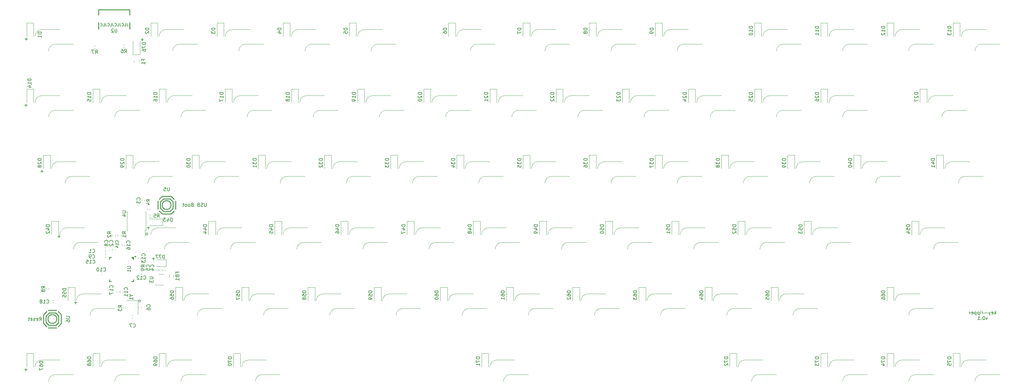
<source format=gbr>
%TF.GenerationSoftware,KiCad,Pcbnew,(6.0.5-0)*%
%TF.CreationDate,2022-06-28T22:26:51+09:00*%
%TF.ProjectId,key-ripper,6b65792d-7269-4707-9065-722e6b696361,rev?*%
%TF.SameCoordinates,Original*%
%TF.FileFunction,Legend,Bot*%
%TF.FilePolarity,Positive*%
%FSLAX46Y46*%
G04 Gerber Fmt 4.6, Leading zero omitted, Abs format (unit mm)*
G04 Created by KiCad (PCBNEW (6.0.5-0)) date 2022-06-28 22:26:51*
%MOMM*%
%LPD*%
G01*
G04 APERTURE LIST*
%ADD10C,0.150000*%
%ADD11C,0.130000*%
%ADD12C,0.120000*%
%ADD13C,0.254001*%
%ADD14C,0.059995*%
G04 APERTURE END LIST*
D10*
X24282843Y-52300000D02*
G75*
G03*
X24282843Y-52300000I-282843J0D01*
G01*
X26382843Y-33000000D02*
G75*
G03*
X26382843Y-33000000I-282843J0D01*
G01*
X27619047Y-40071428D02*
X28380952Y-40071428D01*
X28000000Y-40452380D02*
X28000000Y-39690476D01*
X-4480952Y-14871428D02*
X-3719047Y-14871428D01*
X-4100000Y-15252380D02*
X-4100000Y-14490476D01*
D11*
X20395238Y27738095D02*
X20395238Y27166666D01*
X20433333Y27052380D01*
X20509523Y26976190D01*
X20623809Y26938095D01*
X20700000Y26938095D01*
X19633333Y26938095D02*
X20014285Y26938095D01*
X20014285Y27738095D01*
X18909523Y27014285D02*
X18947619Y26976190D01*
X19061904Y26938095D01*
X19138095Y26938095D01*
X19252380Y26976190D01*
X19328571Y27052380D01*
X19366666Y27128571D01*
X19404761Y27280952D01*
X19404761Y27395238D01*
X19366666Y27547619D01*
X19328571Y27623809D01*
X19252380Y27700000D01*
X19138095Y27738095D01*
X19061904Y27738095D01*
X18947619Y27700000D01*
X18909523Y27661904D01*
X18338095Y27738095D02*
X18338095Y27166666D01*
X18376190Y27052380D01*
X18452380Y26976190D01*
X18566666Y26938095D01*
X18642857Y26938095D01*
X17576190Y26938095D02*
X17957142Y26938095D01*
X17957142Y27738095D01*
X16852380Y27014285D02*
X16890476Y26976190D01*
X17004761Y26938095D01*
X17080952Y26938095D01*
X17195238Y26976190D01*
X17271428Y27052380D01*
X17309523Y27128571D01*
X17347619Y27280952D01*
X17347619Y27395238D01*
X17309523Y27547619D01*
X17271428Y27623809D01*
X17195238Y27700000D01*
X17080952Y27738095D01*
X17004761Y27738095D01*
X16890476Y27700000D01*
X16852380Y27661904D01*
X16280952Y27738095D02*
X16280952Y27166666D01*
X16319047Y27052380D01*
X16395238Y26976190D01*
X16509523Y26938095D01*
X16585714Y26938095D01*
X15519047Y26938095D02*
X15900000Y26938095D01*
X15900000Y27738095D01*
X14795238Y27014285D02*
X14833333Y26976190D01*
X14947619Y26938095D01*
X15023809Y26938095D01*
X15138095Y26976190D01*
X15214285Y27052380D01*
X15252380Y27128571D01*
X15290476Y27280952D01*
X15290476Y27395238D01*
X15252380Y27547619D01*
X15214285Y27623809D01*
X15138095Y27700000D01*
X15023809Y27738095D01*
X14947619Y27738095D01*
X14833333Y27700000D01*
X14795238Y27661904D01*
X14223809Y27738095D02*
X14223809Y27166666D01*
X14261904Y27052380D01*
X14338095Y26976190D01*
X14452380Y26938095D01*
X14528571Y26938095D01*
X13461904Y26938095D02*
X13842857Y26938095D01*
X13842857Y27738095D01*
X12738095Y27014285D02*
X12776190Y26976190D01*
X12890476Y26938095D01*
X12966666Y26938095D01*
X13080952Y26976190D01*
X13157142Y27052380D01*
X13195238Y27128571D01*
X13233333Y27280952D01*
X13233333Y27395238D01*
X13195238Y27547619D01*
X13157142Y27623809D01*
X13080952Y27700000D01*
X12966666Y27738095D01*
X12890476Y27738095D01*
X12776190Y27700000D01*
X12738095Y27661904D01*
D10*
X-9080952Y-72071428D02*
X-8319047Y-72071428D01*
X-8700000Y-72452380D02*
X-8700000Y-71690476D01*
X26119047Y-31171428D02*
X26880952Y-31171428D01*
X26500000Y-31552380D02*
X26500000Y-30790476D01*
X-8980952Y23228571D02*
X-8219047Y23228571D01*
X-8600000Y22847619D02*
X-8600000Y23609523D01*
X-9080952Y4128571D02*
X-8319047Y4128571D01*
X-8700000Y3747619D02*
X-8700000Y4509523D01*
X419047Y-33671428D02*
X1180952Y-33671428D01*
X800000Y-34052380D02*
X800000Y-33290476D01*
X270485714Y-56097379D02*
X270485714Y-55097379D01*
X270390476Y-55716427D02*
X270104761Y-56097379D01*
X270104761Y-55430713D02*
X270485714Y-55811665D01*
X269295238Y-56049760D02*
X269390476Y-56097379D01*
X269580952Y-56097379D01*
X269676190Y-56049760D01*
X269723809Y-55954522D01*
X269723809Y-55573570D01*
X269676190Y-55478332D01*
X269580952Y-55430713D01*
X269390476Y-55430713D01*
X269295238Y-55478332D01*
X269247619Y-55573570D01*
X269247619Y-55668808D01*
X269723809Y-55764046D01*
X268914285Y-55430713D02*
X268676190Y-56097379D01*
X268438095Y-55430713D02*
X268676190Y-56097379D01*
X268771428Y-56335475D01*
X268819047Y-56383094D01*
X268914285Y-56430713D01*
X268057142Y-55716427D02*
X267295238Y-55716427D01*
X266819047Y-56097379D02*
X266819047Y-55430713D01*
X266819047Y-55621189D02*
X266771428Y-55525951D01*
X266723809Y-55478332D01*
X266628571Y-55430713D01*
X266533333Y-55430713D01*
X266200000Y-56097379D02*
X266200000Y-55430713D01*
X266200000Y-55097379D02*
X266247619Y-55144999D01*
X266200000Y-55192618D01*
X266152380Y-55144999D01*
X266200000Y-55097379D01*
X266200000Y-55192618D01*
X265723809Y-55430713D02*
X265723809Y-56430713D01*
X265723809Y-55478332D02*
X265628571Y-55430713D01*
X265438095Y-55430713D01*
X265342857Y-55478332D01*
X265295238Y-55525951D01*
X265247619Y-55621189D01*
X265247619Y-55906903D01*
X265295238Y-56002141D01*
X265342857Y-56049760D01*
X265438095Y-56097379D01*
X265628571Y-56097379D01*
X265723809Y-56049760D01*
X264819047Y-55430713D02*
X264819047Y-56430713D01*
X264819047Y-55478332D02*
X264723809Y-55430713D01*
X264533333Y-55430713D01*
X264438095Y-55478332D01*
X264390476Y-55525951D01*
X264342857Y-55621189D01*
X264342857Y-55906903D01*
X264390476Y-56002141D01*
X264438095Y-56049760D01*
X264533333Y-56097379D01*
X264723809Y-56097379D01*
X264819047Y-56049760D01*
X263533333Y-56049760D02*
X263628571Y-56097379D01*
X263819047Y-56097379D01*
X263914285Y-56049760D01*
X263961904Y-55954522D01*
X263961904Y-55573570D01*
X263914285Y-55478332D01*
X263819047Y-55430713D01*
X263628571Y-55430713D01*
X263533333Y-55478332D01*
X263485714Y-55573570D01*
X263485714Y-55668808D01*
X263961904Y-55764046D01*
X263057142Y-56097379D02*
X263057142Y-55430713D01*
X263057142Y-55621189D02*
X263009523Y-55525951D01*
X262961904Y-55478332D01*
X262866666Y-55430713D01*
X262771428Y-55430713D01*
X268128571Y-57040713D02*
X267890476Y-57707379D01*
X267652380Y-57040713D01*
X267080952Y-56707379D02*
X266985714Y-56707379D01*
X266890476Y-56754999D01*
X266842857Y-56802618D01*
X266795238Y-56897856D01*
X266747619Y-57088332D01*
X266747619Y-57326427D01*
X266795238Y-57516903D01*
X266842857Y-57612141D01*
X266890476Y-57659760D01*
X266985714Y-57707379D01*
X267080952Y-57707379D01*
X267176190Y-57659760D01*
X267223809Y-57612141D01*
X267271428Y-57516903D01*
X267319047Y-57326427D01*
X267319047Y-57088332D01*
X267271428Y-56897856D01*
X267223809Y-56802618D01*
X267176190Y-56754999D01*
X267080952Y-56707379D01*
X266319047Y-57612141D02*
X266271428Y-57659760D01*
X266319047Y-57707379D01*
X266366666Y-57659760D01*
X266319047Y-57612141D01*
X266319047Y-57707379D01*
X265319047Y-57707379D02*
X265890476Y-57707379D01*
X265604761Y-57707379D02*
X265604761Y-56707379D01*
X265700000Y-56850237D01*
X265795238Y-56945475D01*
X265890476Y-56993094D01*
X24419047Y23028571D02*
X25180952Y23028571D01*
X24800000Y22647619D02*
X24800000Y23409523D01*
X5219047Y-52771428D02*
X5980952Y-52771428D01*
X5600000Y-53152380D02*
X5600000Y-52390476D01*
%TO.C,D52*%
X195739880Y-30335714D02*
X194739880Y-30335714D01*
X194739880Y-30573809D01*
X194787500Y-30716666D01*
X194882738Y-30811904D01*
X194977976Y-30859523D01*
X195168452Y-30907142D01*
X195311309Y-30907142D01*
X195501785Y-30859523D01*
X195597023Y-30811904D01*
X195692261Y-30716666D01*
X195739880Y-30573809D01*
X195739880Y-30335714D01*
X194739880Y-31811904D02*
X194739880Y-31335714D01*
X195216071Y-31288095D01*
X195168452Y-31335714D01*
X195120833Y-31430952D01*
X195120833Y-31669047D01*
X195168452Y-31764285D01*
X195216071Y-31811904D01*
X195311309Y-31859523D01*
X195549404Y-31859523D01*
X195644642Y-31811904D01*
X195692261Y-31764285D01*
X195739880Y-31669047D01*
X195739880Y-31430952D01*
X195692261Y-31335714D01*
X195644642Y-31288095D01*
X194835119Y-32240476D02*
X194787500Y-32288095D01*
X194739880Y-32383333D01*
X194739880Y-32621428D01*
X194787500Y-32716666D01*
X194835119Y-32764285D01*
X194930357Y-32811904D01*
X195025595Y-32811904D01*
X195168452Y-32764285D01*
X195739880Y-32192857D01*
X195739880Y-32811904D01*
%TO.C,D37*%
X171927380Y-11285714D02*
X170927380Y-11285714D01*
X170927380Y-11523809D01*
X170975000Y-11666666D01*
X171070238Y-11761904D01*
X171165476Y-11809523D01*
X171355952Y-11857142D01*
X171498809Y-11857142D01*
X171689285Y-11809523D01*
X171784523Y-11761904D01*
X171879761Y-11666666D01*
X171927380Y-11523809D01*
X171927380Y-11285714D01*
X170927380Y-12190476D02*
X170927380Y-12809523D01*
X171308333Y-12476190D01*
X171308333Y-12619047D01*
X171355952Y-12714285D01*
X171403571Y-12761904D01*
X171498809Y-12809523D01*
X171736904Y-12809523D01*
X171832142Y-12761904D01*
X171879761Y-12714285D01*
X171927380Y-12619047D01*
X171927380Y-12333333D01*
X171879761Y-12238095D01*
X171832142Y-12190476D01*
X170927380Y-13142857D02*
X170927380Y-13809523D01*
X171927380Y-13380952D01*
%TO.C,C9*%
X10466666Y-39857142D02*
X10514285Y-39904761D01*
X10657142Y-39952380D01*
X10752380Y-39952380D01*
X10895238Y-39904761D01*
X10990476Y-39809523D01*
X11038095Y-39714285D01*
X11085714Y-39523809D01*
X11085714Y-39380952D01*
X11038095Y-39190476D01*
X10990476Y-39095238D01*
X10895238Y-39000000D01*
X10752380Y-38952380D01*
X10657142Y-38952380D01*
X10514285Y-39000000D01*
X10466666Y-39047619D01*
X9990476Y-39952380D02*
X9800000Y-39952380D01*
X9704761Y-39904761D01*
X9657142Y-39857142D01*
X9561904Y-39714285D01*
X9514285Y-39523809D01*
X9514285Y-39142857D01*
X9561904Y-39047619D01*
X9609523Y-39000000D01*
X9704761Y-38952380D01*
X9895238Y-38952380D01*
X9990476Y-39000000D01*
X10038095Y-39047619D01*
X10085714Y-39142857D01*
X10085714Y-39380952D01*
X10038095Y-39476190D01*
X9990476Y-39523809D01*
X9895238Y-39571428D01*
X9704761Y-39571428D01*
X9609523Y-39523809D01*
X9561904Y-39476190D01*
X9514285Y-39380952D01*
%TO.C,D47*%
X100489880Y-30335714D02*
X99489880Y-30335714D01*
X99489880Y-30573809D01*
X99537500Y-30716666D01*
X99632738Y-30811904D01*
X99727976Y-30859523D01*
X99918452Y-30907142D01*
X100061309Y-30907142D01*
X100251785Y-30859523D01*
X100347023Y-30811904D01*
X100442261Y-30716666D01*
X100489880Y-30573809D01*
X100489880Y-30335714D01*
X99823214Y-31764285D02*
X100489880Y-31764285D01*
X99442261Y-31526190D02*
X100156547Y-31288095D01*
X100156547Y-31907142D01*
X99489880Y-32192857D02*
X99489880Y-32859523D01*
X100489880Y-32430952D01*
%TO.C,C2*%
X16227142Y-35443333D02*
X16274761Y-35395714D01*
X16322380Y-35252857D01*
X16322380Y-35157619D01*
X16274761Y-35014761D01*
X16179523Y-34919523D01*
X16084285Y-34871904D01*
X15893809Y-34824285D01*
X15750952Y-34824285D01*
X15560476Y-34871904D01*
X15465238Y-34919523D01*
X15370000Y-35014761D01*
X15322380Y-35157619D01*
X15322380Y-35252857D01*
X15370000Y-35395714D01*
X15417619Y-35443333D01*
X15417619Y-35824285D02*
X15370000Y-35871904D01*
X15322380Y-35967142D01*
X15322380Y-36205238D01*
X15370000Y-36300476D01*
X15417619Y-36348095D01*
X15512857Y-36395714D01*
X15608095Y-36395714D01*
X15750952Y-36348095D01*
X16322380Y-35776666D01*
X16322380Y-36395714D01*
%TO.C,D10*%
X200502380Y26814285D02*
X199502380Y26814285D01*
X199502380Y26576190D01*
X199550000Y26433333D01*
X199645238Y26338095D01*
X199740476Y26290476D01*
X199930952Y26242857D01*
X200073809Y26242857D01*
X200264285Y26290476D01*
X200359523Y26338095D01*
X200454761Y26433333D01*
X200502380Y26576190D01*
X200502380Y26814285D01*
X200502380Y25290476D02*
X200502380Y25861904D01*
X200502380Y25576190D02*
X199502380Y25576190D01*
X199645238Y25671428D01*
X199740476Y25766666D01*
X199788095Y25861904D01*
X199502380Y24671428D02*
X199502380Y24576190D01*
X199550000Y24480952D01*
X199597619Y24433333D01*
X199692857Y24385714D01*
X199883333Y24338095D01*
X200121428Y24338095D01*
X200311904Y24385714D01*
X200407142Y24433333D01*
X200454761Y24480952D01*
X200502380Y24576190D01*
X200502380Y24671428D01*
X200454761Y24766666D01*
X200407142Y24814285D01*
X200311904Y24861904D01*
X200121428Y24909523D01*
X199883333Y24909523D01*
X199692857Y24861904D01*
X199597619Y24814285D01*
X199550000Y24766666D01*
X199502380Y24671428D01*
%TO.C,D7*%
X133827380Y26338095D02*
X132827380Y26338095D01*
X132827380Y26100000D01*
X132875000Y25957142D01*
X132970238Y25861904D01*
X133065476Y25814285D01*
X133255952Y25766666D01*
X133398809Y25766666D01*
X133589285Y25814285D01*
X133684523Y25861904D01*
X133779761Y25957142D01*
X133827380Y26100000D01*
X133827380Y26338095D01*
X132827380Y25433333D02*
X132827380Y24766666D01*
X133827380Y25195238D01*
%TO.C,D1*%
X-4247619Y25188095D02*
X-5247619Y25188095D01*
X-5247619Y24950000D01*
X-5200000Y24807142D01*
X-5104761Y24711904D01*
X-5009523Y24664285D01*
X-4819047Y24616666D01*
X-4676190Y24616666D01*
X-4485714Y24664285D01*
X-4390476Y24711904D01*
X-4295238Y24807142D01*
X-4247619Y24950000D01*
X-4247619Y25188095D01*
X-4247619Y23664285D02*
X-4247619Y24235714D01*
X-4247619Y23950000D02*
X-5247619Y23950000D01*
X-5104761Y24045238D01*
X-5009523Y24140476D01*
X-4961904Y24235714D01*
%TO.C,D30*%
X38577380Y-11285714D02*
X37577380Y-11285714D01*
X37577380Y-11523809D01*
X37625000Y-11666666D01*
X37720238Y-11761904D01*
X37815476Y-11809523D01*
X38005952Y-11857142D01*
X38148809Y-11857142D01*
X38339285Y-11809523D01*
X38434523Y-11761904D01*
X38529761Y-11666666D01*
X38577380Y-11523809D01*
X38577380Y-11285714D01*
X37577380Y-12190476D02*
X37577380Y-12809523D01*
X37958333Y-12476190D01*
X37958333Y-12619047D01*
X38005952Y-12714285D01*
X38053571Y-12761904D01*
X38148809Y-12809523D01*
X38386904Y-12809523D01*
X38482142Y-12761904D01*
X38529761Y-12714285D01*
X38577380Y-12619047D01*
X38577380Y-12333333D01*
X38529761Y-12238095D01*
X38482142Y-12190476D01*
X37577380Y-13428571D02*
X37577380Y-13523809D01*
X37625000Y-13619047D01*
X37672619Y-13666666D01*
X37767857Y-13714285D01*
X37958333Y-13761904D01*
X38196428Y-13761904D01*
X38386904Y-13714285D01*
X38482142Y-13666666D01*
X38529761Y-13619047D01*
X38577380Y-13523809D01*
X38577380Y-13428571D01*
X38529761Y-13333333D01*
X38482142Y-13285714D01*
X38386904Y-13238095D01*
X38196428Y-13190476D01*
X37958333Y-13190476D01*
X37767857Y-13238095D01*
X37672619Y-13285714D01*
X37625000Y-13333333D01*
X37577380Y-13428571D01*
%TO.C,C1*%
X10466666Y-38257142D02*
X10514285Y-38304761D01*
X10657142Y-38352380D01*
X10752380Y-38352380D01*
X10895238Y-38304761D01*
X10990476Y-38209523D01*
X11038095Y-38114285D01*
X11085714Y-37923809D01*
X11085714Y-37780952D01*
X11038095Y-37590476D01*
X10990476Y-37495238D01*
X10895238Y-37400000D01*
X10752380Y-37352380D01*
X10657142Y-37352380D01*
X10514285Y-37400000D01*
X10466666Y-37447619D01*
X9514285Y-38352380D02*
X10085714Y-38352380D01*
X9800000Y-38352380D02*
X9800000Y-37352380D01*
X9895238Y-37495238D01*
X9990476Y-37590476D01*
X10085714Y-37638095D01*
%TO.C,D46*%
X81439880Y-30335714D02*
X80439880Y-30335714D01*
X80439880Y-30573809D01*
X80487500Y-30716666D01*
X80582738Y-30811904D01*
X80677976Y-30859523D01*
X80868452Y-30907142D01*
X81011309Y-30907142D01*
X81201785Y-30859523D01*
X81297023Y-30811904D01*
X81392261Y-30716666D01*
X81439880Y-30573809D01*
X81439880Y-30335714D01*
X80773214Y-31764285D02*
X81439880Y-31764285D01*
X80392261Y-31526190D02*
X81106547Y-31288095D01*
X81106547Y-31907142D01*
X80439880Y-32716666D02*
X80439880Y-32526190D01*
X80487500Y-32430952D01*
X80535119Y-32383333D01*
X80677976Y-32288095D01*
X80868452Y-32240476D01*
X81249404Y-32240476D01*
X81344642Y-32288095D01*
X81392261Y-32335714D01*
X81439880Y-32430952D01*
X81439880Y-32621428D01*
X81392261Y-32716666D01*
X81344642Y-32764285D01*
X81249404Y-32811904D01*
X81011309Y-32811904D01*
X80916071Y-32764285D01*
X80868452Y-32716666D01*
X80820833Y-32621428D01*
X80820833Y-32430952D01*
X80868452Y-32335714D01*
X80916071Y-32288095D01*
X81011309Y-32240476D01*
%TO.C,D31*%
X57627380Y-11285714D02*
X56627380Y-11285714D01*
X56627380Y-11523809D01*
X56675000Y-11666666D01*
X56770238Y-11761904D01*
X56865476Y-11809523D01*
X57055952Y-11857142D01*
X57198809Y-11857142D01*
X57389285Y-11809523D01*
X57484523Y-11761904D01*
X57579761Y-11666666D01*
X57627380Y-11523809D01*
X57627380Y-11285714D01*
X56627380Y-12190476D02*
X56627380Y-12809523D01*
X57008333Y-12476190D01*
X57008333Y-12619047D01*
X57055952Y-12714285D01*
X57103571Y-12761904D01*
X57198809Y-12809523D01*
X57436904Y-12809523D01*
X57532142Y-12761904D01*
X57579761Y-12714285D01*
X57627380Y-12619047D01*
X57627380Y-12333333D01*
X57579761Y-12238095D01*
X57532142Y-12190476D01*
X57627380Y-13761904D02*
X57627380Y-13190476D01*
X57627380Y-13476190D02*
X56627380Y-13476190D01*
X56770238Y-13380952D01*
X56865476Y-13285714D01*
X56913095Y-13190476D01*
%TO.C,D12*%
X238602380Y26814285D02*
X237602380Y26814285D01*
X237602380Y26576190D01*
X237650000Y26433333D01*
X237745238Y26338095D01*
X237840476Y26290476D01*
X238030952Y26242857D01*
X238173809Y26242857D01*
X238364285Y26290476D01*
X238459523Y26338095D01*
X238554761Y26433333D01*
X238602380Y26576190D01*
X238602380Y26814285D01*
X238602380Y25290476D02*
X238602380Y25861904D01*
X238602380Y25576190D02*
X237602380Y25576190D01*
X237745238Y25671428D01*
X237840476Y25766666D01*
X237888095Y25861904D01*
X237697619Y24909523D02*
X237650000Y24861904D01*
X237602380Y24766666D01*
X237602380Y24528571D01*
X237650000Y24433333D01*
X237697619Y24385714D01*
X237792857Y24338095D01*
X237888095Y24338095D01*
X238030952Y24385714D01*
X238602380Y24957142D01*
X238602380Y24338095D01*
%TO.C,C18*%
X-2757142Y-52857142D02*
X-2709523Y-52904761D01*
X-2566666Y-52952380D01*
X-2471428Y-52952380D01*
X-2328571Y-52904761D01*
X-2233333Y-52809523D01*
X-2185714Y-52714285D01*
X-2138095Y-52523809D01*
X-2138095Y-52380952D01*
X-2185714Y-52190476D01*
X-2233333Y-52095238D01*
X-2328571Y-52000000D01*
X-2471428Y-51952380D01*
X-2566666Y-51952380D01*
X-2709523Y-52000000D01*
X-2757142Y-52047619D01*
X-3709523Y-52952380D02*
X-3138095Y-52952380D01*
X-3423809Y-52952380D02*
X-3423809Y-51952380D01*
X-3328571Y-52095238D01*
X-3233333Y-52190476D01*
X-3138095Y-52238095D01*
X-4280952Y-52380952D02*
X-4185714Y-52333333D01*
X-4138095Y-52285714D01*
X-4090476Y-52190476D01*
X-4090476Y-52142857D01*
X-4138095Y-52047619D01*
X-4185714Y-52000000D01*
X-4280952Y-51952380D01*
X-4471428Y-51952380D01*
X-4566666Y-52000000D01*
X-4614285Y-52047619D01*
X-4661904Y-52142857D01*
X-4661904Y-52190476D01*
X-4614285Y-52285714D01*
X-4566666Y-52333333D01*
X-4471428Y-52380952D01*
X-4280952Y-52380952D01*
X-4185714Y-52428571D01*
X-4138095Y-52476190D01*
X-4090476Y-52571428D01*
X-4090476Y-52761904D01*
X-4138095Y-52857142D01*
X-4185714Y-52904761D01*
X-4280952Y-52952380D01*
X-4471428Y-52952380D01*
X-4566666Y-52904761D01*
X-4614285Y-52857142D01*
X-4661904Y-52761904D01*
X-4661904Y-52571428D01*
X-4614285Y-52476190D01*
X-4566666Y-52428571D01*
X-4471428Y-52380952D01*
%TO.C,D32*%
X76677380Y-11285714D02*
X75677380Y-11285714D01*
X75677380Y-11523809D01*
X75725000Y-11666666D01*
X75820238Y-11761904D01*
X75915476Y-11809523D01*
X76105952Y-11857142D01*
X76248809Y-11857142D01*
X76439285Y-11809523D01*
X76534523Y-11761904D01*
X76629761Y-11666666D01*
X76677380Y-11523809D01*
X76677380Y-11285714D01*
X75677380Y-12190476D02*
X75677380Y-12809523D01*
X76058333Y-12476190D01*
X76058333Y-12619047D01*
X76105952Y-12714285D01*
X76153571Y-12761904D01*
X76248809Y-12809523D01*
X76486904Y-12809523D01*
X76582142Y-12761904D01*
X76629761Y-12714285D01*
X76677380Y-12619047D01*
X76677380Y-12333333D01*
X76629761Y-12238095D01*
X76582142Y-12190476D01*
X75772619Y-13190476D02*
X75725000Y-13238095D01*
X75677380Y-13333333D01*
X75677380Y-13571428D01*
X75725000Y-13666666D01*
X75772619Y-13714285D01*
X75867857Y-13761904D01*
X75963095Y-13761904D01*
X76105952Y-13714285D01*
X76677380Y-13142857D01*
X76677380Y-13761904D01*
%TO.C,D11*%
X219552380Y26814285D02*
X218552380Y26814285D01*
X218552380Y26576190D01*
X218600000Y26433333D01*
X218695238Y26338095D01*
X218790476Y26290476D01*
X218980952Y26242857D01*
X219123809Y26242857D01*
X219314285Y26290476D01*
X219409523Y26338095D01*
X219504761Y26433333D01*
X219552380Y26576190D01*
X219552380Y26814285D01*
X219552380Y25290476D02*
X219552380Y25861904D01*
X219552380Y25576190D02*
X218552380Y25576190D01*
X218695238Y25671428D01*
X218790476Y25766666D01*
X218838095Y25861904D01*
X219552380Y24338095D02*
X219552380Y24909523D01*
X219552380Y24623809D02*
X218552380Y24623809D01*
X218695238Y24719047D01*
X218790476Y24814285D01*
X218838095Y24909523D01*
%TO.C,D20*%
X105252380Y7764285D02*
X104252380Y7764285D01*
X104252380Y7526190D01*
X104300000Y7383333D01*
X104395238Y7288095D01*
X104490476Y7240476D01*
X104680952Y7192857D01*
X104823809Y7192857D01*
X105014285Y7240476D01*
X105109523Y7288095D01*
X105204761Y7383333D01*
X105252380Y7526190D01*
X105252380Y7764285D01*
X104347619Y6811904D02*
X104300000Y6764285D01*
X104252380Y6669047D01*
X104252380Y6430952D01*
X104300000Y6335714D01*
X104347619Y6288095D01*
X104442857Y6240476D01*
X104538095Y6240476D01*
X104680952Y6288095D01*
X105252380Y6859523D01*
X105252380Y6240476D01*
X104252380Y5621428D02*
X104252380Y5526190D01*
X104300000Y5430952D01*
X104347619Y5383333D01*
X104442857Y5335714D01*
X104633333Y5288095D01*
X104871428Y5288095D01*
X105061904Y5335714D01*
X105157142Y5383333D01*
X105204761Y5430952D01*
X105252380Y5526190D01*
X105252380Y5621428D01*
X105204761Y5716666D01*
X105157142Y5764285D01*
X105061904Y5811904D01*
X104871428Y5859523D01*
X104633333Y5859523D01*
X104442857Y5811904D01*
X104347619Y5764285D01*
X104300000Y5716666D01*
X104252380Y5621428D01*
%TO.C,U3*%
X26927380Y-45363095D02*
X27736904Y-45363095D01*
X27832142Y-45410714D01*
X27879761Y-45458333D01*
X27927380Y-45553571D01*
X27927380Y-45744047D01*
X27879761Y-45839285D01*
X27832142Y-45886904D01*
X27736904Y-45934523D01*
X26927380Y-45934523D01*
X26927380Y-46315476D02*
X26927380Y-46934523D01*
X27308333Y-46601190D01*
X27308333Y-46744047D01*
X27355952Y-46839285D01*
X27403571Y-46886904D01*
X27498809Y-46934523D01*
X27736904Y-46934523D01*
X27832142Y-46886904D01*
X27879761Y-46839285D01*
X27927380Y-46744047D01*
X27927380Y-46458333D01*
X27879761Y-46363095D01*
X27832142Y-46315476D01*
%TO.C,FB1*%
X34828571Y-44266666D02*
X34828571Y-43933333D01*
X35352380Y-43933333D02*
X34352380Y-43933333D01*
X34352380Y-44409523D01*
X34828571Y-45123809D02*
X34876190Y-45266666D01*
X34923809Y-45314285D01*
X35019047Y-45361904D01*
X35161904Y-45361904D01*
X35257142Y-45314285D01*
X35304761Y-45266666D01*
X35352380Y-45171428D01*
X35352380Y-44790476D01*
X34352380Y-44790476D01*
X34352380Y-45123809D01*
X34400000Y-45219047D01*
X34447619Y-45266666D01*
X34542857Y-45314285D01*
X34638095Y-45314285D01*
X34733333Y-45266666D01*
X34780952Y-45219047D01*
X34828571Y-45123809D01*
X34828571Y-44790476D01*
X35352380Y-46314285D02*
X35352380Y-45742857D01*
X35352380Y-46028571D02*
X34352380Y-46028571D01*
X34495238Y-45933333D01*
X34590476Y-45838095D01*
X34638095Y-45742857D01*
%TO.C,D9*%
X171927380Y26338095D02*
X170927380Y26338095D01*
X170927380Y26100000D01*
X170975000Y25957142D01*
X171070238Y25861904D01*
X171165476Y25814285D01*
X171355952Y25766666D01*
X171498809Y25766666D01*
X171689285Y25814285D01*
X171784523Y25861904D01*
X171879761Y25957142D01*
X171927380Y26100000D01*
X171927380Y26338095D01*
X171927380Y25290476D02*
X171927380Y25100000D01*
X171879761Y25004761D01*
X171832142Y24957142D01*
X171689285Y24861904D01*
X171498809Y24814285D01*
X171117857Y24814285D01*
X171022619Y24861904D01*
X170975000Y24909523D01*
X170927380Y25004761D01*
X170927380Y25195238D01*
X170975000Y25290476D01*
X171022619Y25338095D01*
X171117857Y25385714D01*
X171355952Y25385714D01*
X171451190Y25338095D01*
X171498809Y25290476D01*
X171546428Y25195238D01*
X171546428Y25004761D01*
X171498809Y24909523D01*
X171451190Y24861904D01*
X171355952Y24814285D01*
%TO.C,D49*%
X138589880Y-30335714D02*
X137589880Y-30335714D01*
X137589880Y-30573809D01*
X137637500Y-30716666D01*
X137732738Y-30811904D01*
X137827976Y-30859523D01*
X138018452Y-30907142D01*
X138161309Y-30907142D01*
X138351785Y-30859523D01*
X138447023Y-30811904D01*
X138542261Y-30716666D01*
X138589880Y-30573809D01*
X138589880Y-30335714D01*
X137923214Y-31764285D02*
X138589880Y-31764285D01*
X137542261Y-31526190D02*
X138256547Y-31288095D01*
X138256547Y-31907142D01*
X138589880Y-32335714D02*
X138589880Y-32526190D01*
X138542261Y-32621428D01*
X138494642Y-32669047D01*
X138351785Y-32764285D01*
X138161309Y-32811904D01*
X137780357Y-32811904D01*
X137685119Y-32764285D01*
X137637500Y-32716666D01*
X137589880Y-32621428D01*
X137589880Y-32430952D01*
X137637500Y-32335714D01*
X137685119Y-32288095D01*
X137780357Y-32240476D01*
X138018452Y-32240476D01*
X138113690Y-32288095D01*
X138161309Y-32335714D01*
X138208928Y-32430952D01*
X138208928Y-32621428D01*
X138161309Y-32716666D01*
X138113690Y-32764285D01*
X138018452Y-32811904D01*
%TO.C,D48*%
X119539880Y-30335714D02*
X118539880Y-30335714D01*
X118539880Y-30573809D01*
X118587500Y-30716666D01*
X118682738Y-30811904D01*
X118777976Y-30859523D01*
X118968452Y-30907142D01*
X119111309Y-30907142D01*
X119301785Y-30859523D01*
X119397023Y-30811904D01*
X119492261Y-30716666D01*
X119539880Y-30573809D01*
X119539880Y-30335714D01*
X118873214Y-31764285D02*
X119539880Y-31764285D01*
X118492261Y-31526190D02*
X119206547Y-31288095D01*
X119206547Y-31907142D01*
X118968452Y-32430952D02*
X118920833Y-32335714D01*
X118873214Y-32288095D01*
X118777976Y-32240476D01*
X118730357Y-32240476D01*
X118635119Y-32288095D01*
X118587500Y-32335714D01*
X118539880Y-32430952D01*
X118539880Y-32621428D01*
X118587500Y-32716666D01*
X118635119Y-32764285D01*
X118730357Y-32811904D01*
X118777976Y-32811904D01*
X118873214Y-32764285D01*
X118920833Y-32716666D01*
X118968452Y-32621428D01*
X118968452Y-32430952D01*
X119016071Y-32335714D01*
X119063690Y-32288095D01*
X119158928Y-32240476D01*
X119349404Y-32240476D01*
X119444642Y-32288095D01*
X119492261Y-32335714D01*
X119539880Y-32430952D01*
X119539880Y-32621428D01*
X119492261Y-32716666D01*
X119444642Y-32764285D01*
X119349404Y-32811904D01*
X119158928Y-32811904D01*
X119063690Y-32764285D01*
X119016071Y-32716666D01*
X118968452Y-32621428D01*
%TO.C,D76*%
X25752380Y22164285D02*
X24752380Y22164285D01*
X24752380Y21926190D01*
X24800000Y21783333D01*
X24895238Y21688095D01*
X24990476Y21640476D01*
X25180952Y21592857D01*
X25323809Y21592857D01*
X25514285Y21640476D01*
X25609523Y21688095D01*
X25704761Y21783333D01*
X25752380Y21926190D01*
X25752380Y22164285D01*
X24752380Y21259523D02*
X24752380Y20592857D01*
X25752380Y21021428D01*
X24752380Y19783333D02*
X24752380Y19973809D01*
X24800000Y20069047D01*
X24847619Y20116666D01*
X24990476Y20211904D01*
X25180952Y20259523D01*
X25561904Y20259523D01*
X25657142Y20211904D01*
X25704761Y20164285D01*
X25752380Y20069047D01*
X25752380Y19878571D01*
X25704761Y19783333D01*
X25657142Y19735714D01*
X25561904Y19688095D01*
X25323809Y19688095D01*
X25228571Y19735714D01*
X25180952Y19783333D01*
X25133333Y19878571D01*
X25133333Y20069047D01*
X25180952Y20164285D01*
X25228571Y20211904D01*
X25323809Y20259523D01*
%TO.C,D4*%
X64771130Y26338095D02*
X63771130Y26338095D01*
X63771130Y26100000D01*
X63818750Y25957142D01*
X63913988Y25861904D01*
X64009226Y25814285D01*
X64199702Y25766666D01*
X64342559Y25766666D01*
X64533035Y25814285D01*
X64628273Y25861904D01*
X64723511Y25957142D01*
X64771130Y26100000D01*
X64771130Y26338095D01*
X64104464Y24909523D02*
X64771130Y24909523D01*
X63723511Y25147619D02*
X64437797Y25385714D01*
X64437797Y24766666D01*
%TO.C,D66*%
X238602380Y-49385714D02*
X237602380Y-49385714D01*
X237602380Y-49623809D01*
X237650000Y-49766666D01*
X237745238Y-49861904D01*
X237840476Y-49909523D01*
X238030952Y-49957142D01*
X238173809Y-49957142D01*
X238364285Y-49909523D01*
X238459523Y-49861904D01*
X238554761Y-49766666D01*
X238602380Y-49623809D01*
X238602380Y-49385714D01*
X237602380Y-50814285D02*
X237602380Y-50623809D01*
X237650000Y-50528571D01*
X237697619Y-50480952D01*
X237840476Y-50385714D01*
X238030952Y-50338095D01*
X238411904Y-50338095D01*
X238507142Y-50385714D01*
X238554761Y-50433333D01*
X238602380Y-50528571D01*
X238602380Y-50719047D01*
X238554761Y-50814285D01*
X238507142Y-50861904D01*
X238411904Y-50909523D01*
X238173809Y-50909523D01*
X238078571Y-50861904D01*
X238030952Y-50814285D01*
X237983333Y-50719047D01*
X237983333Y-50528571D01*
X238030952Y-50433333D01*
X238078571Y-50385714D01*
X238173809Y-50338095D01*
X237602380Y-51766666D02*
X237602380Y-51576190D01*
X237650000Y-51480952D01*
X237697619Y-51433333D01*
X237840476Y-51338095D01*
X238030952Y-51290476D01*
X238411904Y-51290476D01*
X238507142Y-51338095D01*
X238554761Y-51385714D01*
X238602380Y-51480952D01*
X238602380Y-51671428D01*
X238554761Y-51766666D01*
X238507142Y-51814285D01*
X238411904Y-51861904D01*
X238173809Y-51861904D01*
X238078571Y-51814285D01*
X238030952Y-51766666D01*
X237983333Y-51671428D01*
X237983333Y-51480952D01*
X238030952Y-51385714D01*
X238078571Y-51338095D01*
X238173809Y-51290476D01*
%TO.C,R1*%
X20052380Y-32933333D02*
X19576190Y-32600000D01*
X20052380Y-32361904D02*
X19052380Y-32361904D01*
X19052380Y-32742857D01*
X19100000Y-32838095D01*
X19147619Y-32885714D01*
X19242857Y-32933333D01*
X19385714Y-32933333D01*
X19480952Y-32885714D01*
X19528571Y-32838095D01*
X19576190Y-32742857D01*
X19576190Y-32361904D01*
X20052380Y-33885714D02*
X20052380Y-33314285D01*
X20052380Y-33600000D02*
X19052380Y-33600000D01*
X19195238Y-33504761D01*
X19290476Y-33409523D01*
X19338095Y-33314285D01*
%TO.C,R8*%
X-3247619Y-48633333D02*
X-3723809Y-48300000D01*
X-3247619Y-48061904D02*
X-4247619Y-48061904D01*
X-4247619Y-48442857D01*
X-4200000Y-48538095D01*
X-4152380Y-48585714D01*
X-4057142Y-48633333D01*
X-3914285Y-48633333D01*
X-3819047Y-48585714D01*
X-3771428Y-48538095D01*
X-3723809Y-48442857D01*
X-3723809Y-48061904D01*
X-3819047Y-49204761D02*
X-3866666Y-49109523D01*
X-3914285Y-49061904D01*
X-4009523Y-49014285D01*
X-4057142Y-49014285D01*
X-4152380Y-49061904D01*
X-4200000Y-49109523D01*
X-4247619Y-49204761D01*
X-4247619Y-49395238D01*
X-4200000Y-49490476D01*
X-4152380Y-49538095D01*
X-4057142Y-49585714D01*
X-4009523Y-49585714D01*
X-3914285Y-49538095D01*
X-3866666Y-49490476D01*
X-3819047Y-49395238D01*
X-3819047Y-49204761D01*
X-3771428Y-49109523D01*
X-3723809Y-49061904D01*
X-3628571Y-49014285D01*
X-3438095Y-49014285D01*
X-3342857Y-49061904D01*
X-3295238Y-49109523D01*
X-3247619Y-49204761D01*
X-3247619Y-49395238D01*
X-3295238Y-49490476D01*
X-3342857Y-49538095D01*
X-3438095Y-49585714D01*
X-3628571Y-49585714D01*
X-3723809Y-49538095D01*
X-3771428Y-49490476D01*
X-3819047Y-49395238D01*
%TO.C,D5*%
X83821130Y26338095D02*
X82821130Y26338095D01*
X82821130Y26100000D01*
X82868750Y25957142D01*
X82963988Y25861904D01*
X83059226Y25814285D01*
X83249702Y25766666D01*
X83392559Y25766666D01*
X83583035Y25814285D01*
X83678273Y25861904D01*
X83773511Y25957142D01*
X83821130Y26100000D01*
X83821130Y26338095D01*
X82821130Y24861904D02*
X82821130Y25338095D01*
X83297321Y25385714D01*
X83249702Y25338095D01*
X83202083Y25242857D01*
X83202083Y25004761D01*
X83249702Y24909523D01*
X83297321Y24861904D01*
X83392559Y24814285D01*
X83630654Y24814285D01*
X83725892Y24861904D01*
X83773511Y24909523D01*
X83821130Y25004761D01*
X83821130Y25242857D01*
X83773511Y25338095D01*
X83725892Y25385714D01*
%TO.C,R9*%
X25477380Y-42533333D02*
X25001190Y-42200000D01*
X25477380Y-41961904D02*
X24477380Y-41961904D01*
X24477380Y-42342857D01*
X24525000Y-42438095D01*
X24572619Y-42485714D01*
X24667857Y-42533333D01*
X24810714Y-42533333D01*
X24905952Y-42485714D01*
X24953571Y-42438095D01*
X25001190Y-42342857D01*
X25001190Y-41961904D01*
X25477380Y-43009523D02*
X25477380Y-43200000D01*
X25429761Y-43295238D01*
X25382142Y-43342857D01*
X25239285Y-43438095D01*
X25048809Y-43485714D01*
X24667857Y-43485714D01*
X24572619Y-43438095D01*
X24525000Y-43390476D01*
X24477380Y-43295238D01*
X24477380Y-43104761D01*
X24525000Y-43009523D01*
X24572619Y-42961904D01*
X24667857Y-42914285D01*
X24905952Y-42914285D01*
X25001190Y-42961904D01*
X25048809Y-43009523D01*
X25096428Y-43104761D01*
X25096428Y-43295238D01*
X25048809Y-43390476D01*
X25001190Y-43438095D01*
X24905952Y-43485714D01*
%TO.C,U2*%
X17461904Y26147619D02*
X17461904Y25338095D01*
X17414285Y25242857D01*
X17366666Y25195238D01*
X17271428Y25147619D01*
X17080952Y25147619D01*
X16985714Y25195238D01*
X16938095Y25242857D01*
X16890476Y25338095D01*
X16890476Y26147619D01*
X16461904Y26052380D02*
X16414285Y26100000D01*
X16319047Y26147619D01*
X16080952Y26147619D01*
X15985714Y26100000D01*
X15938095Y26052380D01*
X15890476Y25957142D01*
X15890476Y25861904D01*
X15938095Y25719047D01*
X16509523Y25147619D01*
X15890476Y25147619D01*
%TO.C,D43*%
X33414285Y-29352380D02*
X33414285Y-28352380D01*
X33176190Y-28352380D01*
X33033333Y-28400000D01*
X32938095Y-28495238D01*
X32890476Y-28590476D01*
X32842857Y-28780952D01*
X32842857Y-28923809D01*
X32890476Y-29114285D01*
X32938095Y-29209523D01*
X33033333Y-29304761D01*
X33176190Y-29352380D01*
X33414285Y-29352380D01*
X31985714Y-28685714D02*
X31985714Y-29352380D01*
X32223809Y-28304761D02*
X32461904Y-29019047D01*
X31842857Y-29019047D01*
X31557142Y-28352380D02*
X30938095Y-28352380D01*
X31271428Y-28733333D01*
X31128571Y-28733333D01*
X31033333Y-28780952D01*
X30985714Y-28828571D01*
X30938095Y-28923809D01*
X30938095Y-29161904D01*
X30985714Y-29257142D01*
X31033333Y-29304761D01*
X31128571Y-29352380D01*
X31414285Y-29352380D01*
X31509523Y-29304761D01*
X31557142Y-29257142D01*
%TO.C,D22*%
X143352380Y7764285D02*
X142352380Y7764285D01*
X142352380Y7526190D01*
X142400000Y7383333D01*
X142495238Y7288095D01*
X142590476Y7240476D01*
X142780952Y7192857D01*
X142923809Y7192857D01*
X143114285Y7240476D01*
X143209523Y7288095D01*
X143304761Y7383333D01*
X143352380Y7526190D01*
X143352380Y7764285D01*
X142447619Y6811904D02*
X142400000Y6764285D01*
X142352380Y6669047D01*
X142352380Y6430952D01*
X142400000Y6335714D01*
X142447619Y6288095D01*
X142542857Y6240476D01*
X142638095Y6240476D01*
X142780952Y6288095D01*
X143352380Y6859523D01*
X143352380Y6240476D01*
X142447619Y5859523D02*
X142400000Y5811904D01*
X142352380Y5716666D01*
X142352380Y5478571D01*
X142400000Y5383333D01*
X142447619Y5335714D01*
X142542857Y5288095D01*
X142638095Y5288095D01*
X142780952Y5335714D01*
X143352380Y5907142D01*
X143352380Y5288095D01*
%TO.C,D77*%
X31189285Y-40077380D02*
X31189285Y-39077380D01*
X30951190Y-39077380D01*
X30808333Y-39125000D01*
X30713095Y-39220238D01*
X30665476Y-39315476D01*
X30617857Y-39505952D01*
X30617857Y-39648809D01*
X30665476Y-39839285D01*
X30713095Y-39934523D01*
X30808333Y-40029761D01*
X30951190Y-40077380D01*
X31189285Y-40077380D01*
X30284523Y-39077380D02*
X29617857Y-39077380D01*
X30046428Y-40077380D01*
X29332142Y-39077380D02*
X28665476Y-39077380D01*
X29094047Y-40077380D01*
%TO.C,D3*%
X45721130Y26338095D02*
X44721130Y26338095D01*
X44721130Y26100000D01*
X44768750Y25957142D01*
X44863988Y25861904D01*
X44959226Y25814285D01*
X45149702Y25766666D01*
X45292559Y25766666D01*
X45483035Y25814285D01*
X45578273Y25861904D01*
X45673511Y25957142D01*
X45721130Y26100000D01*
X45721130Y26338095D01*
X44721130Y25433333D02*
X44721130Y24814285D01*
X45102083Y25147619D01*
X45102083Y25004761D01*
X45149702Y24909523D01*
X45197321Y24861904D01*
X45292559Y24814285D01*
X45530654Y24814285D01*
X45625892Y24861904D01*
X45673511Y24909523D01*
X45721130Y25004761D01*
X45721130Y25290476D01*
X45673511Y25385714D01*
X45625892Y25433333D01*
%TO.C,D8*%
X152877380Y26338095D02*
X151877380Y26338095D01*
X151877380Y26100000D01*
X151925000Y25957142D01*
X152020238Y25861904D01*
X152115476Y25814285D01*
X152305952Y25766666D01*
X152448809Y25766666D01*
X152639285Y25814285D01*
X152734523Y25861904D01*
X152829761Y25957142D01*
X152877380Y26100000D01*
X152877380Y26338095D01*
X152305952Y25195238D02*
X152258333Y25290476D01*
X152210714Y25338095D01*
X152115476Y25385714D01*
X152067857Y25385714D01*
X151972619Y25338095D01*
X151925000Y25290476D01*
X151877380Y25195238D01*
X151877380Y25004761D01*
X151925000Y24909523D01*
X151972619Y24861904D01*
X152067857Y24814285D01*
X152115476Y24814285D01*
X152210714Y24861904D01*
X152258333Y24909523D01*
X152305952Y25004761D01*
X152305952Y25195238D01*
X152353571Y25290476D01*
X152401190Y25338095D01*
X152496428Y25385714D01*
X152686904Y25385714D01*
X152782142Y25338095D01*
X152829761Y25290476D01*
X152877380Y25195238D01*
X152877380Y25004761D01*
X152829761Y24909523D01*
X152782142Y24861904D01*
X152686904Y24814285D01*
X152496428Y24814285D01*
X152401190Y24861904D01*
X152353571Y24909523D01*
X152305952Y25004761D01*
%TO.C,D13*%
X257652380Y26814285D02*
X256652380Y26814285D01*
X256652380Y26576190D01*
X256700000Y26433333D01*
X256795238Y26338095D01*
X256890476Y26290476D01*
X257080952Y26242857D01*
X257223809Y26242857D01*
X257414285Y26290476D01*
X257509523Y26338095D01*
X257604761Y26433333D01*
X257652380Y26576190D01*
X257652380Y26814285D01*
X257652380Y25290476D02*
X257652380Y25861904D01*
X257652380Y25576190D02*
X256652380Y25576190D01*
X256795238Y25671428D01*
X256890476Y25766666D01*
X256938095Y25861904D01*
X256652380Y24957142D02*
X256652380Y24338095D01*
X257033333Y24671428D01*
X257033333Y24528571D01*
X257080952Y24433333D01*
X257128571Y24385714D01*
X257223809Y24338095D01*
X257461904Y24338095D01*
X257557142Y24385714D01*
X257604761Y24433333D01*
X257652380Y24528571D01*
X257652380Y24814285D01*
X257604761Y24909523D01*
X257557142Y24957142D01*
%TO.C,U6*%
X2902545Y-56738095D02*
X3712069Y-56738095D01*
X3807307Y-56785714D01*
X3854926Y-56833333D01*
X3902545Y-56928571D01*
X3902545Y-57119047D01*
X3854926Y-57214285D01*
X3807307Y-57261904D01*
X3712069Y-57309523D01*
X2902545Y-57309523D01*
X2902545Y-58214285D02*
X2902545Y-58023809D01*
X2950165Y-57928571D01*
X2997784Y-57880952D01*
X3140641Y-57785714D01*
X3331117Y-57738095D01*
X3712069Y-57738095D01*
X3807307Y-57785714D01*
X3854926Y-57833333D01*
X3902545Y-57928571D01*
X3902545Y-58119047D01*
X3854926Y-58214285D01*
X3807307Y-58261904D01*
X3712069Y-58309523D01*
X3473974Y-58309523D01*
X3378736Y-58261904D01*
X3331117Y-58214285D01*
X3283498Y-58119047D01*
X3283498Y-57928571D01*
X3331117Y-57833333D01*
X3378736Y-57785714D01*
X3473974Y-57738095D01*
X-4861904Y-57952380D02*
X-4528571Y-57476190D01*
X-4290476Y-57952380D02*
X-4290476Y-56952380D01*
X-4671428Y-56952380D01*
X-4766666Y-57000000D01*
X-4814285Y-57047619D01*
X-4861904Y-57142857D01*
X-4861904Y-57285714D01*
X-4814285Y-57380952D01*
X-4766666Y-57428571D01*
X-4671428Y-57476190D01*
X-4290476Y-57476190D01*
X-5671428Y-57904761D02*
X-5576190Y-57952380D01*
X-5385714Y-57952380D01*
X-5290476Y-57904761D01*
X-5242857Y-57809523D01*
X-5242857Y-57428571D01*
X-5290476Y-57333333D01*
X-5385714Y-57285714D01*
X-5576190Y-57285714D01*
X-5671428Y-57333333D01*
X-5719047Y-57428571D01*
X-5719047Y-57523809D01*
X-5242857Y-57619047D01*
X-6100000Y-57904761D02*
X-6195238Y-57952380D01*
X-6385714Y-57952380D01*
X-6480952Y-57904761D01*
X-6528571Y-57809523D01*
X-6528571Y-57761904D01*
X-6480952Y-57666666D01*
X-6385714Y-57619047D01*
X-6242857Y-57619047D01*
X-6147619Y-57571428D01*
X-6100000Y-57476190D01*
X-6100000Y-57428571D01*
X-6147619Y-57333333D01*
X-6242857Y-57285714D01*
X-6385714Y-57285714D01*
X-6480952Y-57333333D01*
X-7338095Y-57904761D02*
X-7242857Y-57952380D01*
X-7052380Y-57952380D01*
X-6957142Y-57904761D01*
X-6909523Y-57809523D01*
X-6909523Y-57428571D01*
X-6957142Y-57333333D01*
X-7052380Y-57285714D01*
X-7242857Y-57285714D01*
X-7338095Y-57333333D01*
X-7385714Y-57428571D01*
X-7385714Y-57523809D01*
X-6909523Y-57619047D01*
X-7671428Y-57285714D02*
X-8052380Y-57285714D01*
X-7814285Y-56952380D02*
X-7814285Y-57809523D01*
X-7861904Y-57904761D01*
X-7957142Y-57952380D01*
X-8052380Y-57952380D01*
%TO.C,D29*%
X19527380Y-11285714D02*
X18527380Y-11285714D01*
X18527380Y-11523809D01*
X18575000Y-11666666D01*
X18670238Y-11761904D01*
X18765476Y-11809523D01*
X18955952Y-11857142D01*
X19098809Y-11857142D01*
X19289285Y-11809523D01*
X19384523Y-11761904D01*
X19479761Y-11666666D01*
X19527380Y-11523809D01*
X19527380Y-11285714D01*
X18622619Y-12238095D02*
X18575000Y-12285714D01*
X18527380Y-12380952D01*
X18527380Y-12619047D01*
X18575000Y-12714285D01*
X18622619Y-12761904D01*
X18717857Y-12809523D01*
X18813095Y-12809523D01*
X18955952Y-12761904D01*
X19527380Y-12190476D01*
X19527380Y-12809523D01*
X19527380Y-13285714D02*
X19527380Y-13476190D01*
X19479761Y-13571428D01*
X19432142Y-13619047D01*
X19289285Y-13714285D01*
X19098809Y-13761904D01*
X18717857Y-13761904D01*
X18622619Y-13714285D01*
X18575000Y-13666666D01*
X18527380Y-13571428D01*
X18527380Y-13380952D01*
X18575000Y-13285714D01*
X18622619Y-13238095D01*
X18717857Y-13190476D01*
X18955952Y-13190476D01*
X19051190Y-13238095D01*
X19098809Y-13285714D01*
X19146428Y-13380952D01*
X19146428Y-13571428D01*
X19098809Y-13666666D01*
X19051190Y-13714285D01*
X18955952Y-13761904D01*
%TO.C,D45*%
X62389880Y-30335714D02*
X61389880Y-30335714D01*
X61389880Y-30573809D01*
X61437500Y-30716666D01*
X61532738Y-30811904D01*
X61627976Y-30859523D01*
X61818452Y-30907142D01*
X61961309Y-30907142D01*
X62151785Y-30859523D01*
X62247023Y-30811904D01*
X62342261Y-30716666D01*
X62389880Y-30573809D01*
X62389880Y-30335714D01*
X61723214Y-31764285D02*
X62389880Y-31764285D01*
X61342261Y-31526190D02*
X62056547Y-31288095D01*
X62056547Y-31907142D01*
X61389880Y-32764285D02*
X61389880Y-32288095D01*
X61866071Y-32240476D01*
X61818452Y-32288095D01*
X61770833Y-32383333D01*
X61770833Y-32621428D01*
X61818452Y-32716666D01*
X61866071Y-32764285D01*
X61961309Y-32811904D01*
X62199404Y-32811904D01*
X62294642Y-32764285D01*
X62342261Y-32716666D01*
X62389880Y-32621428D01*
X62389880Y-32383333D01*
X62342261Y-32288095D01*
X62294642Y-32240476D01*
%TO.C,D54*%
X245746130Y-30335714D02*
X244746130Y-30335714D01*
X244746130Y-30573809D01*
X244793750Y-30716666D01*
X244888988Y-30811904D01*
X244984226Y-30859523D01*
X245174702Y-30907142D01*
X245317559Y-30907142D01*
X245508035Y-30859523D01*
X245603273Y-30811904D01*
X245698511Y-30716666D01*
X245746130Y-30573809D01*
X245746130Y-30335714D01*
X244746130Y-31811904D02*
X244746130Y-31335714D01*
X245222321Y-31288095D01*
X245174702Y-31335714D01*
X245127083Y-31430952D01*
X245127083Y-31669047D01*
X245174702Y-31764285D01*
X245222321Y-31811904D01*
X245317559Y-31859523D01*
X245555654Y-31859523D01*
X245650892Y-31811904D01*
X245698511Y-31764285D01*
X245746130Y-31669047D01*
X245746130Y-31430952D01*
X245698511Y-31335714D01*
X245650892Y-31288095D01*
X245079464Y-32716666D02*
X245746130Y-32716666D01*
X244698511Y-32478571D02*
X245412797Y-32240476D01*
X245412797Y-32859523D01*
%TO.C,D74*%
X238602380Y-68435714D02*
X237602380Y-68435714D01*
X237602380Y-68673809D01*
X237650000Y-68816666D01*
X237745238Y-68911904D01*
X237840476Y-68959523D01*
X238030952Y-69007142D01*
X238173809Y-69007142D01*
X238364285Y-68959523D01*
X238459523Y-68911904D01*
X238554761Y-68816666D01*
X238602380Y-68673809D01*
X238602380Y-68435714D01*
X237602380Y-69340476D02*
X237602380Y-70007142D01*
X238602380Y-69578571D01*
X237935714Y-70816666D02*
X238602380Y-70816666D01*
X237554761Y-70578571D02*
X238269047Y-70340476D01*
X238269047Y-70959523D01*
%TO.C,D51*%
X176689880Y-30335714D02*
X175689880Y-30335714D01*
X175689880Y-30573809D01*
X175737500Y-30716666D01*
X175832738Y-30811904D01*
X175927976Y-30859523D01*
X176118452Y-30907142D01*
X176261309Y-30907142D01*
X176451785Y-30859523D01*
X176547023Y-30811904D01*
X176642261Y-30716666D01*
X176689880Y-30573809D01*
X176689880Y-30335714D01*
X175689880Y-31811904D02*
X175689880Y-31335714D01*
X176166071Y-31288095D01*
X176118452Y-31335714D01*
X176070833Y-31430952D01*
X176070833Y-31669047D01*
X176118452Y-31764285D01*
X176166071Y-31811904D01*
X176261309Y-31859523D01*
X176499404Y-31859523D01*
X176594642Y-31811904D01*
X176642261Y-31764285D01*
X176689880Y-31669047D01*
X176689880Y-31430952D01*
X176642261Y-31335714D01*
X176594642Y-31288095D01*
X176689880Y-32811904D02*
X176689880Y-32240476D01*
X176689880Y-32526190D02*
X175689880Y-32526190D01*
X175832738Y-32430952D01*
X175927976Y-32335714D01*
X175975595Y-32240476D01*
%TO.C,D63*%
X167164880Y-49385714D02*
X166164880Y-49385714D01*
X166164880Y-49623809D01*
X166212500Y-49766666D01*
X166307738Y-49861904D01*
X166402976Y-49909523D01*
X166593452Y-49957142D01*
X166736309Y-49957142D01*
X166926785Y-49909523D01*
X167022023Y-49861904D01*
X167117261Y-49766666D01*
X167164880Y-49623809D01*
X167164880Y-49385714D01*
X166164880Y-50814285D02*
X166164880Y-50623809D01*
X166212500Y-50528571D01*
X166260119Y-50480952D01*
X166402976Y-50385714D01*
X166593452Y-50338095D01*
X166974404Y-50338095D01*
X167069642Y-50385714D01*
X167117261Y-50433333D01*
X167164880Y-50528571D01*
X167164880Y-50719047D01*
X167117261Y-50814285D01*
X167069642Y-50861904D01*
X166974404Y-50909523D01*
X166736309Y-50909523D01*
X166641071Y-50861904D01*
X166593452Y-50814285D01*
X166545833Y-50719047D01*
X166545833Y-50528571D01*
X166593452Y-50433333D01*
X166641071Y-50385714D01*
X166736309Y-50338095D01*
X166164880Y-51242857D02*
X166164880Y-51861904D01*
X166545833Y-51528571D01*
X166545833Y-51671428D01*
X166593452Y-51766666D01*
X166641071Y-51814285D01*
X166736309Y-51861904D01*
X166974404Y-51861904D01*
X167069642Y-51814285D01*
X167117261Y-51766666D01*
X167164880Y-51671428D01*
X167164880Y-51385714D01*
X167117261Y-51290476D01*
X167069642Y-51242857D01*
%TO.C,D57*%
X52864880Y-49385714D02*
X51864880Y-49385714D01*
X51864880Y-49623809D01*
X51912500Y-49766666D01*
X52007738Y-49861904D01*
X52102976Y-49909523D01*
X52293452Y-49957142D01*
X52436309Y-49957142D01*
X52626785Y-49909523D01*
X52722023Y-49861904D01*
X52817261Y-49766666D01*
X52864880Y-49623809D01*
X52864880Y-49385714D01*
X51864880Y-50861904D02*
X51864880Y-50385714D01*
X52341071Y-50338095D01*
X52293452Y-50385714D01*
X52245833Y-50480952D01*
X52245833Y-50719047D01*
X52293452Y-50814285D01*
X52341071Y-50861904D01*
X52436309Y-50909523D01*
X52674404Y-50909523D01*
X52769642Y-50861904D01*
X52817261Y-50814285D01*
X52864880Y-50719047D01*
X52864880Y-50480952D01*
X52817261Y-50385714D01*
X52769642Y-50338095D01*
X51864880Y-51242857D02*
X51864880Y-51909523D01*
X52864880Y-51480952D01*
%TO.C,C12*%
X25162857Y-45937142D02*
X25210476Y-45984761D01*
X25353333Y-46032380D01*
X25448571Y-46032380D01*
X25591428Y-45984761D01*
X25686666Y-45889523D01*
X25734285Y-45794285D01*
X25781904Y-45603809D01*
X25781904Y-45460952D01*
X25734285Y-45270476D01*
X25686666Y-45175238D01*
X25591428Y-45080000D01*
X25448571Y-45032380D01*
X25353333Y-45032380D01*
X25210476Y-45080000D01*
X25162857Y-45127619D01*
X24210476Y-46032380D02*
X24781904Y-46032380D01*
X24496190Y-46032380D02*
X24496190Y-45032380D01*
X24591428Y-45175238D01*
X24686666Y-45270476D01*
X24781904Y-45318095D01*
X23829523Y-45127619D02*
X23781904Y-45080000D01*
X23686666Y-45032380D01*
X23448571Y-45032380D01*
X23353333Y-45080000D01*
X23305714Y-45127619D01*
X23258095Y-45222857D01*
X23258095Y-45318095D01*
X23305714Y-45460952D01*
X23877142Y-46032380D01*
X23258095Y-46032380D01*
%TO.C,R3*%
X18852380Y-54143333D02*
X18376190Y-53810000D01*
X18852380Y-53571904D02*
X17852380Y-53571904D01*
X17852380Y-53952857D01*
X17900000Y-54048095D01*
X17947619Y-54095714D01*
X18042857Y-54143333D01*
X18185714Y-54143333D01*
X18280952Y-54095714D01*
X18328571Y-54048095D01*
X18376190Y-53952857D01*
X18376190Y-53571904D01*
X17852380Y-54476666D02*
X17852380Y-55095714D01*
X18233333Y-54762380D01*
X18233333Y-54905238D01*
X18280952Y-55000476D01*
X18328571Y-55048095D01*
X18423809Y-55095714D01*
X18661904Y-55095714D01*
X18757142Y-55048095D01*
X18804761Y-55000476D01*
X18852380Y-54905238D01*
X18852380Y-54619523D01*
X18804761Y-54524285D01*
X18757142Y-54476666D01*
%TO.C,D56*%
X33814880Y-49385714D02*
X32814880Y-49385714D01*
X32814880Y-49623809D01*
X32862500Y-49766666D01*
X32957738Y-49861904D01*
X33052976Y-49909523D01*
X33243452Y-49957142D01*
X33386309Y-49957142D01*
X33576785Y-49909523D01*
X33672023Y-49861904D01*
X33767261Y-49766666D01*
X33814880Y-49623809D01*
X33814880Y-49385714D01*
X32814880Y-50861904D02*
X32814880Y-50385714D01*
X33291071Y-50338095D01*
X33243452Y-50385714D01*
X33195833Y-50480952D01*
X33195833Y-50719047D01*
X33243452Y-50814285D01*
X33291071Y-50861904D01*
X33386309Y-50909523D01*
X33624404Y-50909523D01*
X33719642Y-50861904D01*
X33767261Y-50814285D01*
X33814880Y-50719047D01*
X33814880Y-50480952D01*
X33767261Y-50385714D01*
X33719642Y-50338095D01*
X32814880Y-51766666D02*
X32814880Y-51576190D01*
X32862500Y-51480952D01*
X32910119Y-51433333D01*
X33052976Y-51338095D01*
X33243452Y-51290476D01*
X33624404Y-51290476D01*
X33719642Y-51338095D01*
X33767261Y-51385714D01*
X33814880Y-51480952D01*
X33814880Y-51671428D01*
X33767261Y-51766666D01*
X33719642Y-51814285D01*
X33624404Y-51861904D01*
X33386309Y-51861904D01*
X33291071Y-51814285D01*
X33243452Y-51766666D01*
X33195833Y-51671428D01*
X33195833Y-51480952D01*
X33243452Y-51385714D01*
X33291071Y-51338095D01*
X33386309Y-51290476D01*
%TO.C,D25*%
X200502380Y7764285D02*
X199502380Y7764285D01*
X199502380Y7526190D01*
X199550000Y7383333D01*
X199645238Y7288095D01*
X199740476Y7240476D01*
X199930952Y7192857D01*
X200073809Y7192857D01*
X200264285Y7240476D01*
X200359523Y7288095D01*
X200454761Y7383333D01*
X200502380Y7526190D01*
X200502380Y7764285D01*
X199597619Y6811904D02*
X199550000Y6764285D01*
X199502380Y6669047D01*
X199502380Y6430952D01*
X199550000Y6335714D01*
X199597619Y6288095D01*
X199692857Y6240476D01*
X199788095Y6240476D01*
X199930952Y6288095D01*
X200502380Y6859523D01*
X200502380Y6240476D01*
X199502380Y5335714D02*
X199502380Y5811904D01*
X199978571Y5859523D01*
X199930952Y5811904D01*
X199883333Y5716666D01*
X199883333Y5478571D01*
X199930952Y5383333D01*
X199978571Y5335714D01*
X200073809Y5288095D01*
X200311904Y5288095D01*
X200407142Y5335714D01*
X200454761Y5383333D01*
X200502380Y5478571D01*
X200502380Y5716666D01*
X200454761Y5811904D01*
X200407142Y5859523D01*
%TO.C,C11*%
X20457142Y-49037142D02*
X20504761Y-48989523D01*
X20552380Y-48846666D01*
X20552380Y-48751428D01*
X20504761Y-48608571D01*
X20409523Y-48513333D01*
X20314285Y-48465714D01*
X20123809Y-48418095D01*
X19980952Y-48418095D01*
X19790476Y-48465714D01*
X19695238Y-48513333D01*
X19600000Y-48608571D01*
X19552380Y-48751428D01*
X19552380Y-48846666D01*
X19600000Y-48989523D01*
X19647619Y-49037142D01*
X20552380Y-49989523D02*
X20552380Y-49418095D01*
X20552380Y-49703809D02*
X19552380Y-49703809D01*
X19695238Y-49608571D01*
X19790476Y-49513333D01*
X19838095Y-49418095D01*
X20552380Y-50941904D02*
X20552380Y-50370476D01*
X20552380Y-50656190D02*
X19552380Y-50656190D01*
X19695238Y-50560952D01*
X19790476Y-50465714D01*
X19838095Y-50370476D01*
%TO.C,D14*%
X-7197619Y11714285D02*
X-8197619Y11714285D01*
X-8197619Y11476190D01*
X-8150000Y11333333D01*
X-8054761Y11238095D01*
X-7959523Y11190476D01*
X-7769047Y11142857D01*
X-7626190Y11142857D01*
X-7435714Y11190476D01*
X-7340476Y11238095D01*
X-7245238Y11333333D01*
X-7197619Y11476190D01*
X-7197619Y11714285D01*
X-7197619Y10190476D02*
X-7197619Y10761904D01*
X-7197619Y10476190D02*
X-8197619Y10476190D01*
X-8054761Y10571428D01*
X-7959523Y10666666D01*
X-7911904Y10761904D01*
X-7864285Y9333333D02*
X-7197619Y9333333D01*
X-8245238Y9571428D02*
X-7530952Y9809523D01*
X-7530952Y9190476D01*
%TO.C,D35*%
X133827380Y-11285714D02*
X132827380Y-11285714D01*
X132827380Y-11523809D01*
X132875000Y-11666666D01*
X132970238Y-11761904D01*
X133065476Y-11809523D01*
X133255952Y-11857142D01*
X133398809Y-11857142D01*
X133589285Y-11809523D01*
X133684523Y-11761904D01*
X133779761Y-11666666D01*
X133827380Y-11523809D01*
X133827380Y-11285714D01*
X132827380Y-12190476D02*
X132827380Y-12809523D01*
X133208333Y-12476190D01*
X133208333Y-12619047D01*
X133255952Y-12714285D01*
X133303571Y-12761904D01*
X133398809Y-12809523D01*
X133636904Y-12809523D01*
X133732142Y-12761904D01*
X133779761Y-12714285D01*
X133827380Y-12619047D01*
X133827380Y-12333333D01*
X133779761Y-12238095D01*
X133732142Y-12190476D01*
X132827380Y-13714285D02*
X132827380Y-13238095D01*
X133303571Y-13190476D01*
X133255952Y-13238095D01*
X133208333Y-13333333D01*
X133208333Y-13571428D01*
X133255952Y-13666666D01*
X133303571Y-13714285D01*
X133398809Y-13761904D01*
X133636904Y-13761904D01*
X133732142Y-13714285D01*
X133779761Y-13666666D01*
X133827380Y-13571428D01*
X133827380Y-13333333D01*
X133779761Y-13238095D01*
X133732142Y-13190476D01*
%TO.C,D72*%
X193358630Y-68435714D02*
X192358630Y-68435714D01*
X192358630Y-68673809D01*
X192406250Y-68816666D01*
X192501488Y-68911904D01*
X192596726Y-68959523D01*
X192787202Y-69007142D01*
X192930059Y-69007142D01*
X193120535Y-68959523D01*
X193215773Y-68911904D01*
X193311011Y-68816666D01*
X193358630Y-68673809D01*
X193358630Y-68435714D01*
X192358630Y-69340476D02*
X192358630Y-70007142D01*
X193358630Y-69578571D01*
X192453869Y-70340476D02*
X192406250Y-70388095D01*
X192358630Y-70483333D01*
X192358630Y-70721428D01*
X192406250Y-70816666D01*
X192453869Y-70864285D01*
X192549107Y-70911904D01*
X192644345Y-70911904D01*
X192787202Y-70864285D01*
X193358630Y-70292857D01*
X193358630Y-70911904D01*
%TO.C,R4*%
X26952380Y-23583333D02*
X26476190Y-23250000D01*
X26952380Y-23011904D02*
X25952380Y-23011904D01*
X25952380Y-23392857D01*
X26000000Y-23488095D01*
X26047619Y-23535714D01*
X26142857Y-23583333D01*
X26285714Y-23583333D01*
X26380952Y-23535714D01*
X26428571Y-23488095D01*
X26476190Y-23392857D01*
X26476190Y-23011904D01*
X26285714Y-24440476D02*
X26952380Y-24440476D01*
X25904761Y-24202380D02*
X26619047Y-23964285D01*
X26619047Y-24583333D01*
%TO.C,D15*%
X10002380Y7764285D02*
X9002380Y7764285D01*
X9002380Y7526190D01*
X9050000Y7383333D01*
X9145238Y7288095D01*
X9240476Y7240476D01*
X9430952Y7192857D01*
X9573809Y7192857D01*
X9764285Y7240476D01*
X9859523Y7288095D01*
X9954761Y7383333D01*
X10002380Y7526190D01*
X10002380Y7764285D01*
X10002380Y6240476D02*
X10002380Y6811904D01*
X10002380Y6526190D02*
X9002380Y6526190D01*
X9145238Y6621428D01*
X9240476Y6716666D01*
X9288095Y6811904D01*
X9002380Y5335714D02*
X9002380Y5811904D01*
X9478571Y5859523D01*
X9430952Y5811904D01*
X9383333Y5716666D01*
X9383333Y5478571D01*
X9430952Y5383333D01*
X9478571Y5335714D01*
X9573809Y5288095D01*
X9811904Y5288095D01*
X9907142Y5335714D01*
X9954761Y5383333D01*
X10002380Y5478571D01*
X10002380Y5716666D01*
X9954761Y5811904D01*
X9907142Y5859523D01*
%TO.C,R5*%
X29066666Y-28202380D02*
X29400000Y-27726190D01*
X29638095Y-28202380D02*
X29638095Y-27202380D01*
X29257142Y-27202380D01*
X29161904Y-27250000D01*
X29114285Y-27297619D01*
X29066666Y-27392857D01*
X29066666Y-27535714D01*
X29114285Y-27630952D01*
X29161904Y-27678571D01*
X29257142Y-27726190D01*
X29638095Y-27726190D01*
X28161904Y-27202380D02*
X28638095Y-27202380D01*
X28685714Y-27678571D01*
X28638095Y-27630952D01*
X28542857Y-27583333D01*
X28304761Y-27583333D01*
X28209523Y-27630952D01*
X28161904Y-27678571D01*
X28114285Y-27773809D01*
X28114285Y-28011904D01*
X28161904Y-28107142D01*
X28209523Y-28154761D01*
X28304761Y-28202380D01*
X28542857Y-28202380D01*
X28638095Y-28154761D01*
X28685714Y-28107142D01*
%TO.C,D68*%
X10002380Y-68435714D02*
X9002380Y-68435714D01*
X9002380Y-68673809D01*
X9050000Y-68816666D01*
X9145238Y-68911904D01*
X9240476Y-68959523D01*
X9430952Y-69007142D01*
X9573809Y-69007142D01*
X9764285Y-68959523D01*
X9859523Y-68911904D01*
X9954761Y-68816666D01*
X10002380Y-68673809D01*
X10002380Y-68435714D01*
X9002380Y-69864285D02*
X9002380Y-69673809D01*
X9050000Y-69578571D01*
X9097619Y-69530952D01*
X9240476Y-69435714D01*
X9430952Y-69388095D01*
X9811904Y-69388095D01*
X9907142Y-69435714D01*
X9954761Y-69483333D01*
X10002380Y-69578571D01*
X10002380Y-69769047D01*
X9954761Y-69864285D01*
X9907142Y-69911904D01*
X9811904Y-69959523D01*
X9573809Y-69959523D01*
X9478571Y-69911904D01*
X9430952Y-69864285D01*
X9383333Y-69769047D01*
X9383333Y-69578571D01*
X9430952Y-69483333D01*
X9478571Y-69435714D01*
X9573809Y-69388095D01*
X9430952Y-70530952D02*
X9383333Y-70435714D01*
X9335714Y-70388095D01*
X9240476Y-70340476D01*
X9192857Y-70340476D01*
X9097619Y-70388095D01*
X9050000Y-70435714D01*
X9002380Y-70530952D01*
X9002380Y-70721428D01*
X9050000Y-70816666D01*
X9097619Y-70864285D01*
X9192857Y-70911904D01*
X9240476Y-70911904D01*
X9335714Y-70864285D01*
X9383333Y-70816666D01*
X9430952Y-70721428D01*
X9430952Y-70530952D01*
X9478571Y-70435714D01*
X9526190Y-70388095D01*
X9621428Y-70340476D01*
X9811904Y-70340476D01*
X9907142Y-70388095D01*
X9954761Y-70435714D01*
X10002380Y-70530952D01*
X10002380Y-70721428D01*
X9954761Y-70816666D01*
X9907142Y-70864285D01*
X9811904Y-70911904D01*
X9621428Y-70911904D01*
X9526190Y-70864285D01*
X9478571Y-70816666D01*
X9430952Y-70721428D01*
%TO.C,R6*%
X19666666Y19247619D02*
X20000000Y19723809D01*
X20238095Y19247619D02*
X20238095Y20247619D01*
X19857142Y20247619D01*
X19761904Y20200000D01*
X19714285Y20152380D01*
X19666666Y20057142D01*
X19666666Y19914285D01*
X19714285Y19819047D01*
X19761904Y19771428D01*
X19857142Y19723809D01*
X20238095Y19723809D01*
X18809523Y20247619D02*
X19000000Y20247619D01*
X19095238Y20200000D01*
X19142857Y20152380D01*
X19238095Y20009523D01*
X19285714Y19819047D01*
X19285714Y19438095D01*
X19238095Y19342857D01*
X19190476Y19295238D01*
X19095238Y19247619D01*
X18904761Y19247619D01*
X18809523Y19295238D01*
X18761904Y19342857D01*
X18714285Y19438095D01*
X18714285Y19676190D01*
X18761904Y19771428D01*
X18809523Y19819047D01*
X18904761Y19866666D01*
X19095238Y19866666D01*
X19190476Y19819047D01*
X19238095Y19771428D01*
X19285714Y19676190D01*
%TO.C,D62*%
X148114880Y-49385714D02*
X147114880Y-49385714D01*
X147114880Y-49623809D01*
X147162500Y-49766666D01*
X147257738Y-49861904D01*
X147352976Y-49909523D01*
X147543452Y-49957142D01*
X147686309Y-49957142D01*
X147876785Y-49909523D01*
X147972023Y-49861904D01*
X148067261Y-49766666D01*
X148114880Y-49623809D01*
X148114880Y-49385714D01*
X147114880Y-50814285D02*
X147114880Y-50623809D01*
X147162500Y-50528571D01*
X147210119Y-50480952D01*
X147352976Y-50385714D01*
X147543452Y-50338095D01*
X147924404Y-50338095D01*
X148019642Y-50385714D01*
X148067261Y-50433333D01*
X148114880Y-50528571D01*
X148114880Y-50719047D01*
X148067261Y-50814285D01*
X148019642Y-50861904D01*
X147924404Y-50909523D01*
X147686309Y-50909523D01*
X147591071Y-50861904D01*
X147543452Y-50814285D01*
X147495833Y-50719047D01*
X147495833Y-50528571D01*
X147543452Y-50433333D01*
X147591071Y-50385714D01*
X147686309Y-50338095D01*
X147210119Y-51290476D02*
X147162500Y-51338095D01*
X147114880Y-51433333D01*
X147114880Y-51671428D01*
X147162500Y-51766666D01*
X147210119Y-51814285D01*
X147305357Y-51861904D01*
X147400595Y-51861904D01*
X147543452Y-51814285D01*
X148114880Y-51242857D01*
X148114880Y-51861904D01*
%TO.C,D60*%
X110014880Y-49385714D02*
X109014880Y-49385714D01*
X109014880Y-49623809D01*
X109062500Y-49766666D01*
X109157738Y-49861904D01*
X109252976Y-49909523D01*
X109443452Y-49957142D01*
X109586309Y-49957142D01*
X109776785Y-49909523D01*
X109872023Y-49861904D01*
X109967261Y-49766666D01*
X110014880Y-49623809D01*
X110014880Y-49385714D01*
X109014880Y-50814285D02*
X109014880Y-50623809D01*
X109062500Y-50528571D01*
X109110119Y-50480952D01*
X109252976Y-50385714D01*
X109443452Y-50338095D01*
X109824404Y-50338095D01*
X109919642Y-50385714D01*
X109967261Y-50433333D01*
X110014880Y-50528571D01*
X110014880Y-50719047D01*
X109967261Y-50814285D01*
X109919642Y-50861904D01*
X109824404Y-50909523D01*
X109586309Y-50909523D01*
X109491071Y-50861904D01*
X109443452Y-50814285D01*
X109395833Y-50719047D01*
X109395833Y-50528571D01*
X109443452Y-50433333D01*
X109491071Y-50385714D01*
X109586309Y-50338095D01*
X109014880Y-51528571D02*
X109014880Y-51623809D01*
X109062500Y-51719047D01*
X109110119Y-51766666D01*
X109205357Y-51814285D01*
X109395833Y-51861904D01*
X109633928Y-51861904D01*
X109824404Y-51814285D01*
X109919642Y-51766666D01*
X109967261Y-51719047D01*
X110014880Y-51623809D01*
X110014880Y-51528571D01*
X109967261Y-51433333D01*
X109919642Y-51385714D01*
X109824404Y-51338095D01*
X109633928Y-51290476D01*
X109395833Y-51290476D01*
X109205357Y-51338095D01*
X109110119Y-51385714D01*
X109062500Y-51433333D01*
X109014880Y-51528571D01*
%TO.C,D39*%
X210027380Y-11285714D02*
X209027380Y-11285714D01*
X209027380Y-11523809D01*
X209075000Y-11666666D01*
X209170238Y-11761904D01*
X209265476Y-11809523D01*
X209455952Y-11857142D01*
X209598809Y-11857142D01*
X209789285Y-11809523D01*
X209884523Y-11761904D01*
X209979761Y-11666666D01*
X210027380Y-11523809D01*
X210027380Y-11285714D01*
X209027380Y-12190476D02*
X209027380Y-12809523D01*
X209408333Y-12476190D01*
X209408333Y-12619047D01*
X209455952Y-12714285D01*
X209503571Y-12761904D01*
X209598809Y-12809523D01*
X209836904Y-12809523D01*
X209932142Y-12761904D01*
X209979761Y-12714285D01*
X210027380Y-12619047D01*
X210027380Y-12333333D01*
X209979761Y-12238095D01*
X209932142Y-12190476D01*
X210027380Y-13285714D02*
X210027380Y-13476190D01*
X209979761Y-13571428D01*
X209932142Y-13619047D01*
X209789285Y-13714285D01*
X209598809Y-13761904D01*
X209217857Y-13761904D01*
X209122619Y-13714285D01*
X209075000Y-13666666D01*
X209027380Y-13571428D01*
X209027380Y-13380952D01*
X209075000Y-13285714D01*
X209122619Y-13238095D01*
X209217857Y-13190476D01*
X209455952Y-13190476D01*
X209551190Y-13238095D01*
X209598809Y-13285714D01*
X209646428Y-13380952D01*
X209646428Y-13571428D01*
X209598809Y-13666666D01*
X209551190Y-13714285D01*
X209455952Y-13761904D01*
%TO.C,C8*%
X14827142Y-35443333D02*
X14874761Y-35395714D01*
X14922380Y-35252857D01*
X14922380Y-35157619D01*
X14874761Y-35014761D01*
X14779523Y-34919523D01*
X14684285Y-34871904D01*
X14493809Y-34824285D01*
X14350952Y-34824285D01*
X14160476Y-34871904D01*
X14065238Y-34919523D01*
X13970000Y-35014761D01*
X13922380Y-35157619D01*
X13922380Y-35252857D01*
X13970000Y-35395714D01*
X14017619Y-35443333D01*
X14350952Y-36014761D02*
X14303333Y-35919523D01*
X14255714Y-35871904D01*
X14160476Y-35824285D01*
X14112857Y-35824285D01*
X14017619Y-35871904D01*
X13970000Y-35919523D01*
X13922380Y-36014761D01*
X13922380Y-36205238D01*
X13970000Y-36300476D01*
X14017619Y-36348095D01*
X14112857Y-36395714D01*
X14160476Y-36395714D01*
X14255714Y-36348095D01*
X14303333Y-36300476D01*
X14350952Y-36205238D01*
X14350952Y-36014761D01*
X14398571Y-35919523D01*
X14446190Y-35871904D01*
X14541428Y-35824285D01*
X14731904Y-35824285D01*
X14827142Y-35871904D01*
X14874761Y-35919523D01*
X14922380Y-36014761D01*
X14922380Y-36205238D01*
X14874761Y-36300476D01*
X14827142Y-36348095D01*
X14731904Y-36395714D01*
X14541428Y-36395714D01*
X14446190Y-36348095D01*
X14398571Y-36300476D01*
X14350952Y-36205238D01*
%TO.C,D64*%
X186214880Y-49385714D02*
X185214880Y-49385714D01*
X185214880Y-49623809D01*
X185262500Y-49766666D01*
X185357738Y-49861904D01*
X185452976Y-49909523D01*
X185643452Y-49957142D01*
X185786309Y-49957142D01*
X185976785Y-49909523D01*
X186072023Y-49861904D01*
X186167261Y-49766666D01*
X186214880Y-49623809D01*
X186214880Y-49385714D01*
X185214880Y-50814285D02*
X185214880Y-50623809D01*
X185262500Y-50528571D01*
X185310119Y-50480952D01*
X185452976Y-50385714D01*
X185643452Y-50338095D01*
X186024404Y-50338095D01*
X186119642Y-50385714D01*
X186167261Y-50433333D01*
X186214880Y-50528571D01*
X186214880Y-50719047D01*
X186167261Y-50814285D01*
X186119642Y-50861904D01*
X186024404Y-50909523D01*
X185786309Y-50909523D01*
X185691071Y-50861904D01*
X185643452Y-50814285D01*
X185595833Y-50719047D01*
X185595833Y-50528571D01*
X185643452Y-50433333D01*
X185691071Y-50385714D01*
X185786309Y-50338095D01*
X185548214Y-51766666D02*
X186214880Y-51766666D01*
X185167261Y-51528571D02*
X185881547Y-51290476D01*
X185881547Y-51909523D01*
%TO.C,D19*%
X86202380Y7764285D02*
X85202380Y7764285D01*
X85202380Y7526190D01*
X85250000Y7383333D01*
X85345238Y7288095D01*
X85440476Y7240476D01*
X85630952Y7192857D01*
X85773809Y7192857D01*
X85964285Y7240476D01*
X86059523Y7288095D01*
X86154761Y7383333D01*
X86202380Y7526190D01*
X86202380Y7764285D01*
X86202380Y6240476D02*
X86202380Y6811904D01*
X86202380Y6526190D02*
X85202380Y6526190D01*
X85345238Y6621428D01*
X85440476Y6716666D01*
X85488095Y6811904D01*
X86202380Y5764285D02*
X86202380Y5573809D01*
X86154761Y5478571D01*
X86107142Y5430952D01*
X85964285Y5335714D01*
X85773809Y5288095D01*
X85392857Y5288095D01*
X85297619Y5335714D01*
X85250000Y5383333D01*
X85202380Y5478571D01*
X85202380Y5669047D01*
X85250000Y5764285D01*
X85297619Y5811904D01*
X85392857Y5859523D01*
X85630952Y5859523D01*
X85726190Y5811904D01*
X85773809Y5764285D01*
X85821428Y5669047D01*
X85821428Y5478571D01*
X85773809Y5383333D01*
X85726190Y5335714D01*
X85630952Y5288095D01*
%TO.C,D16*%
X29052380Y7764285D02*
X28052380Y7764285D01*
X28052380Y7526190D01*
X28100000Y7383333D01*
X28195238Y7288095D01*
X28290476Y7240476D01*
X28480952Y7192857D01*
X28623809Y7192857D01*
X28814285Y7240476D01*
X28909523Y7288095D01*
X29004761Y7383333D01*
X29052380Y7526190D01*
X29052380Y7764285D01*
X29052380Y6240476D02*
X29052380Y6811904D01*
X29052380Y6526190D02*
X28052380Y6526190D01*
X28195238Y6621428D01*
X28290476Y6716666D01*
X28338095Y6811904D01*
X28052380Y5383333D02*
X28052380Y5573809D01*
X28100000Y5669047D01*
X28147619Y5716666D01*
X28290476Y5811904D01*
X28480952Y5859523D01*
X28861904Y5859523D01*
X28957142Y5811904D01*
X29004761Y5764285D01*
X29052380Y5669047D01*
X29052380Y5478571D01*
X29004761Y5383333D01*
X28957142Y5335714D01*
X28861904Y5288095D01*
X28623809Y5288095D01*
X28528571Y5335714D01*
X28480952Y5383333D01*
X28433333Y5478571D01*
X28433333Y5669047D01*
X28480952Y5764285D01*
X28528571Y5811904D01*
X28623809Y5859523D01*
%TO.C,D24*%
X181452380Y7764285D02*
X180452380Y7764285D01*
X180452380Y7526190D01*
X180500000Y7383333D01*
X180595238Y7288095D01*
X180690476Y7240476D01*
X180880952Y7192857D01*
X181023809Y7192857D01*
X181214285Y7240476D01*
X181309523Y7288095D01*
X181404761Y7383333D01*
X181452380Y7526190D01*
X181452380Y7764285D01*
X180547619Y6811904D02*
X180500000Y6764285D01*
X180452380Y6669047D01*
X180452380Y6430952D01*
X180500000Y6335714D01*
X180547619Y6288095D01*
X180642857Y6240476D01*
X180738095Y6240476D01*
X180880952Y6288095D01*
X181452380Y6859523D01*
X181452380Y6240476D01*
X180785714Y5383333D02*
X181452380Y5383333D01*
X180404761Y5621428D02*
X181119047Y5859523D01*
X181119047Y5240476D01*
%TO.C,R7*%
X11266666Y19047619D02*
X11600000Y19523809D01*
X11838095Y19047619D02*
X11838095Y20047619D01*
X11457142Y20047619D01*
X11361904Y20000000D01*
X11314285Y19952380D01*
X11266666Y19857142D01*
X11266666Y19714285D01*
X11314285Y19619047D01*
X11361904Y19571428D01*
X11457142Y19523809D01*
X11838095Y19523809D01*
X10933333Y20047619D02*
X10266666Y20047619D01*
X10695238Y19047619D01*
%TO.C,C4*%
X28082142Y-42533333D02*
X28129761Y-42485714D01*
X28177380Y-42342857D01*
X28177380Y-42247619D01*
X28129761Y-42104761D01*
X28034523Y-42009523D01*
X27939285Y-41961904D01*
X27748809Y-41914285D01*
X27605952Y-41914285D01*
X27415476Y-41961904D01*
X27320238Y-42009523D01*
X27225000Y-42104761D01*
X27177380Y-42247619D01*
X27177380Y-42342857D01*
X27225000Y-42485714D01*
X27272619Y-42533333D01*
X27510714Y-43390476D02*
X28177380Y-43390476D01*
X27129761Y-43152380D02*
X27844047Y-42914285D01*
X27844047Y-43533333D01*
%TO.C,D65*%
X205264880Y-49385714D02*
X204264880Y-49385714D01*
X204264880Y-49623809D01*
X204312500Y-49766666D01*
X204407738Y-49861904D01*
X204502976Y-49909523D01*
X204693452Y-49957142D01*
X204836309Y-49957142D01*
X205026785Y-49909523D01*
X205122023Y-49861904D01*
X205217261Y-49766666D01*
X205264880Y-49623809D01*
X205264880Y-49385714D01*
X204264880Y-50814285D02*
X204264880Y-50623809D01*
X204312500Y-50528571D01*
X204360119Y-50480952D01*
X204502976Y-50385714D01*
X204693452Y-50338095D01*
X205074404Y-50338095D01*
X205169642Y-50385714D01*
X205217261Y-50433333D01*
X205264880Y-50528571D01*
X205264880Y-50719047D01*
X205217261Y-50814285D01*
X205169642Y-50861904D01*
X205074404Y-50909523D01*
X204836309Y-50909523D01*
X204741071Y-50861904D01*
X204693452Y-50814285D01*
X204645833Y-50719047D01*
X204645833Y-50528571D01*
X204693452Y-50433333D01*
X204741071Y-50385714D01*
X204836309Y-50338095D01*
X204264880Y-51814285D02*
X204264880Y-51338095D01*
X204741071Y-51290476D01*
X204693452Y-51338095D01*
X204645833Y-51433333D01*
X204645833Y-51671428D01*
X204693452Y-51766666D01*
X204741071Y-51814285D01*
X204836309Y-51861904D01*
X205074404Y-51861904D01*
X205169642Y-51814285D01*
X205217261Y-51766666D01*
X205264880Y-51671428D01*
X205264880Y-51433333D01*
X205217261Y-51338095D01*
X205169642Y-51290476D01*
%TO.C,D41*%
X252889880Y-11285714D02*
X251889880Y-11285714D01*
X251889880Y-11523809D01*
X251937500Y-11666666D01*
X252032738Y-11761904D01*
X252127976Y-11809523D01*
X252318452Y-11857142D01*
X252461309Y-11857142D01*
X252651785Y-11809523D01*
X252747023Y-11761904D01*
X252842261Y-11666666D01*
X252889880Y-11523809D01*
X252889880Y-11285714D01*
X252223214Y-12714285D02*
X252889880Y-12714285D01*
X251842261Y-12476190D02*
X252556547Y-12238095D01*
X252556547Y-12857142D01*
X252889880Y-13761904D02*
X252889880Y-13190476D01*
X252889880Y-13476190D02*
X251889880Y-13476190D01*
X252032738Y-13380952D01*
X252127976Y-13285714D01*
X252175595Y-13190476D01*
%TO.C,C3*%
X24107142Y-23133333D02*
X24154761Y-23085714D01*
X24202380Y-22942857D01*
X24202380Y-22847619D01*
X24154761Y-22704761D01*
X24059523Y-22609523D01*
X23964285Y-22561904D01*
X23773809Y-22514285D01*
X23630952Y-22514285D01*
X23440476Y-22561904D01*
X23345238Y-22609523D01*
X23250000Y-22704761D01*
X23202380Y-22847619D01*
X23202380Y-22942857D01*
X23250000Y-23085714D01*
X23297619Y-23133333D01*
X23202380Y-23466666D02*
X23202380Y-24085714D01*
X23583333Y-23752380D01*
X23583333Y-23895238D01*
X23630952Y-23990476D01*
X23678571Y-24038095D01*
X23773809Y-24085714D01*
X24011904Y-24085714D01*
X24107142Y-24038095D01*
X24154761Y-23990476D01*
X24202380Y-23895238D01*
X24202380Y-23609523D01*
X24154761Y-23514285D01*
X24107142Y-23466666D01*
%TO.C,D21*%
X124302380Y7764285D02*
X123302380Y7764285D01*
X123302380Y7526190D01*
X123350000Y7383333D01*
X123445238Y7288095D01*
X123540476Y7240476D01*
X123730952Y7192857D01*
X123873809Y7192857D01*
X124064285Y7240476D01*
X124159523Y7288095D01*
X124254761Y7383333D01*
X124302380Y7526190D01*
X124302380Y7764285D01*
X123397619Y6811904D02*
X123350000Y6764285D01*
X123302380Y6669047D01*
X123302380Y6430952D01*
X123350000Y6335714D01*
X123397619Y6288095D01*
X123492857Y6240476D01*
X123588095Y6240476D01*
X123730952Y6288095D01*
X124302380Y6859523D01*
X124302380Y6240476D01*
X124302380Y5288095D02*
X124302380Y5859523D01*
X124302380Y5573809D02*
X123302380Y5573809D01*
X123445238Y5669047D01*
X123540476Y5764285D01*
X123588095Y5859523D01*
%TO.C,C5*%
X26782142Y-42533333D02*
X26829761Y-42485714D01*
X26877380Y-42342857D01*
X26877380Y-42247619D01*
X26829761Y-42104761D01*
X26734523Y-42009523D01*
X26639285Y-41961904D01*
X26448809Y-41914285D01*
X26305952Y-41914285D01*
X26115476Y-41961904D01*
X26020238Y-42009523D01*
X25925000Y-42104761D01*
X25877380Y-42247619D01*
X25877380Y-42342857D01*
X25925000Y-42485714D01*
X25972619Y-42533333D01*
X25877380Y-43438095D02*
X25877380Y-42961904D01*
X26353571Y-42914285D01*
X26305952Y-42961904D01*
X26258333Y-43057142D01*
X26258333Y-43295238D01*
X26305952Y-43390476D01*
X26353571Y-43438095D01*
X26448809Y-43485714D01*
X26686904Y-43485714D01*
X26782142Y-43438095D01*
X26829761Y-43390476D01*
X26877380Y-43295238D01*
X26877380Y-43057142D01*
X26829761Y-42961904D01*
X26782142Y-42914285D01*
%TO.C,D44*%
X43339880Y-30335714D02*
X42339880Y-30335714D01*
X42339880Y-30573809D01*
X42387500Y-30716666D01*
X42482738Y-30811904D01*
X42577976Y-30859523D01*
X42768452Y-30907142D01*
X42911309Y-30907142D01*
X43101785Y-30859523D01*
X43197023Y-30811904D01*
X43292261Y-30716666D01*
X43339880Y-30573809D01*
X43339880Y-30335714D01*
X42673214Y-31764285D02*
X43339880Y-31764285D01*
X42292261Y-31526190D02*
X43006547Y-31288095D01*
X43006547Y-31907142D01*
X42673214Y-32716666D02*
X43339880Y-32716666D01*
X42292261Y-32478571D02*
X43006547Y-32240476D01*
X43006547Y-32859523D01*
%TO.C,D34*%
X114777380Y-11285714D02*
X113777380Y-11285714D01*
X113777380Y-11523809D01*
X113825000Y-11666666D01*
X113920238Y-11761904D01*
X114015476Y-11809523D01*
X114205952Y-11857142D01*
X114348809Y-11857142D01*
X114539285Y-11809523D01*
X114634523Y-11761904D01*
X114729761Y-11666666D01*
X114777380Y-11523809D01*
X114777380Y-11285714D01*
X113777380Y-12190476D02*
X113777380Y-12809523D01*
X114158333Y-12476190D01*
X114158333Y-12619047D01*
X114205952Y-12714285D01*
X114253571Y-12761904D01*
X114348809Y-12809523D01*
X114586904Y-12809523D01*
X114682142Y-12761904D01*
X114729761Y-12714285D01*
X114777380Y-12619047D01*
X114777380Y-12333333D01*
X114729761Y-12238095D01*
X114682142Y-12190476D01*
X114110714Y-13666666D02*
X114777380Y-13666666D01*
X113729761Y-13428571D02*
X114444047Y-13190476D01*
X114444047Y-13809523D01*
%TO.C,D27*%
X248127380Y7764285D02*
X247127380Y7764285D01*
X247127380Y7526190D01*
X247175000Y7383333D01*
X247270238Y7288095D01*
X247365476Y7240476D01*
X247555952Y7192857D01*
X247698809Y7192857D01*
X247889285Y7240476D01*
X247984523Y7288095D01*
X248079761Y7383333D01*
X248127380Y7526190D01*
X248127380Y7764285D01*
X247222619Y6811904D02*
X247175000Y6764285D01*
X247127380Y6669047D01*
X247127380Y6430952D01*
X247175000Y6335714D01*
X247222619Y6288095D01*
X247317857Y6240476D01*
X247413095Y6240476D01*
X247555952Y6288095D01*
X248127380Y6859523D01*
X248127380Y6240476D01*
X247127380Y5907142D02*
X247127380Y5240476D01*
X248127380Y5669047D01*
%TO.C,D23*%
X162402380Y7764285D02*
X161402380Y7764285D01*
X161402380Y7526190D01*
X161450000Y7383333D01*
X161545238Y7288095D01*
X161640476Y7240476D01*
X161830952Y7192857D01*
X161973809Y7192857D01*
X162164285Y7240476D01*
X162259523Y7288095D01*
X162354761Y7383333D01*
X162402380Y7526190D01*
X162402380Y7764285D01*
X161497619Y6811904D02*
X161450000Y6764285D01*
X161402380Y6669047D01*
X161402380Y6430952D01*
X161450000Y6335714D01*
X161497619Y6288095D01*
X161592857Y6240476D01*
X161688095Y6240476D01*
X161830952Y6288095D01*
X162402380Y6859523D01*
X162402380Y6240476D01*
X161402380Y5907142D02*
X161402380Y5288095D01*
X161783333Y5621428D01*
X161783333Y5478571D01*
X161830952Y5383333D01*
X161878571Y5335714D01*
X161973809Y5288095D01*
X162211904Y5288095D01*
X162307142Y5335714D01*
X162354761Y5383333D01*
X162402380Y5478571D01*
X162402380Y5764285D01*
X162354761Y5859523D01*
X162307142Y5907142D01*
%TO.C,C16*%
X21157142Y-35557142D02*
X21204761Y-35509523D01*
X21252380Y-35366666D01*
X21252380Y-35271428D01*
X21204761Y-35128571D01*
X21109523Y-35033333D01*
X21014285Y-34985714D01*
X20823809Y-34938095D01*
X20680952Y-34938095D01*
X20490476Y-34985714D01*
X20395238Y-35033333D01*
X20300000Y-35128571D01*
X20252380Y-35271428D01*
X20252380Y-35366666D01*
X20300000Y-35509523D01*
X20347619Y-35557142D01*
X21252380Y-36509523D02*
X21252380Y-35938095D01*
X21252380Y-36223809D02*
X20252380Y-36223809D01*
X20395238Y-36128571D01*
X20490476Y-36033333D01*
X20538095Y-35938095D01*
X20252380Y-37366666D02*
X20252380Y-37176190D01*
X20300000Y-37080952D01*
X20347619Y-37033333D01*
X20490476Y-36938095D01*
X20680952Y-36890476D01*
X21061904Y-36890476D01*
X21157142Y-36938095D01*
X21204761Y-36985714D01*
X21252380Y-37080952D01*
X21252380Y-37271428D01*
X21204761Y-37366666D01*
X21157142Y-37414285D01*
X21061904Y-37461904D01*
X20823809Y-37461904D01*
X20728571Y-37414285D01*
X20680952Y-37366666D01*
X20633333Y-37271428D01*
X20633333Y-37080952D01*
X20680952Y-36985714D01*
X20728571Y-36938095D01*
X20823809Y-36890476D01*
%TO.C,C7*%
X22166666Y-59757142D02*
X22214285Y-59804761D01*
X22357142Y-59852380D01*
X22452380Y-59852380D01*
X22595238Y-59804761D01*
X22690476Y-59709523D01*
X22738095Y-59614285D01*
X22785714Y-59423809D01*
X22785714Y-59280952D01*
X22738095Y-59090476D01*
X22690476Y-58995238D01*
X22595238Y-58900000D01*
X22452380Y-58852380D01*
X22357142Y-58852380D01*
X22214285Y-58900000D01*
X22166666Y-58947619D01*
X21833333Y-58852380D02*
X21166666Y-58852380D01*
X21595238Y-59852380D01*
%TO.C,C15*%
X10542857Y-41357142D02*
X10590476Y-41404761D01*
X10733333Y-41452380D01*
X10828571Y-41452380D01*
X10971428Y-41404761D01*
X11066666Y-41309523D01*
X11114285Y-41214285D01*
X11161904Y-41023809D01*
X11161904Y-40880952D01*
X11114285Y-40690476D01*
X11066666Y-40595238D01*
X10971428Y-40500000D01*
X10828571Y-40452380D01*
X10733333Y-40452380D01*
X10590476Y-40500000D01*
X10542857Y-40547619D01*
X9590476Y-41452380D02*
X10161904Y-41452380D01*
X9876190Y-41452380D02*
X9876190Y-40452380D01*
X9971428Y-40595238D01*
X10066666Y-40690476D01*
X10161904Y-40738095D01*
X8685714Y-40452380D02*
X9161904Y-40452380D01*
X9209523Y-40928571D01*
X9161904Y-40880952D01*
X9066666Y-40833333D01*
X8828571Y-40833333D01*
X8733333Y-40880952D01*
X8685714Y-40928571D01*
X8638095Y-41023809D01*
X8638095Y-41261904D01*
X8685714Y-41357142D01*
X8733333Y-41404761D01*
X8828571Y-41452380D01*
X9066666Y-41452380D01*
X9161904Y-41404761D01*
X9209523Y-41357142D01*
%TO.C,C10*%
X13592857Y-43627142D02*
X13640476Y-43674761D01*
X13783333Y-43722380D01*
X13878571Y-43722380D01*
X14021428Y-43674761D01*
X14116666Y-43579523D01*
X14164285Y-43484285D01*
X14211904Y-43293809D01*
X14211904Y-43150952D01*
X14164285Y-42960476D01*
X14116666Y-42865238D01*
X14021428Y-42770000D01*
X13878571Y-42722380D01*
X13783333Y-42722380D01*
X13640476Y-42770000D01*
X13592857Y-42817619D01*
X12640476Y-43722380D02*
X13211904Y-43722380D01*
X12926190Y-43722380D02*
X12926190Y-42722380D01*
X13021428Y-42865238D01*
X13116666Y-42960476D01*
X13211904Y-43008095D01*
X12021428Y-42722380D02*
X11926190Y-42722380D01*
X11830952Y-42770000D01*
X11783333Y-42817619D01*
X11735714Y-42912857D01*
X11688095Y-43103333D01*
X11688095Y-43341428D01*
X11735714Y-43531904D01*
X11783333Y-43627142D01*
X11830952Y-43674761D01*
X11926190Y-43722380D01*
X12021428Y-43722380D01*
X12116666Y-43674761D01*
X12164285Y-43627142D01*
X12211904Y-43531904D01*
X12259523Y-43341428D01*
X12259523Y-43103333D01*
X12211904Y-42912857D01*
X12164285Y-42817619D01*
X12116666Y-42770000D01*
X12021428Y-42722380D01*
%TO.C,C17*%
X16257142Y-48457142D02*
X16304761Y-48409523D01*
X16352380Y-48266666D01*
X16352380Y-48171428D01*
X16304761Y-48028571D01*
X16209523Y-47933333D01*
X16114285Y-47885714D01*
X15923809Y-47838095D01*
X15780952Y-47838095D01*
X15590476Y-47885714D01*
X15495238Y-47933333D01*
X15400000Y-48028571D01*
X15352380Y-48171428D01*
X15352380Y-48266666D01*
X15400000Y-48409523D01*
X15447619Y-48457142D01*
X16352380Y-49409523D02*
X16352380Y-48838095D01*
X16352380Y-49123809D02*
X15352380Y-49123809D01*
X15495238Y-49028571D01*
X15590476Y-48933333D01*
X15638095Y-48838095D01*
X15352380Y-49742857D02*
X15352380Y-50409523D01*
X16352380Y-49980952D01*
%TO.C,D28*%
X-4285119Y-11285714D02*
X-5285119Y-11285714D01*
X-5285119Y-11523809D01*
X-5237500Y-11666666D01*
X-5142261Y-11761904D01*
X-5047023Y-11809523D01*
X-4856547Y-11857142D01*
X-4713690Y-11857142D01*
X-4523214Y-11809523D01*
X-4427976Y-11761904D01*
X-4332738Y-11666666D01*
X-4285119Y-11523809D01*
X-4285119Y-11285714D01*
X-5189880Y-12238095D02*
X-5237500Y-12285714D01*
X-5285119Y-12380952D01*
X-5285119Y-12619047D01*
X-5237500Y-12714285D01*
X-5189880Y-12761904D01*
X-5094642Y-12809523D01*
X-4999404Y-12809523D01*
X-4856547Y-12761904D01*
X-4285119Y-12190476D01*
X-4285119Y-12809523D01*
X-4856547Y-13380952D02*
X-4904166Y-13285714D01*
X-4951785Y-13238095D01*
X-5047023Y-13190476D01*
X-5094642Y-13190476D01*
X-5189880Y-13238095D01*
X-5237500Y-13285714D01*
X-5285119Y-13380952D01*
X-5285119Y-13571428D01*
X-5237500Y-13666666D01*
X-5189880Y-13714285D01*
X-5094642Y-13761904D01*
X-5047023Y-13761904D01*
X-4951785Y-13714285D01*
X-4904166Y-13666666D01*
X-4856547Y-13571428D01*
X-4856547Y-13380952D01*
X-4808928Y-13285714D01*
X-4761309Y-13238095D01*
X-4666071Y-13190476D01*
X-4475595Y-13190476D01*
X-4380357Y-13238095D01*
X-4332738Y-13285714D01*
X-4285119Y-13380952D01*
X-4285119Y-13571428D01*
X-4332738Y-13666666D01*
X-4380357Y-13714285D01*
X-4475595Y-13761904D01*
X-4666071Y-13761904D01*
X-4761309Y-13714285D01*
X-4808928Y-13666666D01*
X-4856547Y-13571428D01*
%TO.C,D2*%
X26671130Y26338095D02*
X25671130Y26338095D01*
X25671130Y26100000D01*
X25718750Y25957142D01*
X25813988Y25861904D01*
X25909226Y25814285D01*
X26099702Y25766666D01*
X26242559Y25766666D01*
X26433035Y25814285D01*
X26528273Y25861904D01*
X26623511Y25957142D01*
X26671130Y26100000D01*
X26671130Y26338095D01*
X25766369Y25385714D02*
X25718750Y25338095D01*
X25671130Y25242857D01*
X25671130Y25004761D01*
X25718750Y24909523D01*
X25766369Y24861904D01*
X25861607Y24814285D01*
X25956845Y24814285D01*
X26099702Y24861904D01*
X26671130Y25433333D01*
X26671130Y24814285D01*
%TO.C,D42*%
X-1903869Y-30335714D02*
X-2903869Y-30335714D01*
X-2903869Y-30573809D01*
X-2856250Y-30716666D01*
X-2761011Y-30811904D01*
X-2665773Y-30859523D01*
X-2475297Y-30907142D01*
X-2332440Y-30907142D01*
X-2141964Y-30859523D01*
X-2046726Y-30811904D01*
X-1951488Y-30716666D01*
X-1903869Y-30573809D01*
X-1903869Y-30335714D01*
X-2570535Y-31764285D02*
X-1903869Y-31764285D01*
X-2951488Y-31526190D02*
X-2237202Y-31288095D01*
X-2237202Y-31907142D01*
X-2808630Y-32240476D02*
X-2856250Y-32288095D01*
X-2903869Y-32383333D01*
X-2903869Y-32621428D01*
X-2856250Y-32716666D01*
X-2808630Y-32764285D01*
X-2713392Y-32811904D01*
X-2618154Y-32811904D01*
X-2475297Y-32764285D01*
X-1903869Y-32192857D01*
X-1903869Y-32811904D01*
%TO.C,C13*%
X25517142Y-39277142D02*
X25564761Y-39229523D01*
X25612380Y-39086666D01*
X25612380Y-38991428D01*
X25564761Y-38848571D01*
X25469523Y-38753333D01*
X25374285Y-38705714D01*
X25183809Y-38658095D01*
X25040952Y-38658095D01*
X24850476Y-38705714D01*
X24755238Y-38753333D01*
X24660000Y-38848571D01*
X24612380Y-38991428D01*
X24612380Y-39086666D01*
X24660000Y-39229523D01*
X24707619Y-39277142D01*
X25612380Y-40229523D02*
X25612380Y-39658095D01*
X25612380Y-39943809D02*
X24612380Y-39943809D01*
X24755238Y-39848571D01*
X24850476Y-39753333D01*
X24898095Y-39658095D01*
X24612380Y-40562857D02*
X24612380Y-41181904D01*
X24993333Y-40848571D01*
X24993333Y-40991428D01*
X25040952Y-41086666D01*
X25088571Y-41134285D01*
X25183809Y-41181904D01*
X25421904Y-41181904D01*
X25517142Y-41134285D01*
X25564761Y-41086666D01*
X25612380Y-40991428D01*
X25612380Y-40705714D01*
X25564761Y-40610476D01*
X25517142Y-40562857D01*
%TO.C,D73*%
X219552380Y-68435714D02*
X218552380Y-68435714D01*
X218552380Y-68673809D01*
X218600000Y-68816666D01*
X218695238Y-68911904D01*
X218790476Y-68959523D01*
X218980952Y-69007142D01*
X219123809Y-69007142D01*
X219314285Y-68959523D01*
X219409523Y-68911904D01*
X219504761Y-68816666D01*
X219552380Y-68673809D01*
X219552380Y-68435714D01*
X218552380Y-69340476D02*
X218552380Y-70007142D01*
X219552380Y-69578571D01*
X218552380Y-70292857D02*
X218552380Y-70911904D01*
X218933333Y-70578571D01*
X218933333Y-70721428D01*
X218980952Y-70816666D01*
X219028571Y-70864285D01*
X219123809Y-70911904D01*
X219361904Y-70911904D01*
X219457142Y-70864285D01*
X219504761Y-70816666D01*
X219552380Y-70721428D01*
X219552380Y-70435714D01*
X219504761Y-70340476D01*
X219457142Y-70292857D01*
%TO.C,D6*%
X112396130Y26338095D02*
X111396130Y26338095D01*
X111396130Y26100000D01*
X111443750Y25957142D01*
X111538988Y25861904D01*
X111634226Y25814285D01*
X111824702Y25766666D01*
X111967559Y25766666D01*
X112158035Y25814285D01*
X112253273Y25861904D01*
X112348511Y25957142D01*
X112396130Y26100000D01*
X112396130Y26338095D01*
X111396130Y24909523D02*
X111396130Y25100000D01*
X111443750Y25195238D01*
X111491369Y25242857D01*
X111634226Y25338095D01*
X111824702Y25385714D01*
X112205654Y25385714D01*
X112300892Y25338095D01*
X112348511Y25290476D01*
X112396130Y25195238D01*
X112396130Y25004761D01*
X112348511Y24909523D01*
X112300892Y24861904D01*
X112205654Y24814285D01*
X111967559Y24814285D01*
X111872321Y24861904D01*
X111824702Y24909523D01*
X111777083Y25004761D01*
X111777083Y25195238D01*
X111824702Y25290476D01*
X111872321Y25338095D01*
X111967559Y25385714D01*
%TO.C,D53*%
X214789880Y-30335714D02*
X213789880Y-30335714D01*
X213789880Y-30573809D01*
X213837500Y-30716666D01*
X213932738Y-30811904D01*
X214027976Y-30859523D01*
X214218452Y-30907142D01*
X214361309Y-30907142D01*
X214551785Y-30859523D01*
X214647023Y-30811904D01*
X214742261Y-30716666D01*
X214789880Y-30573809D01*
X214789880Y-30335714D01*
X213789880Y-31811904D02*
X213789880Y-31335714D01*
X214266071Y-31288095D01*
X214218452Y-31335714D01*
X214170833Y-31430952D01*
X214170833Y-31669047D01*
X214218452Y-31764285D01*
X214266071Y-31811904D01*
X214361309Y-31859523D01*
X214599404Y-31859523D01*
X214694642Y-31811904D01*
X214742261Y-31764285D01*
X214789880Y-31669047D01*
X214789880Y-31430952D01*
X214742261Y-31335714D01*
X214694642Y-31288095D01*
X213789880Y-32192857D02*
X213789880Y-32811904D01*
X214170833Y-32478571D01*
X214170833Y-32621428D01*
X214218452Y-32716666D01*
X214266071Y-32764285D01*
X214361309Y-32811904D01*
X214599404Y-32811904D01*
X214694642Y-32764285D01*
X214742261Y-32716666D01*
X214789880Y-32621428D01*
X214789880Y-32335714D01*
X214742261Y-32240476D01*
X214694642Y-32192857D01*
%TO.C,D40*%
X229077380Y-11285714D02*
X228077380Y-11285714D01*
X228077380Y-11523809D01*
X228125000Y-11666666D01*
X228220238Y-11761904D01*
X228315476Y-11809523D01*
X228505952Y-11857142D01*
X228648809Y-11857142D01*
X228839285Y-11809523D01*
X228934523Y-11761904D01*
X229029761Y-11666666D01*
X229077380Y-11523809D01*
X229077380Y-11285714D01*
X228410714Y-12714285D02*
X229077380Y-12714285D01*
X228029761Y-12476190D02*
X228744047Y-12238095D01*
X228744047Y-12857142D01*
X228077380Y-13428571D02*
X228077380Y-13523809D01*
X228125000Y-13619047D01*
X228172619Y-13666666D01*
X228267857Y-13714285D01*
X228458333Y-13761904D01*
X228696428Y-13761904D01*
X228886904Y-13714285D01*
X228982142Y-13666666D01*
X229029761Y-13619047D01*
X229077380Y-13523809D01*
X229077380Y-13428571D01*
X229029761Y-13333333D01*
X228982142Y-13285714D01*
X228886904Y-13238095D01*
X228696428Y-13190476D01*
X228458333Y-13190476D01*
X228267857Y-13238095D01*
X228172619Y-13285714D01*
X228125000Y-13333333D01*
X228077380Y-13428571D01*
%TO.C,F1*%
X25028571Y17033333D02*
X25028571Y17366666D01*
X25552380Y17366666D02*
X24552380Y17366666D01*
X24552380Y16890476D01*
X25552380Y15985714D02*
X25552380Y16557142D01*
X25552380Y16271428D02*
X24552380Y16271428D01*
X24695238Y16366666D01*
X24790476Y16461904D01*
X24838095Y16557142D01*
D11*
%TO.C,C14*%
X17785714Y-35385714D02*
X17823809Y-35347619D01*
X17861904Y-35233333D01*
X17861904Y-35157142D01*
X17823809Y-35042857D01*
X17747619Y-34966666D01*
X17671428Y-34928571D01*
X17519047Y-34890476D01*
X17404761Y-34890476D01*
X17252380Y-34928571D01*
X17176190Y-34966666D01*
X17100000Y-35042857D01*
X17061904Y-35157142D01*
X17061904Y-35233333D01*
X17100000Y-35347619D01*
X17138095Y-35385714D01*
X17861904Y-36147619D02*
X17861904Y-35690476D01*
X17861904Y-35919047D02*
X17061904Y-35919047D01*
X17176190Y-35842857D01*
X17252380Y-35766666D01*
X17290476Y-35690476D01*
X17328571Y-36833333D02*
X17861904Y-36833333D01*
X17023809Y-36642857D02*
X17595238Y-36452380D01*
X17595238Y-36947619D01*
D10*
%TO.C,D26*%
X219552380Y7764285D02*
X218552380Y7764285D01*
X218552380Y7526190D01*
X218600000Y7383333D01*
X218695238Y7288095D01*
X218790476Y7240476D01*
X218980952Y7192857D01*
X219123809Y7192857D01*
X219314285Y7240476D01*
X219409523Y7288095D01*
X219504761Y7383333D01*
X219552380Y7526190D01*
X219552380Y7764285D01*
X218647619Y6811904D02*
X218600000Y6764285D01*
X218552380Y6669047D01*
X218552380Y6430952D01*
X218600000Y6335714D01*
X218647619Y6288095D01*
X218742857Y6240476D01*
X218838095Y6240476D01*
X218980952Y6288095D01*
X219552380Y6859523D01*
X219552380Y6240476D01*
X218552380Y5383333D02*
X218552380Y5573809D01*
X218600000Y5669047D01*
X218647619Y5716666D01*
X218790476Y5811904D01*
X218980952Y5859523D01*
X219361904Y5859523D01*
X219457142Y5811904D01*
X219504761Y5764285D01*
X219552380Y5669047D01*
X219552380Y5478571D01*
X219504761Y5383333D01*
X219457142Y5335714D01*
X219361904Y5288095D01*
X219123809Y5288095D01*
X219028571Y5335714D01*
X218980952Y5383333D01*
X218933333Y5478571D01*
X218933333Y5669047D01*
X218980952Y5764285D01*
X219028571Y5811904D01*
X219123809Y5859523D01*
%TO.C,D67*%
X-3847619Y-69685714D02*
X-4847619Y-69685714D01*
X-4847619Y-69923809D01*
X-4800000Y-70066666D01*
X-4704761Y-70161904D01*
X-4609523Y-70209523D01*
X-4419047Y-70257142D01*
X-4276190Y-70257142D01*
X-4085714Y-70209523D01*
X-3990476Y-70161904D01*
X-3895238Y-70066666D01*
X-3847619Y-69923809D01*
X-3847619Y-69685714D01*
X-4847619Y-71114285D02*
X-4847619Y-70923809D01*
X-4800000Y-70828571D01*
X-4752380Y-70780952D01*
X-4609523Y-70685714D01*
X-4419047Y-70638095D01*
X-4038095Y-70638095D01*
X-3942857Y-70685714D01*
X-3895238Y-70733333D01*
X-3847619Y-70828571D01*
X-3847619Y-71019047D01*
X-3895238Y-71114285D01*
X-3942857Y-71161904D01*
X-4038095Y-71209523D01*
X-4276190Y-71209523D01*
X-4371428Y-71161904D01*
X-4419047Y-71114285D01*
X-4466666Y-71019047D01*
X-4466666Y-70828571D01*
X-4419047Y-70733333D01*
X-4371428Y-70685714D01*
X-4276190Y-70638095D01*
X-4847619Y-71542857D02*
X-4847619Y-72209523D01*
X-3847619Y-71780952D01*
%TO.C,D33*%
X95727380Y-11285714D02*
X94727380Y-11285714D01*
X94727380Y-11523809D01*
X94775000Y-11666666D01*
X94870238Y-11761904D01*
X94965476Y-11809523D01*
X95155952Y-11857142D01*
X95298809Y-11857142D01*
X95489285Y-11809523D01*
X95584523Y-11761904D01*
X95679761Y-11666666D01*
X95727380Y-11523809D01*
X95727380Y-11285714D01*
X94727380Y-12190476D02*
X94727380Y-12809523D01*
X95108333Y-12476190D01*
X95108333Y-12619047D01*
X95155952Y-12714285D01*
X95203571Y-12761904D01*
X95298809Y-12809523D01*
X95536904Y-12809523D01*
X95632142Y-12761904D01*
X95679761Y-12714285D01*
X95727380Y-12619047D01*
X95727380Y-12333333D01*
X95679761Y-12238095D01*
X95632142Y-12190476D01*
X94727380Y-13142857D02*
X94727380Y-13761904D01*
X95108333Y-13428571D01*
X95108333Y-13571428D01*
X95155952Y-13666666D01*
X95203571Y-13714285D01*
X95298809Y-13761904D01*
X95536904Y-13761904D01*
X95632142Y-13714285D01*
X95679761Y-13666666D01*
X95727380Y-13571428D01*
X95727380Y-13285714D01*
X95679761Y-13190476D01*
X95632142Y-13142857D01*
%TO.C,Y1*%
X21576190Y-50723809D02*
X22052380Y-50723809D01*
X21052380Y-50390476D02*
X21576190Y-50723809D01*
X21052380Y-51057142D01*
X22052380Y-51914285D02*
X22052380Y-51342857D01*
X22052380Y-51628571D02*
X21052380Y-51628571D01*
X21195238Y-51533333D01*
X21290476Y-51438095D01*
X21338095Y-51342857D01*
%TO.C,D61*%
X129064880Y-49385714D02*
X128064880Y-49385714D01*
X128064880Y-49623809D01*
X128112500Y-49766666D01*
X128207738Y-49861904D01*
X128302976Y-49909523D01*
X128493452Y-49957142D01*
X128636309Y-49957142D01*
X128826785Y-49909523D01*
X128922023Y-49861904D01*
X129017261Y-49766666D01*
X129064880Y-49623809D01*
X129064880Y-49385714D01*
X128064880Y-50814285D02*
X128064880Y-50623809D01*
X128112500Y-50528571D01*
X128160119Y-50480952D01*
X128302976Y-50385714D01*
X128493452Y-50338095D01*
X128874404Y-50338095D01*
X128969642Y-50385714D01*
X129017261Y-50433333D01*
X129064880Y-50528571D01*
X129064880Y-50719047D01*
X129017261Y-50814285D01*
X128969642Y-50861904D01*
X128874404Y-50909523D01*
X128636309Y-50909523D01*
X128541071Y-50861904D01*
X128493452Y-50814285D01*
X128445833Y-50719047D01*
X128445833Y-50528571D01*
X128493452Y-50433333D01*
X128541071Y-50385714D01*
X128636309Y-50338095D01*
X129064880Y-51861904D02*
X129064880Y-51290476D01*
X129064880Y-51576190D02*
X128064880Y-51576190D01*
X128207738Y-51480952D01*
X128302976Y-51385714D01*
X128350595Y-51290476D01*
%TO.C,D58*%
X71914880Y-49385714D02*
X70914880Y-49385714D01*
X70914880Y-49623809D01*
X70962500Y-49766666D01*
X71057738Y-49861904D01*
X71152976Y-49909523D01*
X71343452Y-49957142D01*
X71486309Y-49957142D01*
X71676785Y-49909523D01*
X71772023Y-49861904D01*
X71867261Y-49766666D01*
X71914880Y-49623809D01*
X71914880Y-49385714D01*
X70914880Y-50861904D02*
X70914880Y-50385714D01*
X71391071Y-50338095D01*
X71343452Y-50385714D01*
X71295833Y-50480952D01*
X71295833Y-50719047D01*
X71343452Y-50814285D01*
X71391071Y-50861904D01*
X71486309Y-50909523D01*
X71724404Y-50909523D01*
X71819642Y-50861904D01*
X71867261Y-50814285D01*
X71914880Y-50719047D01*
X71914880Y-50480952D01*
X71867261Y-50385714D01*
X71819642Y-50338095D01*
X71343452Y-51480952D02*
X71295833Y-51385714D01*
X71248214Y-51338095D01*
X71152976Y-51290476D01*
X71105357Y-51290476D01*
X71010119Y-51338095D01*
X70962500Y-51385714D01*
X70914880Y-51480952D01*
X70914880Y-51671428D01*
X70962500Y-51766666D01*
X71010119Y-51814285D01*
X71105357Y-51861904D01*
X71152976Y-51861904D01*
X71248214Y-51814285D01*
X71295833Y-51766666D01*
X71343452Y-51671428D01*
X71343452Y-51480952D01*
X71391071Y-51385714D01*
X71438690Y-51338095D01*
X71533928Y-51290476D01*
X71724404Y-51290476D01*
X71819642Y-51338095D01*
X71867261Y-51385714D01*
X71914880Y-51480952D01*
X71914880Y-51671428D01*
X71867261Y-51766666D01*
X71819642Y-51814285D01*
X71724404Y-51861904D01*
X71533928Y-51861904D01*
X71438690Y-51814285D01*
X71391071Y-51766666D01*
X71343452Y-51671428D01*
%TO.C,D36*%
X152877380Y-11285714D02*
X151877380Y-11285714D01*
X151877380Y-11523809D01*
X151925000Y-11666666D01*
X152020238Y-11761904D01*
X152115476Y-11809523D01*
X152305952Y-11857142D01*
X152448809Y-11857142D01*
X152639285Y-11809523D01*
X152734523Y-11761904D01*
X152829761Y-11666666D01*
X152877380Y-11523809D01*
X152877380Y-11285714D01*
X151877380Y-12190476D02*
X151877380Y-12809523D01*
X152258333Y-12476190D01*
X152258333Y-12619047D01*
X152305952Y-12714285D01*
X152353571Y-12761904D01*
X152448809Y-12809523D01*
X152686904Y-12809523D01*
X152782142Y-12761904D01*
X152829761Y-12714285D01*
X152877380Y-12619047D01*
X152877380Y-12333333D01*
X152829761Y-12238095D01*
X152782142Y-12190476D01*
X151877380Y-13666666D02*
X151877380Y-13476190D01*
X151925000Y-13380952D01*
X151972619Y-13333333D01*
X152115476Y-13238095D01*
X152305952Y-13190476D01*
X152686904Y-13190476D01*
X152782142Y-13238095D01*
X152829761Y-13285714D01*
X152877380Y-13380952D01*
X152877380Y-13571428D01*
X152829761Y-13666666D01*
X152782142Y-13714285D01*
X152686904Y-13761904D01*
X152448809Y-13761904D01*
X152353571Y-13714285D01*
X152305952Y-13666666D01*
X152258333Y-13571428D01*
X152258333Y-13380952D01*
X152305952Y-13285714D01*
X152353571Y-13238095D01*
X152448809Y-13190476D01*
%TO.C,D70*%
X50483630Y-68435714D02*
X49483630Y-68435714D01*
X49483630Y-68673809D01*
X49531250Y-68816666D01*
X49626488Y-68911904D01*
X49721726Y-68959523D01*
X49912202Y-69007142D01*
X50055059Y-69007142D01*
X50245535Y-68959523D01*
X50340773Y-68911904D01*
X50436011Y-68816666D01*
X50483630Y-68673809D01*
X50483630Y-68435714D01*
X49483630Y-69340476D02*
X49483630Y-70007142D01*
X50483630Y-69578571D01*
X49483630Y-70578571D02*
X49483630Y-70673809D01*
X49531250Y-70769047D01*
X49578869Y-70816666D01*
X49674107Y-70864285D01*
X49864583Y-70911904D01*
X50102678Y-70911904D01*
X50293154Y-70864285D01*
X50388392Y-70816666D01*
X50436011Y-70769047D01*
X50483630Y-70673809D01*
X50483630Y-70578571D01*
X50436011Y-70483333D01*
X50388392Y-70435714D01*
X50293154Y-70388095D01*
X50102678Y-70340476D01*
X49864583Y-70340476D01*
X49674107Y-70388095D01*
X49578869Y-70435714D01*
X49531250Y-70483333D01*
X49483630Y-70578571D01*
%TO.C,U1*%
X20452380Y-42338095D02*
X21261904Y-42338095D01*
X21357142Y-42385714D01*
X21404761Y-42433333D01*
X21452380Y-42528571D01*
X21452380Y-42719047D01*
X21404761Y-42814285D01*
X21357142Y-42861904D01*
X21261904Y-42909523D01*
X20452380Y-42909523D01*
X21452380Y-43909523D02*
X21452380Y-43338095D01*
X21452380Y-43623809D02*
X20452380Y-43623809D01*
X20595238Y-43528571D01*
X20690476Y-43433333D01*
X20738095Y-43338095D01*
%TO.C,D71*%
X121921130Y-68435714D02*
X120921130Y-68435714D01*
X120921130Y-68673809D01*
X120968750Y-68816666D01*
X121063988Y-68911904D01*
X121159226Y-68959523D01*
X121349702Y-69007142D01*
X121492559Y-69007142D01*
X121683035Y-68959523D01*
X121778273Y-68911904D01*
X121873511Y-68816666D01*
X121921130Y-68673809D01*
X121921130Y-68435714D01*
X120921130Y-69340476D02*
X120921130Y-70007142D01*
X121921130Y-69578571D01*
X121921130Y-70911904D02*
X121921130Y-70340476D01*
X121921130Y-70626190D02*
X120921130Y-70626190D01*
X121063988Y-70530952D01*
X121159226Y-70435714D01*
X121206845Y-70340476D01*
%TO.C,D59*%
X90964880Y-49385714D02*
X89964880Y-49385714D01*
X89964880Y-49623809D01*
X90012500Y-49766666D01*
X90107738Y-49861904D01*
X90202976Y-49909523D01*
X90393452Y-49957142D01*
X90536309Y-49957142D01*
X90726785Y-49909523D01*
X90822023Y-49861904D01*
X90917261Y-49766666D01*
X90964880Y-49623809D01*
X90964880Y-49385714D01*
X89964880Y-50861904D02*
X89964880Y-50385714D01*
X90441071Y-50338095D01*
X90393452Y-50385714D01*
X90345833Y-50480952D01*
X90345833Y-50719047D01*
X90393452Y-50814285D01*
X90441071Y-50861904D01*
X90536309Y-50909523D01*
X90774404Y-50909523D01*
X90869642Y-50861904D01*
X90917261Y-50814285D01*
X90964880Y-50719047D01*
X90964880Y-50480952D01*
X90917261Y-50385714D01*
X90869642Y-50338095D01*
X90964880Y-51385714D02*
X90964880Y-51576190D01*
X90917261Y-51671428D01*
X90869642Y-51719047D01*
X90726785Y-51814285D01*
X90536309Y-51861904D01*
X90155357Y-51861904D01*
X90060119Y-51814285D01*
X90012500Y-51766666D01*
X89964880Y-51671428D01*
X89964880Y-51480952D01*
X90012500Y-51385714D01*
X90060119Y-51338095D01*
X90155357Y-51290476D01*
X90393452Y-51290476D01*
X90488690Y-51338095D01*
X90536309Y-51385714D01*
X90583928Y-51480952D01*
X90583928Y-51671428D01*
X90536309Y-51766666D01*
X90488690Y-51814285D01*
X90393452Y-51861904D01*
%TO.C,U5*%
X32561879Y-19552609D02*
X32561879Y-20362133D01*
X32514260Y-20457371D01*
X32466641Y-20504990D01*
X32371403Y-20552609D01*
X32180927Y-20552609D01*
X32085689Y-20504990D01*
X32038070Y-20457371D01*
X31990451Y-20362133D01*
X31990451Y-19552609D01*
X31038070Y-19552609D02*
X31514260Y-19552609D01*
X31561879Y-20028800D01*
X31514260Y-19981181D01*
X31419022Y-19933562D01*
X31180927Y-19933562D01*
X31085689Y-19981181D01*
X31038070Y-20028800D01*
X30990451Y-20124038D01*
X30990451Y-20362133D01*
X31038070Y-20457371D01*
X31085689Y-20504990D01*
X31180927Y-20552609D01*
X31419022Y-20552609D01*
X31514260Y-20504990D01*
X31561879Y-20457371D01*
X43233333Y-24052380D02*
X43233333Y-24861904D01*
X43185714Y-24957142D01*
X43138095Y-25004761D01*
X43042857Y-25052380D01*
X42852380Y-25052380D01*
X42757142Y-25004761D01*
X42709523Y-24957142D01*
X42661904Y-24861904D01*
X42661904Y-24052380D01*
X42233333Y-25004761D02*
X42090476Y-25052380D01*
X41852380Y-25052380D01*
X41757142Y-25004761D01*
X41709523Y-24957142D01*
X41661904Y-24861904D01*
X41661904Y-24766666D01*
X41709523Y-24671428D01*
X41757142Y-24623809D01*
X41852380Y-24576190D01*
X42042857Y-24528571D01*
X42138095Y-24480952D01*
X42185714Y-24433333D01*
X42233333Y-24338095D01*
X42233333Y-24242857D01*
X42185714Y-24147619D01*
X42138095Y-24100000D01*
X42042857Y-24052380D01*
X41804761Y-24052380D01*
X41661904Y-24100000D01*
X40900000Y-24528571D02*
X40757142Y-24576190D01*
X40709523Y-24623809D01*
X40661904Y-24719047D01*
X40661904Y-24861904D01*
X40709523Y-24957142D01*
X40757142Y-25004761D01*
X40852380Y-25052380D01*
X41233333Y-25052380D01*
X41233333Y-24052380D01*
X40900000Y-24052380D01*
X40804761Y-24100000D01*
X40757142Y-24147619D01*
X40709523Y-24242857D01*
X40709523Y-24338095D01*
X40757142Y-24433333D01*
X40804761Y-24480952D01*
X40900000Y-24528571D01*
X41233333Y-24528571D01*
X39138095Y-24528571D02*
X38995238Y-24576190D01*
X38947619Y-24623809D01*
X38900000Y-24719047D01*
X38900000Y-24861904D01*
X38947619Y-24957142D01*
X38995238Y-25004761D01*
X39090476Y-25052380D01*
X39471428Y-25052380D01*
X39471428Y-24052380D01*
X39138095Y-24052380D01*
X39042857Y-24100000D01*
X38995238Y-24147619D01*
X38947619Y-24242857D01*
X38947619Y-24338095D01*
X38995238Y-24433333D01*
X39042857Y-24480952D01*
X39138095Y-24528571D01*
X39471428Y-24528571D01*
X38328571Y-25052380D02*
X38423809Y-25004761D01*
X38471428Y-24957142D01*
X38519047Y-24861904D01*
X38519047Y-24576190D01*
X38471428Y-24480952D01*
X38423809Y-24433333D01*
X38328571Y-24385714D01*
X38185714Y-24385714D01*
X38090476Y-24433333D01*
X38042857Y-24480952D01*
X37995238Y-24576190D01*
X37995238Y-24861904D01*
X38042857Y-24957142D01*
X38090476Y-25004761D01*
X38185714Y-25052380D01*
X38328571Y-25052380D01*
X37423809Y-25052380D02*
X37519047Y-25004761D01*
X37566666Y-24957142D01*
X37614285Y-24861904D01*
X37614285Y-24576190D01*
X37566666Y-24480952D01*
X37519047Y-24433333D01*
X37423809Y-24385714D01*
X37280952Y-24385714D01*
X37185714Y-24433333D01*
X37138095Y-24480952D01*
X37090476Y-24576190D01*
X37090476Y-24861904D01*
X37138095Y-24957142D01*
X37185714Y-25004761D01*
X37280952Y-25052380D01*
X37423809Y-25052380D01*
X36804761Y-24385714D02*
X36423809Y-24385714D01*
X36661904Y-24052380D02*
X36661904Y-24909523D01*
X36614285Y-25004761D01*
X36519047Y-25052380D01*
X36423809Y-25052380D01*
%TO.C,D69*%
X29052380Y-68435714D02*
X28052380Y-68435714D01*
X28052380Y-68673809D01*
X28100000Y-68816666D01*
X28195238Y-68911904D01*
X28290476Y-68959523D01*
X28480952Y-69007142D01*
X28623809Y-69007142D01*
X28814285Y-68959523D01*
X28909523Y-68911904D01*
X29004761Y-68816666D01*
X29052380Y-68673809D01*
X29052380Y-68435714D01*
X28052380Y-69864285D02*
X28052380Y-69673809D01*
X28100000Y-69578571D01*
X28147619Y-69530952D01*
X28290476Y-69435714D01*
X28480952Y-69388095D01*
X28861904Y-69388095D01*
X28957142Y-69435714D01*
X29004761Y-69483333D01*
X29052380Y-69578571D01*
X29052380Y-69769047D01*
X29004761Y-69864285D01*
X28957142Y-69911904D01*
X28861904Y-69959523D01*
X28623809Y-69959523D01*
X28528571Y-69911904D01*
X28480952Y-69864285D01*
X28433333Y-69769047D01*
X28433333Y-69578571D01*
X28480952Y-69483333D01*
X28528571Y-69435714D01*
X28623809Y-69388095D01*
X29052380Y-70435714D02*
X29052380Y-70626190D01*
X29004761Y-70721428D01*
X28957142Y-70769047D01*
X28814285Y-70864285D01*
X28623809Y-70911904D01*
X28242857Y-70911904D01*
X28147619Y-70864285D01*
X28100000Y-70816666D01*
X28052380Y-70721428D01*
X28052380Y-70530952D01*
X28100000Y-70435714D01*
X28147619Y-70388095D01*
X28242857Y-70340476D01*
X28480952Y-70340476D01*
X28576190Y-70388095D01*
X28623809Y-70435714D01*
X28671428Y-70530952D01*
X28671428Y-70721428D01*
X28623809Y-70816666D01*
X28576190Y-70864285D01*
X28480952Y-70911904D01*
%TO.C,C6*%
X26957142Y-53933333D02*
X27004761Y-53885714D01*
X27052380Y-53742857D01*
X27052380Y-53647619D01*
X27004761Y-53504761D01*
X26909523Y-53409523D01*
X26814285Y-53361904D01*
X26623809Y-53314285D01*
X26480952Y-53314285D01*
X26290476Y-53361904D01*
X26195238Y-53409523D01*
X26100000Y-53504761D01*
X26052380Y-53647619D01*
X26052380Y-53742857D01*
X26100000Y-53885714D01*
X26147619Y-53933333D01*
X26052380Y-54790476D02*
X26052380Y-54600000D01*
X26100000Y-54504761D01*
X26147619Y-54457142D01*
X26290476Y-54361904D01*
X26480952Y-54314285D01*
X26861904Y-54314285D01*
X26957142Y-54361904D01*
X27004761Y-54409523D01*
X27052380Y-54504761D01*
X27052380Y-54695238D01*
X27004761Y-54790476D01*
X26957142Y-54838095D01*
X26861904Y-54885714D01*
X26623809Y-54885714D01*
X26528571Y-54838095D01*
X26480952Y-54790476D01*
X26433333Y-54695238D01*
X26433333Y-54504761D01*
X26480952Y-54409523D01*
X26528571Y-54361904D01*
X26623809Y-54314285D01*
%TO.C,D17*%
X48102380Y7764285D02*
X47102380Y7764285D01*
X47102380Y7526190D01*
X47150000Y7383333D01*
X47245238Y7288095D01*
X47340476Y7240476D01*
X47530952Y7192857D01*
X47673809Y7192857D01*
X47864285Y7240476D01*
X47959523Y7288095D01*
X48054761Y7383333D01*
X48102380Y7526190D01*
X48102380Y7764285D01*
X48102380Y6240476D02*
X48102380Y6811904D01*
X48102380Y6526190D02*
X47102380Y6526190D01*
X47245238Y6621428D01*
X47340476Y6716666D01*
X47388095Y6811904D01*
X47102380Y5907142D02*
X47102380Y5240476D01*
X48102380Y5669047D01*
%TO.C,D18*%
X67152380Y7764285D02*
X66152380Y7764285D01*
X66152380Y7526190D01*
X66200000Y7383333D01*
X66295238Y7288095D01*
X66390476Y7240476D01*
X66580952Y7192857D01*
X66723809Y7192857D01*
X66914285Y7240476D01*
X67009523Y7288095D01*
X67104761Y7383333D01*
X67152380Y7526190D01*
X67152380Y7764285D01*
X67152380Y6240476D02*
X67152380Y6811904D01*
X67152380Y6526190D02*
X66152380Y6526190D01*
X66295238Y6621428D01*
X66390476Y6716666D01*
X66438095Y6811904D01*
X66580952Y5669047D02*
X66533333Y5764285D01*
X66485714Y5811904D01*
X66390476Y5859523D01*
X66342857Y5859523D01*
X66247619Y5811904D01*
X66200000Y5764285D01*
X66152380Y5669047D01*
X66152380Y5478571D01*
X66200000Y5383333D01*
X66247619Y5335714D01*
X66342857Y5288095D01*
X66390476Y5288095D01*
X66485714Y5335714D01*
X66533333Y5383333D01*
X66580952Y5478571D01*
X66580952Y5669047D01*
X66628571Y5764285D01*
X66676190Y5811904D01*
X66771428Y5859523D01*
X66961904Y5859523D01*
X67057142Y5811904D01*
X67104761Y5764285D01*
X67152380Y5669047D01*
X67152380Y5478571D01*
X67104761Y5383333D01*
X67057142Y5335714D01*
X66961904Y5288095D01*
X66771428Y5288095D01*
X66676190Y5335714D01*
X66628571Y5383333D01*
X66580952Y5478571D01*
%TO.C,D38*%
X190977380Y-11285714D02*
X189977380Y-11285714D01*
X189977380Y-11523809D01*
X190025000Y-11666666D01*
X190120238Y-11761904D01*
X190215476Y-11809523D01*
X190405952Y-11857142D01*
X190548809Y-11857142D01*
X190739285Y-11809523D01*
X190834523Y-11761904D01*
X190929761Y-11666666D01*
X190977380Y-11523809D01*
X190977380Y-11285714D01*
X189977380Y-12190476D02*
X189977380Y-12809523D01*
X190358333Y-12476190D01*
X190358333Y-12619047D01*
X190405952Y-12714285D01*
X190453571Y-12761904D01*
X190548809Y-12809523D01*
X190786904Y-12809523D01*
X190882142Y-12761904D01*
X190929761Y-12714285D01*
X190977380Y-12619047D01*
X190977380Y-12333333D01*
X190929761Y-12238095D01*
X190882142Y-12190476D01*
X190405952Y-13380952D02*
X190358333Y-13285714D01*
X190310714Y-13238095D01*
X190215476Y-13190476D01*
X190167857Y-13190476D01*
X190072619Y-13238095D01*
X190025000Y-13285714D01*
X189977380Y-13380952D01*
X189977380Y-13571428D01*
X190025000Y-13666666D01*
X190072619Y-13714285D01*
X190167857Y-13761904D01*
X190215476Y-13761904D01*
X190310714Y-13714285D01*
X190358333Y-13666666D01*
X190405952Y-13571428D01*
X190405952Y-13380952D01*
X190453571Y-13285714D01*
X190501190Y-13238095D01*
X190596428Y-13190476D01*
X190786904Y-13190476D01*
X190882142Y-13238095D01*
X190929761Y-13285714D01*
X190977380Y-13380952D01*
X190977380Y-13571428D01*
X190929761Y-13666666D01*
X190882142Y-13714285D01*
X190786904Y-13761904D01*
X190596428Y-13761904D01*
X190501190Y-13714285D01*
X190453571Y-13666666D01*
X190405952Y-13571428D01*
%TO.C,D75*%
X257652380Y-68435714D02*
X256652380Y-68435714D01*
X256652380Y-68673809D01*
X256700000Y-68816666D01*
X256795238Y-68911904D01*
X256890476Y-68959523D01*
X257080952Y-69007142D01*
X257223809Y-69007142D01*
X257414285Y-68959523D01*
X257509523Y-68911904D01*
X257604761Y-68816666D01*
X257652380Y-68673809D01*
X257652380Y-68435714D01*
X256652380Y-69340476D02*
X256652380Y-70007142D01*
X257652380Y-69578571D01*
X256652380Y-70864285D02*
X256652380Y-70388095D01*
X257128571Y-70340476D01*
X257080952Y-70388095D01*
X257033333Y-70483333D01*
X257033333Y-70721428D01*
X257080952Y-70816666D01*
X257128571Y-70864285D01*
X257223809Y-70911904D01*
X257461904Y-70911904D01*
X257557142Y-70864285D01*
X257604761Y-70816666D01*
X257652380Y-70721428D01*
X257652380Y-70483333D01*
X257604761Y-70388095D01*
X257557142Y-70340476D01*
%TO.C,D55*%
X2858630Y-48685714D02*
X1858630Y-48685714D01*
X1858630Y-48923809D01*
X1906250Y-49066666D01*
X2001488Y-49161904D01*
X2096726Y-49209523D01*
X2287202Y-49257142D01*
X2430059Y-49257142D01*
X2620535Y-49209523D01*
X2715773Y-49161904D01*
X2811011Y-49066666D01*
X2858630Y-48923809D01*
X2858630Y-48685714D01*
X1858630Y-50161904D02*
X1858630Y-49685714D01*
X2334821Y-49638095D01*
X2287202Y-49685714D01*
X2239583Y-49780952D01*
X2239583Y-50019047D01*
X2287202Y-50114285D01*
X2334821Y-50161904D01*
X2430059Y-50209523D01*
X2668154Y-50209523D01*
X2763392Y-50161904D01*
X2811011Y-50114285D01*
X2858630Y-50019047D01*
X2858630Y-49780952D01*
X2811011Y-49685714D01*
X2763392Y-49638095D01*
X1858630Y-51114285D02*
X1858630Y-50638095D01*
X2334821Y-50590476D01*
X2287202Y-50638095D01*
X2239583Y-50733333D01*
X2239583Y-50971428D01*
X2287202Y-51066666D01*
X2334821Y-51114285D01*
X2430059Y-51161904D01*
X2668154Y-51161904D01*
X2763392Y-51114285D01*
X2811011Y-51066666D01*
X2858630Y-50971428D01*
X2858630Y-50733333D01*
X2811011Y-50638095D01*
X2763392Y-50590476D01*
%TO.C,U4*%
X19052380Y-26338095D02*
X19861904Y-26338095D01*
X19957142Y-26385714D01*
X20004761Y-26433333D01*
X20052380Y-26528571D01*
X20052380Y-26719047D01*
X20004761Y-26814285D01*
X19957142Y-26861904D01*
X19861904Y-26909523D01*
X19052380Y-26909523D01*
X19385714Y-27814285D02*
X20052380Y-27814285D01*
X19004761Y-27576190D02*
X19719047Y-27338095D01*
X19719047Y-27957142D01*
%TO.C,D50*%
X157639880Y-30335714D02*
X156639880Y-30335714D01*
X156639880Y-30573809D01*
X156687500Y-30716666D01*
X156782738Y-30811904D01*
X156877976Y-30859523D01*
X157068452Y-30907142D01*
X157211309Y-30907142D01*
X157401785Y-30859523D01*
X157497023Y-30811904D01*
X157592261Y-30716666D01*
X157639880Y-30573809D01*
X157639880Y-30335714D01*
X156639880Y-31811904D02*
X156639880Y-31335714D01*
X157116071Y-31288095D01*
X157068452Y-31335714D01*
X157020833Y-31430952D01*
X157020833Y-31669047D01*
X157068452Y-31764285D01*
X157116071Y-31811904D01*
X157211309Y-31859523D01*
X157449404Y-31859523D01*
X157544642Y-31811904D01*
X157592261Y-31764285D01*
X157639880Y-31669047D01*
X157639880Y-31430952D01*
X157592261Y-31335714D01*
X157544642Y-31288095D01*
X156639880Y-32478571D02*
X156639880Y-32573809D01*
X156687500Y-32669047D01*
X156735119Y-32716666D01*
X156830357Y-32764285D01*
X157020833Y-32811904D01*
X157258928Y-32811904D01*
X157449404Y-32764285D01*
X157544642Y-32716666D01*
X157592261Y-32669047D01*
X157639880Y-32573809D01*
X157639880Y-32478571D01*
X157592261Y-32383333D01*
X157544642Y-32335714D01*
X157449404Y-32288095D01*
X157258928Y-32240476D01*
X157020833Y-32240476D01*
X156830357Y-32288095D01*
X156735119Y-32335714D01*
X156687500Y-32383333D01*
X156639880Y-32478571D01*
%TO.C,R2*%
X15752380Y-32933333D02*
X15276190Y-32600000D01*
X15752380Y-32361904D02*
X14752380Y-32361904D01*
X14752380Y-32742857D01*
X14800000Y-32838095D01*
X14847619Y-32885714D01*
X14942857Y-32933333D01*
X15085714Y-32933333D01*
X15180952Y-32885714D01*
X15228571Y-32838095D01*
X15276190Y-32742857D01*
X15276190Y-32361904D01*
X14847619Y-33314285D02*
X14800000Y-33361904D01*
X14752380Y-33457142D01*
X14752380Y-33695238D01*
X14800000Y-33790476D01*
X14847619Y-33838095D01*
X14942857Y-33885714D01*
X15038095Y-33885714D01*
X15180952Y-33838095D01*
X15752380Y-33266666D01*
X15752380Y-33885714D01*
D12*
%TO.C,SW68*%
X18850000Y-73500000D02*
X23950000Y-73500000D01*
X14950000Y-69300000D02*
X20050000Y-69300000D01*
X14950000Y-69300000D02*
G75*
G03*
X12950000Y-71300000I-1J-1999999D01*
G01*
X18850000Y-73500000D02*
G75*
G03*
X16850000Y-75500000I-1J-1999999D01*
G01*
%TO.C,SW71*%
X130768750Y-73500000D02*
X135868750Y-73500000D01*
X126868750Y-69300000D02*
X131968750Y-69300000D01*
X126868750Y-69300000D02*
G75*
G03*
X124868750Y-71300000I-1J-1999999D01*
G01*
X130768750Y-73500000D02*
G75*
G03*
X128768750Y-75500000I-1J-1999999D01*
G01*
%TO.C,SW19*%
X95050000Y2700000D02*
X100150000Y2700000D01*
X91150000Y6900000D02*
X96250000Y6900000D01*
X91150000Y6900000D02*
G75*
G03*
X89150000Y4900000I-1J-1999999D01*
G01*
X95050000Y2700000D02*
G75*
G03*
X93050000Y700000I-1J-1999999D01*
G01*
%TO.C,SW61*%
X134012500Y-50250000D02*
X139112500Y-50250000D01*
X137912500Y-54450000D02*
X143012500Y-54450000D01*
X134012500Y-50250000D02*
G75*
G03*
X132012500Y-52250000I-1J-1999999D01*
G01*
X137912500Y-54450000D02*
G75*
G03*
X135912500Y-56450000I-1J-1999999D01*
G01*
%TO.C,SW73*%
X228400000Y-73500000D02*
X233500000Y-73500000D01*
X224500000Y-69300000D02*
X229600000Y-69300000D01*
X224500000Y-69300000D02*
G75*
G03*
X222500000Y-71300000I-1J-1999999D01*
G01*
X228400000Y-73500000D02*
G75*
G03*
X226400000Y-75500000I-1J-1999999D01*
G01*
%TO.C,SW4*%
X69718750Y25950000D02*
X74818750Y25950000D01*
X73618750Y21750000D02*
X78718750Y21750000D01*
X73618750Y21750000D02*
G75*
G03*
X71618750Y19750000I-1J-1999999D01*
G01*
X69718750Y25950000D02*
G75*
G03*
X67718750Y23950000I-1J-1999999D01*
G01*
%TO.C,SW16*%
X37900000Y2700000D02*
X43000000Y2700000D01*
X34000000Y6900000D02*
X39100000Y6900000D01*
X37900000Y2700000D02*
G75*
G03*
X35900000Y700000I-1J-1999999D01*
G01*
X34000000Y6900000D02*
G75*
G03*
X32000000Y4900000I-1J-1999999D01*
G01*
%TO.C,SW74*%
X243550000Y-69300000D02*
X248650000Y-69300000D01*
X247450000Y-73500000D02*
X252550000Y-73500000D01*
X247450000Y-73500000D02*
G75*
G03*
X245450000Y-75500000I-1J-1999999D01*
G01*
X243550000Y-69300000D02*
G75*
G03*
X241550000Y-71300000I-1J-1999999D01*
G01*
%TO.C,SW6*%
X117343750Y25950000D02*
X122443750Y25950000D01*
X121243750Y21750000D02*
X126343750Y21750000D01*
X117343750Y25950000D02*
G75*
G03*
X115343750Y23950000I-1J-1999999D01*
G01*
X121243750Y21750000D02*
G75*
G03*
X119243750Y19750000I-1J-1999999D01*
G01*
%TO.C,SW64*%
X191162500Y-50250000D02*
X196262500Y-50250000D01*
X195062500Y-54450000D02*
X200162500Y-54450000D01*
X195062500Y-54450000D02*
G75*
G03*
X193062500Y-56450000I-1J-1999999D01*
G01*
X191162500Y-50250000D02*
G75*
G03*
X189162500Y-52250000I-1J-1999999D01*
G01*
%TO.C,SW32*%
X85525000Y-16350000D02*
X90625000Y-16350000D01*
X81625000Y-12150000D02*
X86725000Y-12150000D01*
X85525000Y-16350000D02*
G75*
G03*
X83525000Y-18350000I-1J-1999999D01*
G01*
X81625000Y-12150000D02*
G75*
G03*
X79625000Y-14150000I-1J-1999999D01*
G01*
%TO.C,SW65*%
X214112500Y-54450000D02*
X219212500Y-54450000D01*
X210212500Y-50250000D02*
X215312500Y-50250000D01*
X210212500Y-50250000D02*
G75*
G03*
X208212500Y-52250000I-1J-1999999D01*
G01*
X214112500Y-54450000D02*
G75*
G03*
X212112500Y-56450000I-1J-1999999D01*
G01*
%TO.C,SW31*%
X62575000Y-12150000D02*
X67675000Y-12150000D01*
X66475000Y-16350000D02*
X71575000Y-16350000D01*
X66475000Y-16350000D02*
G75*
G03*
X64475000Y-18350000I-1J-1999999D01*
G01*
X62575000Y-12150000D02*
G75*
G03*
X60575000Y-14150000I-1J-1999999D01*
G01*
%TO.C,SW42*%
X6943750Y-35400000D02*
X12043750Y-35400000D01*
X3043750Y-31200000D02*
X8143750Y-31200000D01*
X6943750Y-35400000D02*
G75*
G03*
X4943750Y-37400000I-1J-1999999D01*
G01*
X3043750Y-31200000D02*
G75*
G03*
X1043750Y-33200000I-1J-1999999D01*
G01*
%TO.C,SW27*%
X256975000Y2700000D02*
X262075000Y2700000D01*
X253075000Y6900000D02*
X258175000Y6900000D01*
X253075000Y6900000D02*
G75*
G03*
X251075000Y4900000I-1J-1999999D01*
G01*
X256975000Y2700000D02*
G75*
G03*
X254975000Y700000I-1J-1999999D01*
G01*
%TO.C,SW34*%
X119725000Y-12150000D02*
X124825000Y-12150000D01*
X123625000Y-16350000D02*
X128725000Y-16350000D01*
X123625000Y-16350000D02*
G75*
G03*
X121625000Y-18350000I-1J-1999999D01*
G01*
X119725000Y-12150000D02*
G75*
G03*
X117725000Y-14150000I-1J-1999999D01*
G01*
%TO.C,SW40*%
X237925000Y-16350000D02*
X243025000Y-16350000D01*
X234025000Y-12150000D02*
X239125000Y-12150000D01*
X234025000Y-12150000D02*
G75*
G03*
X232025000Y-14150000I-1J-1999999D01*
G01*
X237925000Y-16350000D02*
G75*
G03*
X235925000Y-18350000I-1J-1999999D01*
G01*
%TO.C,SW18*%
X76000000Y2700000D02*
X81100000Y2700000D01*
X72100000Y6900000D02*
X77200000Y6900000D01*
X72100000Y6900000D02*
G75*
G03*
X70100000Y4900000I-1J-1999999D01*
G01*
X76000000Y2700000D02*
G75*
G03*
X74000000Y700000I-1J-1999999D01*
G01*
%TO.C,SW14*%
X-200000Y2700000D02*
X4900000Y2700000D01*
X-4100000Y6900000D02*
X1000000Y6900000D01*
X-4100000Y6900000D02*
G75*
G03*
X-6100000Y4900000I-1J-1999999D01*
G01*
X-200000Y2700000D02*
G75*
G03*
X-2200000Y700000I-1J-1999999D01*
G01*
%TO.C,SW58*%
X76862500Y-50250000D02*
X81962500Y-50250000D01*
X80762500Y-54450000D02*
X85862500Y-54450000D01*
X76862500Y-50250000D02*
G75*
G03*
X74862500Y-52250000I-1J-1999999D01*
G01*
X80762500Y-54450000D02*
G75*
G03*
X78762500Y-56450000I-1J-1999999D01*
G01*
%TO.C,SW11*%
X224500000Y25950000D02*
X229600000Y25950000D01*
X228400000Y21750000D02*
X233500000Y21750000D01*
X224500000Y25950000D02*
G75*
G03*
X222500000Y23950000I-1J-1999999D01*
G01*
X228400000Y21750000D02*
G75*
G03*
X226400000Y19750000I-1J-1999999D01*
G01*
%TO.C,SW28*%
X4562500Y-16350000D02*
X9662500Y-16350000D01*
X662500Y-12150000D02*
X5762500Y-12150000D01*
X662500Y-12150000D02*
G75*
G03*
X-1337500Y-14150000I-1J-1999999D01*
G01*
X4562500Y-16350000D02*
G75*
G03*
X2562500Y-18350000I-1J-1999999D01*
G01*
%TO.C,SW63*%
X172112500Y-50250000D02*
X177212500Y-50250000D01*
X176012500Y-54450000D02*
X181112500Y-54450000D01*
X176012500Y-54450000D02*
G75*
G03*
X174012500Y-56450000I-1J-1999999D01*
G01*
X172112500Y-50250000D02*
G75*
G03*
X170112500Y-52250000I-1J-1999999D01*
G01*
%TO.C,SW72*%
X198306250Y-69300000D02*
X203406250Y-69300000D01*
X202206250Y-73500000D02*
X207306250Y-73500000D01*
X198306250Y-69300000D02*
G75*
G03*
X196306250Y-71300000I-1J-1999999D01*
G01*
X202206250Y-73500000D02*
G75*
G03*
X200206250Y-75500000I-1J-1999999D01*
G01*
%TO.C,SW2*%
X35518750Y21750000D02*
X40618750Y21750000D01*
X31618750Y25950000D02*
X36718750Y25950000D01*
X35518750Y21750000D02*
G75*
G03*
X33518750Y19750000I-1J-1999999D01*
G01*
X31618750Y25950000D02*
G75*
G03*
X29618750Y23950000I-1J-1999999D01*
G01*
%TO.C,SW52*%
X200687500Y-31200000D02*
X205787500Y-31200000D01*
X204587500Y-35400000D02*
X209687500Y-35400000D01*
X200687500Y-31200000D02*
G75*
G03*
X198687500Y-33200000I-1J-1999999D01*
G01*
X204587500Y-35400000D02*
G75*
G03*
X202587500Y-37400000I-1J-1999999D01*
G01*
%TO.C,SW39*%
X214975000Y-12150000D02*
X220075000Y-12150000D01*
X218875000Y-16350000D02*
X223975000Y-16350000D01*
X214975000Y-12150000D02*
G75*
G03*
X212975000Y-14150000I-1J-1999999D01*
G01*
X218875000Y-16350000D02*
G75*
G03*
X216875000Y-18350000I-1J-1999999D01*
G01*
%TO.C,SW29*%
X24475000Y-12150000D02*
X29575000Y-12150000D01*
X28375000Y-16350000D02*
X33475000Y-16350000D01*
X28375000Y-16350000D02*
G75*
G03*
X26375000Y-18350000I-1J-1999999D01*
G01*
X24475000Y-12150000D02*
G75*
G03*
X22475000Y-14150000I-1J-1999999D01*
G01*
%TO.C,SW25*%
X209350000Y2700000D02*
X214450000Y2700000D01*
X205450000Y6900000D02*
X210550000Y6900000D01*
X209350000Y2700000D02*
G75*
G03*
X207350000Y700000I-1J-1999999D01*
G01*
X205450000Y6900000D02*
G75*
G03*
X203450000Y4900000I-1J-1999999D01*
G01*
%TO.C,SW3*%
X54568750Y21750000D02*
X59668750Y21750000D01*
X50668750Y25950000D02*
X55768750Y25950000D01*
X50668750Y25950000D02*
G75*
G03*
X48668750Y23950000I-1J-1999999D01*
G01*
X54568750Y21750000D02*
G75*
G03*
X52568750Y19750000I-1J-1999999D01*
G01*
%TO.C,SW13*%
X262600000Y25950000D02*
X267700000Y25950000D01*
X266500000Y21750000D02*
X271600000Y21750000D01*
X262600000Y25950000D02*
G75*
G03*
X260600000Y23950000I-1J-1999999D01*
G01*
X266500000Y21750000D02*
G75*
G03*
X264500000Y19750000I-1J-1999999D01*
G01*
%TO.C,SW49*%
X143537500Y-31200000D02*
X148637500Y-31200000D01*
X147437500Y-35400000D02*
X152537500Y-35400000D01*
X147437500Y-35400000D02*
G75*
G03*
X145437500Y-37400000I-1J-1999999D01*
G01*
X143537500Y-31200000D02*
G75*
G03*
X141537500Y-33200000I-1J-1999999D01*
G01*
%TO.C,SW15*%
X14950000Y6900000D02*
X20050000Y6900000D01*
X18850000Y2700000D02*
X23950000Y2700000D01*
X18850000Y2700000D02*
G75*
G03*
X16850000Y700000I-1J-1999999D01*
G01*
X14950000Y6900000D02*
G75*
G03*
X12950000Y4900000I-1J-1999999D01*
G01*
%TO.C,SW12*%
X243550000Y25950000D02*
X248650000Y25950000D01*
X247450000Y21750000D02*
X252550000Y21750000D01*
X247450000Y21750000D02*
G75*
G03*
X245450000Y19750000I-1J-1999999D01*
G01*
X243550000Y25950000D02*
G75*
G03*
X241550000Y23950000I-1J-1999999D01*
G01*
%TO.C,SW67*%
X-200000Y-73500000D02*
X4900000Y-73500000D01*
X-4100000Y-69300000D02*
X1000000Y-69300000D01*
X-200000Y-73500000D02*
G75*
G03*
X-2200000Y-75500000I-1J-1999999D01*
G01*
X-4100000Y-69300000D02*
G75*
G03*
X-6100000Y-71300000I-1J-1999999D01*
G01*
%TO.C,SW57*%
X57812500Y-50250000D02*
X62912500Y-50250000D01*
X61712500Y-54450000D02*
X66812500Y-54450000D01*
X61712500Y-54450000D02*
G75*
G03*
X59712500Y-56450000I-1J-1999999D01*
G01*
X57812500Y-50250000D02*
G75*
G03*
X55812500Y-52250000I-1J-1999999D01*
G01*
%TO.C,SW8*%
X157825000Y25950000D02*
X162925000Y25950000D01*
X161725000Y21750000D02*
X166825000Y21750000D01*
X161725000Y21750000D02*
G75*
G03*
X159725000Y19750000I-1J-1999999D01*
G01*
X157825000Y25950000D02*
G75*
G03*
X155825000Y23950000I-1J-1999999D01*
G01*
%TO.C,SW5*%
X88768750Y25950000D02*
X93868750Y25950000D01*
X92668750Y21750000D02*
X97768750Y21750000D01*
X88768750Y25950000D02*
G75*
G03*
X86768750Y23950000I-1J-1999999D01*
G01*
X92668750Y21750000D02*
G75*
G03*
X90668750Y19750000I-1J-1999999D01*
G01*
%TO.C,SW41*%
X257837500Y-12150000D02*
X262937500Y-12150000D01*
X261737500Y-16350000D02*
X266837500Y-16350000D01*
X257837500Y-12150000D02*
G75*
G03*
X255837500Y-14150000I-1J-1999999D01*
G01*
X261737500Y-16350000D02*
G75*
G03*
X259737500Y-18350000I-1J-1999999D01*
G01*
%TO.C,SW24*%
X190300000Y2700000D02*
X195400000Y2700000D01*
X186400000Y6900000D02*
X191500000Y6900000D01*
X186400000Y6900000D02*
G75*
G03*
X184400000Y4900000I-1J-1999999D01*
G01*
X190300000Y2700000D02*
G75*
G03*
X188300000Y700000I-1J-1999999D01*
G01*
%TO.C,SW1*%
X-200000Y21750000D02*
X4900000Y21750000D01*
X-4100000Y25950000D02*
X1000000Y25950000D01*
X-4100000Y25950000D02*
G75*
G03*
X-6100000Y23950000I-1J-1999999D01*
G01*
X-200000Y21750000D02*
G75*
G03*
X-2200000Y19750000I-1J-1999999D01*
G01*
%TO.C,SW69*%
X34000000Y-69300000D02*
X39100000Y-69300000D01*
X37900000Y-73500000D02*
X43000000Y-73500000D01*
X37900000Y-73500000D02*
G75*
G03*
X35900000Y-75500000I-1J-1999999D01*
G01*
X34000000Y-69300000D02*
G75*
G03*
X32000000Y-71300000I-1J-1999999D01*
G01*
%TO.C,SW9*%
X176875000Y25950000D02*
X181975000Y25950000D01*
X180775000Y21750000D02*
X185875000Y21750000D01*
X176875000Y25950000D02*
G75*
G03*
X174875000Y23950000I-1J-1999999D01*
G01*
X180775000Y21750000D02*
G75*
G03*
X178775000Y19750000I-1J-1999999D01*
G01*
%TO.C,SW54*%
X254593750Y-35400000D02*
X259693750Y-35400000D01*
X250693750Y-31200000D02*
X255793750Y-31200000D01*
X250693750Y-31200000D02*
G75*
G03*
X248693750Y-33200000I-1J-1999999D01*
G01*
X254593750Y-35400000D02*
G75*
G03*
X252593750Y-37400000I-1J-1999999D01*
G01*
%TO.C,SW47*%
X109337500Y-35400000D02*
X114437500Y-35400000D01*
X105437500Y-31200000D02*
X110537500Y-31200000D01*
X109337500Y-35400000D02*
G75*
G03*
X107337500Y-37400000I-1J-1999999D01*
G01*
X105437500Y-31200000D02*
G75*
G03*
X103437500Y-33200000I-1J-1999999D01*
G01*
%TO.C,SW51*%
X185537500Y-35400000D02*
X190637500Y-35400000D01*
X181637500Y-31200000D02*
X186737500Y-31200000D01*
X185537500Y-35400000D02*
G75*
G03*
X183537500Y-37400000I-1J-1999999D01*
G01*
X181637500Y-31200000D02*
G75*
G03*
X179637500Y-33200000I-1J-1999999D01*
G01*
%TO.C,SW56*%
X38762500Y-50250000D02*
X43862500Y-50250000D01*
X42662500Y-54450000D02*
X47762500Y-54450000D01*
X42662500Y-54450000D02*
G75*
G03*
X40662500Y-56450000I-1J-1999999D01*
G01*
X38762500Y-50250000D02*
G75*
G03*
X36762500Y-52250000I-1J-1999999D01*
G01*
%TO.C,SW75*%
X262600000Y-69300000D02*
X267700000Y-69300000D01*
X266500000Y-73500000D02*
X271600000Y-73500000D01*
X262600000Y-69300000D02*
G75*
G03*
X260600000Y-71300000I-1J-1999999D01*
G01*
X266500000Y-73500000D02*
G75*
G03*
X264500000Y-75500000I-1J-1999999D01*
G01*
%TO.C,SW26*%
X224500000Y6900000D02*
X229600000Y6900000D01*
X228400000Y2700000D02*
X233500000Y2700000D01*
X228400000Y2700000D02*
G75*
G03*
X226400000Y700000I-1J-1999999D01*
G01*
X224500000Y6900000D02*
G75*
G03*
X222500000Y4900000I-1J-1999999D01*
G01*
%TO.C,SW22*%
X152200000Y2700000D02*
X157300000Y2700000D01*
X148300000Y6900000D02*
X153400000Y6900000D01*
X148300000Y6900000D02*
G75*
G03*
X146300000Y4900000I-1J-1999999D01*
G01*
X152200000Y2700000D02*
G75*
G03*
X150200000Y700000I-1J-1999999D01*
G01*
%TO.C,SW30*%
X43525000Y-12150000D02*
X48625000Y-12150000D01*
X47425000Y-16350000D02*
X52525000Y-16350000D01*
X47425000Y-16350000D02*
G75*
G03*
X45425000Y-18350000I-1J-1999999D01*
G01*
X43525000Y-12150000D02*
G75*
G03*
X41525000Y-14150000I-1J-1999999D01*
G01*
%TO.C,SW35*%
X142675000Y-16350000D02*
X147775000Y-16350000D01*
X138775000Y-12150000D02*
X143875000Y-12150000D01*
X142675000Y-16350000D02*
G75*
G03*
X140675000Y-18350000I-1J-1999999D01*
G01*
X138775000Y-12150000D02*
G75*
G03*
X136775000Y-14150000I-1J-1999999D01*
G01*
%TO.C,SW59*%
X99812500Y-54450000D02*
X104912500Y-54450000D01*
X95912500Y-50250000D02*
X101012500Y-50250000D01*
X99812500Y-54450000D02*
G75*
G03*
X97812500Y-56450000I-1J-1999999D01*
G01*
X95912500Y-50250000D02*
G75*
G03*
X93912500Y-52250000I-1J-1999999D01*
G01*
%TO.C,SW43*%
X33137500Y-35400000D02*
X38237500Y-35400000D01*
X29237500Y-31200000D02*
X34337500Y-31200000D01*
X33137500Y-35400000D02*
G75*
G03*
X31137500Y-37400000I-1J-1999999D01*
G01*
X29237500Y-31200000D02*
G75*
G03*
X27237500Y-33200000I-1J-1999999D01*
G01*
%TO.C,SW37*%
X180775000Y-16350000D02*
X185875000Y-16350000D01*
X176875000Y-12150000D02*
X181975000Y-12150000D01*
X176875000Y-12150000D02*
G75*
G03*
X174875000Y-14150000I-1J-1999999D01*
G01*
X180775000Y-16350000D02*
G75*
G03*
X178775000Y-18350000I-1J-1999999D01*
G01*
%TO.C,SW50*%
X162587500Y-31200000D02*
X167687500Y-31200000D01*
X166487500Y-35400000D02*
X171587500Y-35400000D01*
X166487500Y-35400000D02*
G75*
G03*
X164487500Y-37400000I-1J-1999999D01*
G01*
X162587500Y-31200000D02*
G75*
G03*
X160587500Y-33200000I-1J-1999999D01*
G01*
%TO.C,SW46*%
X86387500Y-31200000D02*
X91487500Y-31200000D01*
X90287500Y-35400000D02*
X95387500Y-35400000D01*
X90287500Y-35400000D02*
G75*
G03*
X88287500Y-37400000I-1J-1999999D01*
G01*
X86387500Y-31200000D02*
G75*
G03*
X84387500Y-33200000I-1J-1999999D01*
G01*
%TO.C,SW7*%
X138775000Y25950000D02*
X143875000Y25950000D01*
X142675000Y21750000D02*
X147775000Y21750000D01*
X138775000Y25950000D02*
G75*
G03*
X136775000Y23950000I-1J-1999999D01*
G01*
X142675000Y21750000D02*
G75*
G03*
X140675000Y19750000I-1J-1999999D01*
G01*
%TO.C,SW21*%
X129250000Y6900000D02*
X134350000Y6900000D01*
X133150000Y2700000D02*
X138250000Y2700000D01*
X129250000Y6900000D02*
G75*
G03*
X127250000Y4900000I-1J-1999999D01*
G01*
X133150000Y2700000D02*
G75*
G03*
X131150000Y700000I-1J-1999999D01*
G01*
%TO.C,SW33*%
X100675000Y-12150000D02*
X105775000Y-12150000D01*
X104575000Y-16350000D02*
X109675000Y-16350000D01*
X104575000Y-16350000D02*
G75*
G03*
X102575000Y-18350000I-1J-1999999D01*
G01*
X100675000Y-12150000D02*
G75*
G03*
X98675000Y-14150000I-1J-1999999D01*
G01*
%TO.C,SW70*%
X55431250Y-69300000D02*
X60531250Y-69300000D01*
X59331250Y-73500000D02*
X64431250Y-73500000D01*
X59331250Y-73500000D02*
G75*
G03*
X57331250Y-75500000I-1J-1999999D01*
G01*
X55431250Y-69300000D02*
G75*
G03*
X53431250Y-71300000I-1J-1999999D01*
G01*
%TO.C,SW48*%
X128387500Y-35400000D02*
X133487500Y-35400000D01*
X124487500Y-31200000D02*
X129587500Y-31200000D01*
X128387500Y-35400000D02*
G75*
G03*
X126387500Y-37400000I-1J-1999999D01*
G01*
X124487500Y-31200000D02*
G75*
G03*
X122487500Y-33200000I-1J-1999999D01*
G01*
%TO.C,SW10*%
X205450000Y25950000D02*
X210550000Y25950000D01*
X209350000Y21750000D02*
X214450000Y21750000D01*
X209350000Y21750000D02*
G75*
G03*
X207350000Y19750000I-1J-1999999D01*
G01*
X205450000Y25950000D02*
G75*
G03*
X203450000Y23950000I-1J-1999999D01*
G01*
%TO.C,SW36*%
X161725000Y-16350000D02*
X166825000Y-16350000D01*
X157825000Y-12150000D02*
X162925000Y-12150000D01*
X161725000Y-16350000D02*
G75*
G03*
X159725000Y-18350000I-1J-1999999D01*
G01*
X157825000Y-12150000D02*
G75*
G03*
X155825000Y-14150000I-1J-1999999D01*
G01*
%TO.C,SW20*%
X114100000Y2700000D02*
X119200000Y2700000D01*
X110200000Y6900000D02*
X115300000Y6900000D01*
X110200000Y6900000D02*
G75*
G03*
X108200000Y4900000I-1J-1999999D01*
G01*
X114100000Y2700000D02*
G75*
G03*
X112100000Y700000I-1J-1999999D01*
G01*
%TO.C,SW62*%
X153062500Y-50250000D02*
X158162500Y-50250000D01*
X156962500Y-54450000D02*
X162062500Y-54450000D01*
X156962500Y-54450000D02*
G75*
G03*
X154962500Y-56450000I-1J-1999999D01*
G01*
X153062500Y-50250000D02*
G75*
G03*
X151062500Y-52250000I-1J-1999999D01*
G01*
%TO.C,SW23*%
X167350000Y6900000D02*
X172450000Y6900000D01*
X171250000Y2700000D02*
X176350000Y2700000D01*
X171250000Y2700000D02*
G75*
G03*
X169250000Y700000I-1J-1999999D01*
G01*
X167350000Y6900000D02*
G75*
G03*
X165350000Y4900000I-1J-1999999D01*
G01*
%TO.C,SW66*%
X247450000Y-54450000D02*
X252550000Y-54450000D01*
X243550000Y-50250000D02*
X248650000Y-50250000D01*
X247450000Y-54450000D02*
G75*
G03*
X245450000Y-56450000I-1J-1999999D01*
G01*
X243550000Y-50250000D02*
G75*
G03*
X241550000Y-52250000I-1J-1999999D01*
G01*
%TO.C,SW53*%
X219737500Y-31200000D02*
X224837500Y-31200000D01*
X223637500Y-35400000D02*
X228737500Y-35400000D01*
X219737500Y-31200000D02*
G75*
G03*
X217737500Y-33200000I-1J-1999999D01*
G01*
X223637500Y-35400000D02*
G75*
G03*
X221637500Y-37400000I-1J-1999999D01*
G01*
%TO.C,SW55*%
X11706250Y-54450000D02*
X16806250Y-54450000D01*
X7806250Y-50250000D02*
X12906250Y-50250000D01*
X7806250Y-50250000D02*
G75*
G03*
X5806250Y-52250000I-1J-1999999D01*
G01*
X11706250Y-54450000D02*
G75*
G03*
X9706250Y-56450000I-1J-1999999D01*
G01*
%TO.C,SW17*%
X56950000Y2700000D02*
X62050000Y2700000D01*
X53050000Y6900000D02*
X58150000Y6900000D01*
X53050000Y6900000D02*
G75*
G03*
X51050000Y4900000I-1J-1999999D01*
G01*
X56950000Y2700000D02*
G75*
G03*
X54950000Y700000I-1J-1999999D01*
G01*
%TO.C,SW38*%
X199825000Y-16350000D02*
X204925000Y-16350000D01*
X195925000Y-12150000D02*
X201025000Y-12150000D01*
X195925000Y-12150000D02*
G75*
G03*
X193925000Y-14150000I-1J-1999999D01*
G01*
X199825000Y-16350000D02*
G75*
G03*
X197825000Y-18350000I-1J-1999999D01*
G01*
%TO.C,SW45*%
X71237500Y-35400000D02*
X76337500Y-35400000D01*
X67337500Y-31200000D02*
X72437500Y-31200000D01*
X67337500Y-31200000D02*
G75*
G03*
X65337500Y-33200000I-1J-1999999D01*
G01*
X71237500Y-35400000D02*
G75*
G03*
X69237500Y-37400000I-1J-1999999D01*
G01*
%TO.C,SW44*%
X52187500Y-35400000D02*
X57287500Y-35400000D01*
X48287500Y-31200000D02*
X53387500Y-31200000D01*
X52187500Y-35400000D02*
G75*
G03*
X50187500Y-37400000I-1J-1999999D01*
G01*
X48287500Y-31200000D02*
G75*
G03*
X46287500Y-33200000I-1J-1999999D01*
G01*
%TO.C,SW60*%
X118862500Y-54450000D02*
X123962500Y-54450000D01*
X114962500Y-50250000D02*
X120062500Y-50250000D01*
X114962500Y-50250000D02*
G75*
G03*
X112962500Y-52250000I-1J-1999999D01*
G01*
X118862500Y-54450000D02*
G75*
G03*
X116862500Y-56450000I-1J-1999999D01*
G01*
%TO.C,D52*%
X196287500Y-29300000D02*
X196287500Y-33200000D01*
X198287500Y-29300000D02*
X198287500Y-33200000D01*
X196287500Y-29300000D02*
X198287500Y-29300000D01*
%TO.C,D37*%
X174475000Y-10250000D02*
X174475000Y-14150000D01*
X172475000Y-10250000D02*
X174475000Y-10250000D01*
X172475000Y-10250000D02*
X172475000Y-14150000D01*
%TO.C,C9*%
X14307836Y-38660000D02*
X14092164Y-38660000D01*
X14307836Y-37940000D02*
X14092164Y-37940000D01*
%TO.C,D47*%
X103037500Y-29300000D02*
X103037500Y-33200000D01*
X101037500Y-29300000D02*
X103037500Y-29300000D01*
X101037500Y-29300000D02*
X101037500Y-33200000D01*
%TO.C,C2*%
X17010000Y-37627836D02*
X17010000Y-37412164D01*
X16290000Y-37627836D02*
X16290000Y-37412164D01*
%TO.C,D10*%
X201050000Y27850000D02*
X203050000Y27850000D01*
X201050000Y27850000D02*
X201050000Y23950000D01*
X203050000Y27850000D02*
X203050000Y23950000D01*
%TO.C,D7*%
X134375000Y27850000D02*
X134375000Y23950000D01*
X136375000Y27850000D02*
X136375000Y23950000D01*
X134375000Y27850000D02*
X136375000Y27850000D01*
%TO.C,D1*%
X-8500000Y27850000D02*
X-6500000Y27850000D01*
X-8500000Y27850000D02*
X-8500000Y23950000D01*
X-6500000Y27850000D02*
X-6500000Y23950000D01*
%TO.C,D30*%
X39125000Y-10250000D02*
X39125000Y-14150000D01*
X39125000Y-10250000D02*
X41125000Y-10250000D01*
X41125000Y-10250000D02*
X41125000Y-14150000D01*
%TO.C,C1*%
X14287836Y-36940000D02*
X14072164Y-36940000D01*
X14287836Y-37660000D02*
X14072164Y-37660000D01*
%TO.C,D46*%
X83987500Y-29300000D02*
X83987500Y-33200000D01*
X81987500Y-29300000D02*
X83987500Y-29300000D01*
X81987500Y-29300000D02*
X81987500Y-33200000D01*
%TO.C,D31*%
X60175000Y-10250000D02*
X60175000Y-14150000D01*
X58175000Y-10250000D02*
X58175000Y-14150000D01*
X58175000Y-10250000D02*
X60175000Y-10250000D01*
%TO.C,D12*%
X241150000Y27850000D02*
X241150000Y23950000D01*
X239150000Y27850000D02*
X241150000Y27850000D01*
X239150000Y27850000D02*
X239150000Y23950000D01*
%TO.C,C18*%
X-1007836Y-52140000D02*
X-792164Y-52140000D01*
X-1007836Y-52860000D02*
X-792164Y-52860000D01*
%TO.C,D32*%
X77225000Y-10250000D02*
X79225000Y-10250000D01*
X77225000Y-10250000D02*
X77225000Y-14150000D01*
X79225000Y-10250000D02*
X79225000Y-14150000D01*
%TO.C,D11*%
X220100000Y27850000D02*
X220100000Y23950000D01*
X220100000Y27850000D02*
X222100000Y27850000D01*
X222100000Y27850000D02*
X222100000Y23950000D01*
%TO.C,D20*%
X105800000Y8800000D02*
X107800000Y8800000D01*
X105800000Y8800000D02*
X105800000Y4900000D01*
X107800000Y8800000D02*
X107800000Y4900000D01*
%TO.C,U3*%
X30200000Y-44540000D02*
X29550000Y-44540000D01*
X30200000Y-44540000D02*
X30850000Y-44540000D01*
X30200000Y-47660000D02*
X30850000Y-47660000D01*
X30200000Y-47660000D02*
X28525000Y-47660000D01*
%TO.C,FB1*%
X32577500Y-44700378D02*
X32577500Y-45499622D01*
X33697500Y-44700378D02*
X33697500Y-45499622D01*
%TO.C,D9*%
X172475000Y27850000D02*
X172475000Y23950000D01*
X172475000Y27850000D02*
X174475000Y27850000D01*
X174475000Y27850000D02*
X174475000Y23950000D01*
%TO.C,D49*%
X141137500Y-29300000D02*
X141137500Y-33200000D01*
X139137500Y-29300000D02*
X139137500Y-33200000D01*
X139137500Y-29300000D02*
X141137500Y-29300000D01*
%TO.C,D48*%
X120087500Y-29300000D02*
X122087500Y-29300000D01*
X120087500Y-29300000D02*
X120087500Y-33200000D01*
X122087500Y-29300000D02*
X122087500Y-33200000D01*
%TO.C,D76*%
X24100000Y18700000D02*
X24100000Y22600000D01*
X22100000Y18700000D02*
X22100000Y22600000D01*
X24100000Y18700000D02*
X22100000Y18700000D01*
%TO.C,D4*%
X67318750Y27850000D02*
X67318750Y23950000D01*
X65318750Y27850000D02*
X67318750Y27850000D01*
X65318750Y27850000D02*
X65318750Y23950000D01*
%TO.C,D66*%
X239150000Y-48350000D02*
X241150000Y-48350000D01*
X239150000Y-48350000D02*
X239150000Y-52250000D01*
X241150000Y-48350000D02*
X241150000Y-52250000D01*
%TO.C,R1*%
X17677500Y-33662258D02*
X17677500Y-33187742D01*
X18722500Y-33662258D02*
X18722500Y-33187742D01*
%TO.C,R8*%
X-2120000Y-48953641D02*
X-2120000Y-48646359D01*
X-2880000Y-48953641D02*
X-2880000Y-48646359D01*
%TO.C,D5*%
X86368750Y27850000D02*
X86368750Y23950000D01*
X84368750Y27850000D02*
X84368750Y23950000D01*
X84368750Y27850000D02*
X86368750Y27850000D01*
%TO.C,R9*%
X28670000Y-43503641D02*
X28670000Y-43196359D01*
X29430000Y-43503641D02*
X29430000Y-43196359D01*
D13*
%TO.C,U2*%
X12198747Y27896947D02*
X12198747Y26034031D01*
X12198747Y31615337D02*
X12198747Y30134031D01*
X21138753Y31615337D02*
X12198747Y31615337D01*
X21138753Y27897303D02*
X21138753Y26033676D01*
X21138753Y31615337D02*
X21138753Y30133676D01*
D14*
X12222700Y23765121D02*
G75*
G03*
X12222700Y23765121I-29998J0D01*
G01*
D12*
%TO.C,D43*%
X30650000Y-28600000D02*
X26750000Y-28600000D01*
X30650000Y-28600000D02*
X30650000Y-30600000D01*
X30650000Y-30600000D02*
X26750000Y-30600000D01*
%TO.C,D22*%
X143900000Y8800000D02*
X145900000Y8800000D01*
X143900000Y8800000D02*
X143900000Y4900000D01*
X145900000Y8800000D02*
X145900000Y4900000D01*
%TO.C,D77*%
X28975000Y-40390000D02*
X31660000Y-40390000D01*
X31660000Y-40390000D02*
X31660000Y-42310000D01*
X31660000Y-42310000D02*
X28975000Y-42310000D01*
%TO.C,D3*%
X46268750Y27850000D02*
X48268750Y27850000D01*
X46268750Y27850000D02*
X46268750Y23950000D01*
X48268750Y27850000D02*
X48268750Y23950000D01*
%TO.C,D8*%
X153425000Y27850000D02*
X153425000Y23950000D01*
X155425000Y27850000D02*
X155425000Y23950000D01*
X153425000Y27850000D02*
X155425000Y27850000D01*
%TO.C,D13*%
X258200000Y27850000D02*
X260200000Y27850000D01*
X260200000Y27850000D02*
X260200000Y23950000D01*
X258200000Y27850000D02*
X258200000Y23950000D01*
D13*
%TO.C,U6*%
X700864Y-58500762D02*
X700864Y-56600838D01*
X1450165Y-56224917D02*
X555093Y-55329845D01*
X-3650165Y-58775083D02*
X-3650165Y-56224917D01*
X-2755093Y-59670155D02*
X-3650165Y-58775083D01*
X-2999924Y-58399162D02*
X-2098222Y-59300864D01*
X-2999924Y-56699898D02*
X-2999924Y-58399162D01*
X-2098222Y-59300864D02*
X-99238Y-59300864D01*
X1450165Y-58775083D02*
X555093Y-59670155D01*
X-99238Y-59300864D02*
X700864Y-58500762D01*
X68402Y-54949835D02*
X-2268402Y-54949835D01*
X-2755093Y-55329845D02*
X-3650165Y-56224917D01*
X-1999162Y-55699136D02*
X-2999924Y-56699898D01*
X-200838Y-55699136D02*
X-1999162Y-55699136D01*
X700864Y-56600838D02*
X-200838Y-55699136D01*
X1450165Y-58775083D02*
X1450165Y-56224917D01*
X68402Y-60050165D02*
X-2268402Y-60050165D01*
D14*
X1479985Y-60750013D02*
G75*
G03*
X1479985Y-60750013I-29998J0D01*
G01*
D13*
X175083Y-57500000D02*
G75*
G03*
X175083Y-57500000I-1275083J0D01*
G01*
D12*
%TO.C,D29*%
X22075000Y-10250000D02*
X22075000Y-14150000D01*
X20075000Y-10250000D02*
X20075000Y-14150000D01*
X20075000Y-10250000D02*
X22075000Y-10250000D01*
%TO.C,D45*%
X64937500Y-29300000D02*
X64937500Y-33200000D01*
X62937500Y-29300000D02*
X62937500Y-33200000D01*
X62937500Y-29300000D02*
X64937500Y-29300000D01*
%TO.C,D54*%
X246293750Y-29300000D02*
X246293750Y-33200000D01*
X246293750Y-29300000D02*
X248293750Y-29300000D01*
X248293750Y-29300000D02*
X248293750Y-33200000D01*
%TO.C,D74*%
X241150000Y-67400000D02*
X241150000Y-71300000D01*
X239150000Y-67400000D02*
X241150000Y-67400000D01*
X239150000Y-67400000D02*
X239150000Y-71300000D01*
%TO.C,D51*%
X179237500Y-29300000D02*
X179237500Y-33200000D01*
X177237500Y-29300000D02*
X179237500Y-29300000D01*
X177237500Y-29300000D02*
X177237500Y-33200000D01*
%TO.C,D63*%
X169712500Y-48350000D02*
X169712500Y-52250000D01*
X167712500Y-48350000D02*
X169712500Y-48350000D01*
X167712500Y-48350000D02*
X167712500Y-52250000D01*
%TO.C,D57*%
X53412500Y-48350000D02*
X55412500Y-48350000D01*
X53412500Y-48350000D02*
X53412500Y-52250000D01*
X55412500Y-48350000D02*
X55412500Y-52250000D01*
%TO.C,C12*%
X24412164Y-43820000D02*
X24627836Y-43820000D01*
X24412164Y-44540000D02*
X24627836Y-44540000D01*
%TO.C,R3*%
X19980000Y-54463641D02*
X19980000Y-54156359D01*
X19220000Y-54463641D02*
X19220000Y-54156359D01*
%TO.C,D56*%
X34362500Y-48350000D02*
X34362500Y-52250000D01*
X34362500Y-48350000D02*
X36362500Y-48350000D01*
X36362500Y-48350000D02*
X36362500Y-52250000D01*
%TO.C,D25*%
X203050000Y8800000D02*
X203050000Y4900000D01*
X201050000Y8800000D02*
X203050000Y8800000D01*
X201050000Y8800000D02*
X201050000Y4900000D01*
%TO.C,C11*%
X19160000Y-49572164D02*
X19160000Y-49787836D01*
X18440000Y-49572164D02*
X18440000Y-49787836D01*
%TO.C,D14*%
X-8500000Y8800000D02*
X-8500000Y4900000D01*
X-6500000Y8800000D02*
X-6500000Y4900000D01*
X-8500000Y8800000D02*
X-6500000Y8800000D01*
%TO.C,D35*%
X136375000Y-10250000D02*
X136375000Y-14150000D01*
X134375000Y-10250000D02*
X136375000Y-10250000D01*
X134375000Y-10250000D02*
X134375000Y-14150000D01*
%TO.C,D72*%
X195906250Y-67400000D02*
X195906250Y-71300000D01*
X193906250Y-67400000D02*
X195906250Y-67400000D01*
X193906250Y-67400000D02*
X193906250Y-71300000D01*
%TO.C,R4*%
X26880000Y-25736359D02*
X26880000Y-26043641D01*
X26120000Y-25736359D02*
X26120000Y-26043641D01*
%TO.C,D15*%
X12550000Y8800000D02*
X12550000Y4900000D01*
X10550000Y8800000D02*
X12550000Y8800000D01*
X10550000Y8800000D02*
X10550000Y4900000D01*
%TO.C,R5*%
X26846359Y-28180000D02*
X27153641Y-28180000D01*
X26846359Y-27420000D02*
X27153641Y-27420000D01*
%TO.C,D68*%
X10550000Y-67400000D02*
X10550000Y-71300000D01*
X12550000Y-67400000D02*
X12550000Y-71300000D01*
X10550000Y-67400000D02*
X12550000Y-67400000D01*
%TO.C,R6*%
X19346359Y20720000D02*
X19653641Y20720000D01*
X19346359Y21480000D02*
X19653641Y21480000D01*
%TO.C,D62*%
X148662500Y-48350000D02*
X148662500Y-52250000D01*
X148662500Y-48350000D02*
X150662500Y-48350000D01*
X150662500Y-48350000D02*
X150662500Y-52250000D01*
%TO.C,D60*%
X112562500Y-48350000D02*
X112562500Y-52250000D01*
X110562500Y-48350000D02*
X112562500Y-48350000D01*
X110562500Y-48350000D02*
X110562500Y-52250000D01*
%TO.C,D39*%
X210575000Y-10250000D02*
X210575000Y-14150000D01*
X210575000Y-10250000D02*
X212575000Y-10250000D01*
X212575000Y-10250000D02*
X212575000Y-14150000D01*
%TO.C,C8*%
X15240000Y-37627836D02*
X15240000Y-37412164D01*
X15960000Y-37627836D02*
X15960000Y-37412164D01*
%TO.C,D64*%
X186762500Y-48350000D02*
X188762500Y-48350000D01*
X186762500Y-48350000D02*
X186762500Y-52250000D01*
X188762500Y-48350000D02*
X188762500Y-52250000D01*
%TO.C,D19*%
X86750000Y8800000D02*
X86750000Y4900000D01*
X88750000Y8800000D02*
X88750000Y4900000D01*
X86750000Y8800000D02*
X88750000Y8800000D01*
%TO.C,D16*%
X29600000Y8800000D02*
X29600000Y4900000D01*
X29600000Y8800000D02*
X31600000Y8800000D01*
X31600000Y8800000D02*
X31600000Y4900000D01*
%TO.C,D24*%
X182000000Y8800000D02*
X184000000Y8800000D01*
X184000000Y8800000D02*
X184000000Y4900000D01*
X182000000Y8800000D02*
X182000000Y4900000D01*
%TO.C,R7*%
X11253641Y21280000D02*
X10946359Y21280000D01*
X11253641Y20520000D02*
X10946359Y20520000D01*
%TO.C,C4*%
X30765000Y-43532836D02*
X30765000Y-43317164D01*
X31485000Y-43532836D02*
X31485000Y-43317164D01*
%TO.C,D65*%
X205812500Y-48350000D02*
X207812500Y-48350000D01*
X207812500Y-48350000D02*
X207812500Y-52250000D01*
X205812500Y-48350000D02*
X205812500Y-52250000D01*
%TO.C,D41*%
X255437500Y-10250000D02*
X255437500Y-14150000D01*
X253437500Y-10250000D02*
X253437500Y-14150000D01*
X253437500Y-10250000D02*
X255437500Y-10250000D01*
%TO.C,C3*%
X25360000Y-23407836D02*
X25360000Y-23192164D01*
X24640000Y-23407836D02*
X24640000Y-23192164D01*
%TO.C,D21*%
X124850000Y8800000D02*
X124850000Y4900000D01*
X126850000Y8800000D02*
X126850000Y4900000D01*
X124850000Y8800000D02*
X126850000Y8800000D01*
%TO.C,C5*%
X29765000Y-43482836D02*
X29765000Y-43267164D01*
X30485000Y-43482836D02*
X30485000Y-43267164D01*
%TO.C,D44*%
X43887500Y-29300000D02*
X43887500Y-33200000D01*
X45887500Y-29300000D02*
X45887500Y-33200000D01*
X43887500Y-29300000D02*
X45887500Y-29300000D01*
%TO.C,D34*%
X117325000Y-10250000D02*
X117325000Y-14150000D01*
X115325000Y-10250000D02*
X117325000Y-10250000D01*
X115325000Y-10250000D02*
X115325000Y-14150000D01*
%TO.C,D27*%
X250675000Y8800000D02*
X250675000Y4900000D01*
X248675000Y8800000D02*
X250675000Y8800000D01*
X248675000Y8800000D02*
X248675000Y4900000D01*
%TO.C,D23*%
X162950000Y8800000D02*
X162950000Y4900000D01*
X164950000Y8800000D02*
X164950000Y4900000D01*
X162950000Y8800000D02*
X164950000Y8800000D01*
%TO.C,C16*%
X19760000Y-36307836D02*
X19760000Y-36092164D01*
X19040000Y-36307836D02*
X19040000Y-36092164D01*
%TO.C,C7*%
X21752164Y-57230000D02*
X21967836Y-57230000D01*
X21752164Y-56510000D02*
X21967836Y-56510000D01*
%TO.C,C15*%
X14307836Y-38940000D02*
X14092164Y-38940000D01*
X14307836Y-39660000D02*
X14092164Y-39660000D01*
%TO.C,C10*%
X13057836Y-44790000D02*
X12842164Y-44790000D01*
X13057836Y-44070000D02*
X12842164Y-44070000D01*
%TO.C,C17*%
X18160000Y-49572164D02*
X18160000Y-49787836D01*
X17440000Y-49572164D02*
X17440000Y-49787836D01*
%TO.C,D28*%
X-3737500Y-10250000D02*
X-1737500Y-10250000D01*
X-1737500Y-10250000D02*
X-1737500Y-14150000D01*
X-3737500Y-10250000D02*
X-3737500Y-14150000D01*
%TO.C,D2*%
X27218750Y27850000D02*
X29218750Y27850000D01*
X29218750Y27850000D02*
X29218750Y23950000D01*
X27218750Y27850000D02*
X27218750Y23950000D01*
%TO.C,D42*%
X-1356250Y-29300000D02*
X-1356250Y-33200000D01*
X-1356250Y-29300000D02*
X643750Y-29300000D01*
X643750Y-29300000D02*
X643750Y-33200000D01*
%TO.C,C13*%
X24360000Y-40027836D02*
X24360000Y-39812164D01*
X23640000Y-40027836D02*
X23640000Y-39812164D01*
%TO.C,D73*%
X220100000Y-67400000D02*
X220100000Y-71300000D01*
X222100000Y-67400000D02*
X222100000Y-71300000D01*
X220100000Y-67400000D02*
X222100000Y-67400000D01*
%TO.C,D6*%
X114943750Y27850000D02*
X114943750Y23950000D01*
X112943750Y27850000D02*
X114943750Y27850000D01*
X112943750Y27850000D02*
X112943750Y23950000D01*
%TO.C,D53*%
X215337500Y-29300000D02*
X217337500Y-29300000D01*
X217337500Y-29300000D02*
X217337500Y-33200000D01*
X215337500Y-29300000D02*
X215337500Y-33200000D01*
%TO.C,D40*%
X229625000Y-10250000D02*
X229625000Y-14150000D01*
X229625000Y-10250000D02*
X231625000Y-10250000D01*
X231625000Y-10250000D02*
X231625000Y-14150000D01*
%TO.C,F1*%
X22440000Y17008578D02*
X22440000Y16491422D01*
X23860000Y17008578D02*
X23860000Y16491422D01*
%TO.C,C14*%
X18830000Y-36007836D02*
X18830000Y-35792164D01*
X18110000Y-36007836D02*
X18110000Y-35792164D01*
%TO.C,D26*%
X220100000Y8800000D02*
X220100000Y4900000D01*
X222100000Y8800000D02*
X222100000Y4900000D01*
X220100000Y8800000D02*
X222100000Y8800000D01*
%TO.C,D67*%
X-8500000Y-67400000D02*
X-8500000Y-71300000D01*
X-8500000Y-67400000D02*
X-6500000Y-67400000D01*
X-6500000Y-67400000D02*
X-6500000Y-71300000D01*
%TO.C,D33*%
X96275000Y-10250000D02*
X96275000Y-14150000D01*
X96275000Y-10250000D02*
X98275000Y-10250000D01*
X98275000Y-10250000D02*
X98275000Y-14150000D01*
%TO.C,Y1*%
X20250000Y-52200000D02*
X23550000Y-52200000D01*
X23550000Y-52200000D02*
X23550000Y-56200000D01*
%TO.C,D61*%
X129612500Y-48350000D02*
X131612500Y-48350000D01*
X129612500Y-48350000D02*
X129612500Y-52250000D01*
X131612500Y-48350000D02*
X131612500Y-52250000D01*
%TO.C,D58*%
X72462500Y-48350000D02*
X72462500Y-52250000D01*
X74462500Y-48350000D02*
X74462500Y-52250000D01*
X72462500Y-48350000D02*
X74462500Y-48350000D01*
%TO.C,D36*%
X153425000Y-10250000D02*
X155425000Y-10250000D01*
X153425000Y-10250000D02*
X153425000Y-14150000D01*
X155425000Y-10250000D02*
X155425000Y-14150000D01*
%TO.C,D70*%
X51031250Y-67400000D02*
X53031250Y-67400000D01*
X53031250Y-67400000D02*
X53031250Y-71300000D01*
X51031250Y-67400000D02*
X51031250Y-71300000D01*
D13*
%TO.C,U1*%
X15868910Y-39699975D02*
X15300076Y-39699975D01*
X22300076Y-40268809D02*
X22300076Y-39699975D01*
X22200051Y-46699924D02*
X22300076Y-46699924D01*
X22300076Y-46699924D02*
X22300076Y-46131090D01*
X22040996Y-39699975D02*
X22040996Y-39796825D01*
X15300076Y-46131090D02*
X15300076Y-46699924D01*
X15300076Y-46699924D02*
X15868910Y-46699924D01*
X22040996Y-39796825D02*
X22300076Y-40055906D01*
X22300076Y-40268809D02*
X21731191Y-39699975D01*
X21731191Y-46699924D02*
X22200051Y-46699924D01*
X22300076Y-39699975D02*
X21731191Y-39699975D01*
X15300076Y-39699975D02*
X15300076Y-40268809D01*
D14*
X22330099Y-39700000D02*
G75*
G03*
X22330099Y-39700000I-29972J0D01*
G01*
D13*
X22927000Y-39499848D02*
G75*
G03*
X22927000Y-39499848I-127000J0D01*
G01*
D12*
%TO.C,D71*%
X124468750Y-67400000D02*
X124468750Y-71300000D01*
X122468750Y-67400000D02*
X124468750Y-67400000D01*
X122468750Y-67400000D02*
X122468750Y-71300000D01*
%TO.C,D59*%
X91512500Y-48350000D02*
X93512500Y-48350000D01*
X93512500Y-48350000D02*
X93512500Y-52250000D01*
X91512500Y-48350000D02*
X91512500Y-52250000D01*
D13*
%TO.C,U5*%
X32699137Y-26550318D02*
X33600839Y-25648616D01*
X33600839Y-25648616D02*
X33600839Y-23649632D01*
X30999873Y-26550318D02*
X32699137Y-26550318D01*
X34350140Y-23481992D02*
X34350140Y-25818796D01*
X30900813Y-22849530D02*
X29999111Y-23751232D01*
X33075058Y-22100229D02*
X33970130Y-22995301D01*
X33075058Y-27200559D02*
X30524892Y-27200559D01*
X29999111Y-25549556D02*
X30999873Y-26550318D01*
X33075058Y-22100229D02*
X30524892Y-22100229D01*
X29629820Y-26305487D02*
X30524892Y-27200559D01*
X29999111Y-23751232D02*
X29999111Y-25549556D01*
X30524892Y-22100229D02*
X29629820Y-22995301D01*
X33600839Y-23649632D02*
X32800737Y-22849530D01*
X33970130Y-26305487D02*
X33075058Y-27200559D01*
X29249810Y-23481992D02*
X29249810Y-25818796D01*
X32800737Y-22849530D02*
X30900813Y-22849530D01*
X33075058Y-24650394D02*
G75*
G03*
X33075058Y-24650394I-1275083J0D01*
G01*
D14*
X35079986Y-22100407D02*
G75*
G03*
X35079986Y-22100407I-29998J0D01*
G01*
D12*
%TO.C,D69*%
X31600000Y-67400000D02*
X31600000Y-71300000D01*
X29600000Y-67400000D02*
X29600000Y-71300000D01*
X29600000Y-67400000D02*
X31600000Y-67400000D01*
%TO.C,C6*%
X23740000Y-53992164D02*
X23740000Y-54207836D01*
X24460000Y-53992164D02*
X24460000Y-54207836D01*
%TO.C,D17*%
X48650000Y8800000D02*
X48650000Y4900000D01*
X50650000Y8800000D02*
X50650000Y4900000D01*
X48650000Y8800000D02*
X50650000Y8800000D01*
%TO.C,D18*%
X67700000Y8800000D02*
X69700000Y8800000D01*
X69700000Y8800000D02*
X69700000Y4900000D01*
X67700000Y8800000D02*
X67700000Y4900000D01*
%TO.C,D38*%
X191525000Y-10250000D02*
X193525000Y-10250000D01*
X193525000Y-10250000D02*
X193525000Y-14150000D01*
X191525000Y-10250000D02*
X191525000Y-14150000D01*
%TO.C,D75*%
X258200000Y-67400000D02*
X258200000Y-71300000D01*
X260200000Y-67400000D02*
X260200000Y-71300000D01*
X258200000Y-67400000D02*
X260200000Y-67400000D01*
%TO.C,D55*%
X5406250Y-48350000D02*
X5406250Y-52250000D01*
X3406250Y-48350000D02*
X3406250Y-52250000D01*
X3406250Y-48350000D02*
X5406250Y-48350000D01*
%TO.C,U4*%
X25825000Y-29300000D02*
X25825000Y-32025000D01*
X20375000Y-32025000D02*
X20635000Y-32025000D01*
X25825000Y-26575000D02*
X25565000Y-26575000D01*
X20375000Y-26575000D02*
X20635000Y-26575000D01*
X25825000Y-29300000D02*
X25825000Y-26575000D01*
X20375000Y-29300000D02*
X20375000Y-32025000D01*
X25565000Y-32025000D02*
X25565000Y-33700000D01*
X20375000Y-29300000D02*
X20375000Y-26575000D01*
X25825000Y-32025000D02*
X25565000Y-32025000D01*
%TO.C,D50*%
X158187500Y-29300000D02*
X158187500Y-33200000D01*
X160187500Y-29300000D02*
X160187500Y-33200000D01*
X158187500Y-29300000D02*
X160187500Y-29300000D01*
%TO.C,R2*%
X17122500Y-33662258D02*
X17122500Y-33187742D01*
X16077500Y-33662258D02*
X16077500Y-33187742D01*
%TD*%
M02*

</source>
